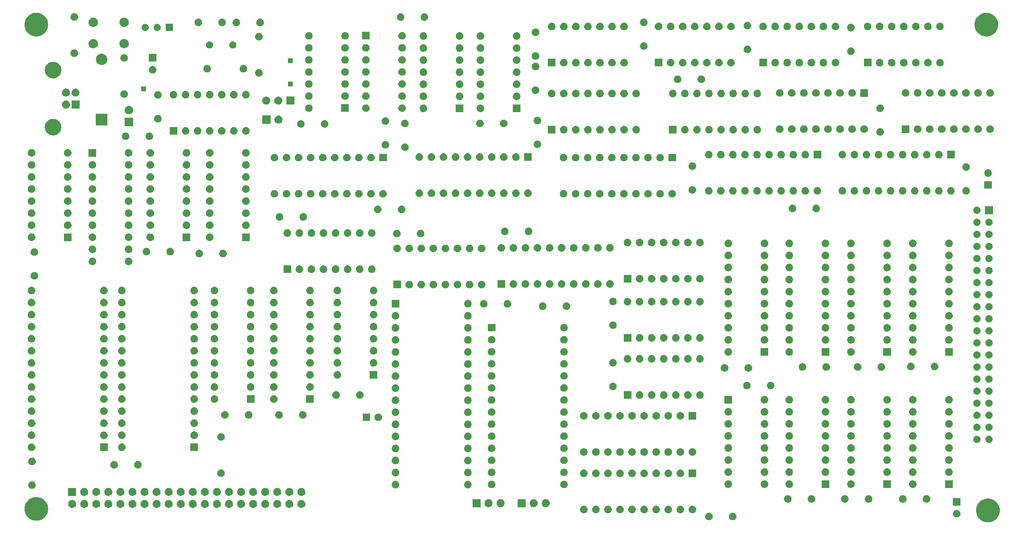
<source format=gts>
G04 #@! TF.GenerationSoftware,KiCad,Pcbnew,8.0.8*
G04 #@! TF.CreationDate,2025-01-31T18:29:16-05:00*
G04 #@! TF.ProjectId,8_16_computer_2,385f3136-5f63-46f6-9d70-757465725f32,rev?*
G04 #@! TF.SameCoordinates,Original*
G04 #@! TF.FileFunction,Soldermask,Top*
G04 #@! TF.FilePolarity,Negative*
%FSLAX46Y46*%
G04 Gerber Fmt 4.6, Leading zero omitted, Abs format (unit mm)*
G04 Created by KiCad (PCBNEW 8.0.8) date 2025-01-31 18:29:16*
%MOMM*%
%LPD*%
G01*
G04 APERTURE LIST*
G04 APERTURE END LIST*
G36*
X307794278Y-177870107D02*
G01*
X308098367Y-177948184D01*
X308390273Y-178063757D01*
X308665392Y-178215005D01*
X308919385Y-178399542D01*
X309148247Y-178614457D01*
X309348367Y-178856362D01*
X309516592Y-179121441D01*
X309650266Y-179405514D01*
X309747283Y-179704100D01*
X309806112Y-180012492D01*
X309825825Y-180325825D01*
X309806112Y-180639158D01*
X309747283Y-180947550D01*
X309650266Y-181246136D01*
X309516592Y-181530209D01*
X309348367Y-181795288D01*
X309148247Y-182037193D01*
X308919385Y-182252108D01*
X308665392Y-182436645D01*
X308390273Y-182587893D01*
X308098367Y-182703466D01*
X307794278Y-182781543D01*
X307482801Y-182820892D01*
X307168849Y-182820892D01*
X306857372Y-182781543D01*
X306553283Y-182703466D01*
X306261377Y-182587893D01*
X305986258Y-182436645D01*
X305732265Y-182252108D01*
X305503403Y-182037193D01*
X305303283Y-181795288D01*
X305135058Y-181530209D01*
X305001384Y-181246136D01*
X304904367Y-180947550D01*
X304845538Y-180639158D01*
X304825825Y-180325825D01*
X304845538Y-180012492D01*
X304904367Y-179704100D01*
X305001384Y-179405514D01*
X305135058Y-179121441D01*
X305303283Y-178856362D01*
X305503403Y-178614457D01*
X305732265Y-178399542D01*
X305986258Y-178215005D01*
X306261377Y-178063757D01*
X306553283Y-177948184D01*
X306857372Y-177870107D01*
X307168849Y-177830758D01*
X307482801Y-177830758D01*
X307794278Y-177870107D01*
G37*
G36*
X107468453Y-177544282D02*
G01*
X107772542Y-177622359D01*
X108064448Y-177737932D01*
X108339567Y-177889180D01*
X108593560Y-178073717D01*
X108822422Y-178288632D01*
X109022542Y-178530537D01*
X109190767Y-178795616D01*
X109324441Y-179079689D01*
X109421458Y-179378275D01*
X109480287Y-179686667D01*
X109500000Y-180000000D01*
X109480287Y-180313333D01*
X109421458Y-180621725D01*
X109324441Y-180920311D01*
X109190767Y-181204384D01*
X109022542Y-181469463D01*
X108822422Y-181711368D01*
X108593560Y-181926283D01*
X108339567Y-182110820D01*
X108064448Y-182262068D01*
X107772542Y-182377641D01*
X107468453Y-182455718D01*
X107156976Y-182495067D01*
X106843024Y-182495067D01*
X106531547Y-182455718D01*
X106227458Y-182377641D01*
X105935552Y-182262068D01*
X105660433Y-182110820D01*
X105406440Y-181926283D01*
X105177578Y-181711368D01*
X104977458Y-181469463D01*
X104809233Y-181204384D01*
X104675559Y-180920311D01*
X104578542Y-180621725D01*
X104519713Y-180313333D01*
X104500000Y-180000000D01*
X104519713Y-179686667D01*
X104578542Y-179378275D01*
X104675559Y-179079689D01*
X104809233Y-178795616D01*
X104977458Y-178530537D01*
X105177578Y-178288632D01*
X105406440Y-178073717D01*
X105660433Y-177889180D01*
X105935552Y-177737932D01*
X106227458Y-177622359D01*
X106531547Y-177544282D01*
X106843024Y-177504933D01*
X107156976Y-177504933D01*
X107468453Y-177544282D01*
G37*
G36*
X248641811Y-180804711D02*
G01*
X248683588Y-180804711D01*
X248730718Y-180814728D01*
X248778017Y-180820058D01*
X248812408Y-180832092D01*
X248847110Y-180839468D01*
X248897117Y-180861733D01*
X248947107Y-180879225D01*
X248973128Y-180895575D01*
X248999835Y-180907466D01*
X249049633Y-180943646D01*
X249098792Y-180974535D01*
X249116444Y-180992187D01*
X249135084Y-181005730D01*
X249181165Y-181056908D01*
X249225465Y-181101208D01*
X249235654Y-181117424D01*
X249246946Y-181129965D01*
X249285573Y-181196870D01*
X249320775Y-181252893D01*
X249325170Y-181265453D01*
X249330535Y-181274746D01*
X249358010Y-181359305D01*
X249379942Y-181421983D01*
X249380773Y-181429363D01*
X249382195Y-181433738D01*
X249395076Y-181556306D01*
X249400000Y-181600000D01*
X249395076Y-181643697D01*
X249382195Y-181766261D01*
X249380773Y-181770635D01*
X249379942Y-181778017D01*
X249358005Y-181840707D01*
X249330535Y-181925253D01*
X249325171Y-181934543D01*
X249320775Y-181947107D01*
X249285566Y-182003140D01*
X249246946Y-182070034D01*
X249235656Y-182082572D01*
X249225465Y-182098792D01*
X249181155Y-182143101D01*
X249135084Y-182194269D01*
X249116448Y-182207808D01*
X249098792Y-182225465D01*
X249049623Y-182256359D01*
X248999835Y-182292533D01*
X248973134Y-182304421D01*
X248947107Y-182320775D01*
X248897107Y-182338270D01*
X248847110Y-182360531D01*
X248812414Y-182367905D01*
X248778017Y-182379942D01*
X248730715Y-182385271D01*
X248683588Y-182395289D01*
X248641811Y-182395289D01*
X248600000Y-182400000D01*
X248558189Y-182395289D01*
X248516412Y-182395289D01*
X248469284Y-182385271D01*
X248421983Y-182379942D01*
X248387586Y-182367906D01*
X248352889Y-182360531D01*
X248302887Y-182338268D01*
X248252893Y-182320775D01*
X248226868Y-182304422D01*
X248200164Y-182292533D01*
X248150369Y-182256355D01*
X248101208Y-182225465D01*
X248083554Y-182207811D01*
X248064915Y-182194269D01*
X248018833Y-182143090D01*
X247974535Y-182098792D01*
X247964345Y-182082575D01*
X247953053Y-182070034D01*
X247914420Y-182003120D01*
X247879225Y-181947107D01*
X247874830Y-181934547D01*
X247869464Y-181925253D01*
X247841980Y-181840667D01*
X247820058Y-181778017D01*
X247819226Y-181770639D01*
X247817804Y-181766261D01*
X247804908Y-181643565D01*
X247800000Y-181600000D01*
X247804908Y-181556438D01*
X247817804Y-181433738D01*
X247819226Y-181429358D01*
X247820058Y-181421983D01*
X247841975Y-181359345D01*
X247869464Y-181274746D01*
X247874831Y-181265449D01*
X247879225Y-181252893D01*
X247914413Y-181196890D01*
X247953053Y-181129965D01*
X247964347Y-181117421D01*
X247974535Y-181101208D01*
X248018826Y-181056916D01*
X248064917Y-181005728D01*
X248083559Y-180992183D01*
X248101208Y-180974535D01*
X248150354Y-180943654D01*
X248200162Y-180907467D01*
X248226873Y-180895574D01*
X248252893Y-180879225D01*
X248302877Y-180861734D01*
X248352889Y-180839468D01*
X248387592Y-180832091D01*
X248421983Y-180820058D01*
X248469281Y-180814728D01*
X248516412Y-180804711D01*
X248558189Y-180804711D01*
X248600000Y-180800000D01*
X248641811Y-180804711D01*
G37*
G36*
X253641811Y-180804711D02*
G01*
X253683588Y-180804711D01*
X253730718Y-180814728D01*
X253778017Y-180820058D01*
X253812408Y-180832092D01*
X253847110Y-180839468D01*
X253897117Y-180861733D01*
X253947107Y-180879225D01*
X253973128Y-180895575D01*
X253999835Y-180907466D01*
X254049633Y-180943646D01*
X254098792Y-180974535D01*
X254116444Y-180992187D01*
X254135084Y-181005730D01*
X254181165Y-181056908D01*
X254225465Y-181101208D01*
X254235654Y-181117424D01*
X254246946Y-181129965D01*
X254285573Y-181196870D01*
X254320775Y-181252893D01*
X254325170Y-181265453D01*
X254330535Y-181274746D01*
X254358010Y-181359305D01*
X254379942Y-181421983D01*
X254380773Y-181429363D01*
X254382195Y-181433738D01*
X254395076Y-181556306D01*
X254400000Y-181600000D01*
X254395076Y-181643697D01*
X254382195Y-181766261D01*
X254380773Y-181770635D01*
X254379942Y-181778017D01*
X254358005Y-181840707D01*
X254330535Y-181925253D01*
X254325171Y-181934543D01*
X254320775Y-181947107D01*
X254285566Y-182003140D01*
X254246946Y-182070034D01*
X254235656Y-182082572D01*
X254225465Y-182098792D01*
X254181155Y-182143101D01*
X254135084Y-182194269D01*
X254116448Y-182207808D01*
X254098792Y-182225465D01*
X254049623Y-182256359D01*
X253999835Y-182292533D01*
X253973134Y-182304421D01*
X253947107Y-182320775D01*
X253897107Y-182338270D01*
X253847110Y-182360531D01*
X253812414Y-182367905D01*
X253778017Y-182379942D01*
X253730715Y-182385271D01*
X253683588Y-182395289D01*
X253641811Y-182395289D01*
X253600000Y-182400000D01*
X253558189Y-182395289D01*
X253516412Y-182395289D01*
X253469284Y-182385271D01*
X253421983Y-182379942D01*
X253387586Y-182367906D01*
X253352889Y-182360531D01*
X253302887Y-182338268D01*
X253252893Y-182320775D01*
X253226868Y-182304422D01*
X253200164Y-182292533D01*
X253150369Y-182256355D01*
X253101208Y-182225465D01*
X253083554Y-182207811D01*
X253064915Y-182194269D01*
X253018833Y-182143090D01*
X252974535Y-182098792D01*
X252964345Y-182082575D01*
X252953053Y-182070034D01*
X252914420Y-182003120D01*
X252879225Y-181947107D01*
X252874830Y-181934547D01*
X252869464Y-181925253D01*
X252841980Y-181840667D01*
X252820058Y-181778017D01*
X252819226Y-181770639D01*
X252817804Y-181766261D01*
X252804908Y-181643565D01*
X252800000Y-181600000D01*
X252804908Y-181556438D01*
X252817804Y-181433738D01*
X252819226Y-181429358D01*
X252820058Y-181421983D01*
X252841975Y-181359345D01*
X252869464Y-181274746D01*
X252874831Y-181265449D01*
X252879225Y-181252893D01*
X252914413Y-181196890D01*
X252953053Y-181129965D01*
X252964347Y-181117421D01*
X252974535Y-181101208D01*
X253018826Y-181056916D01*
X253064917Y-181005728D01*
X253083559Y-180992183D01*
X253101208Y-180974535D01*
X253150354Y-180943654D01*
X253200162Y-180907467D01*
X253226873Y-180895574D01*
X253252893Y-180879225D01*
X253302877Y-180861734D01*
X253352889Y-180839468D01*
X253387592Y-180832091D01*
X253421983Y-180820058D01*
X253469281Y-180814728D01*
X253516412Y-180804711D01*
X253558189Y-180804711D01*
X253600000Y-180800000D01*
X253641811Y-180804711D01*
G37*
G36*
X300791811Y-180204711D02*
G01*
X300833588Y-180204711D01*
X300880718Y-180214728D01*
X300928017Y-180220058D01*
X300962408Y-180232092D01*
X300997110Y-180239468D01*
X301047117Y-180261733D01*
X301097107Y-180279225D01*
X301123128Y-180295575D01*
X301149835Y-180307466D01*
X301199633Y-180343646D01*
X301248792Y-180374535D01*
X301266444Y-180392187D01*
X301285084Y-180405730D01*
X301331165Y-180456908D01*
X301375465Y-180501208D01*
X301385654Y-180517424D01*
X301396946Y-180529965D01*
X301435573Y-180596870D01*
X301470775Y-180652893D01*
X301475170Y-180665453D01*
X301480535Y-180674746D01*
X301508010Y-180759305D01*
X301529942Y-180821983D01*
X301530773Y-180829363D01*
X301532195Y-180833738D01*
X301545076Y-180956306D01*
X301550000Y-181000000D01*
X301545076Y-181043697D01*
X301532195Y-181166261D01*
X301530773Y-181170635D01*
X301529942Y-181178017D01*
X301508005Y-181240707D01*
X301480535Y-181325253D01*
X301475171Y-181334543D01*
X301470775Y-181347107D01*
X301435566Y-181403140D01*
X301396946Y-181470034D01*
X301385656Y-181482572D01*
X301375465Y-181498792D01*
X301331155Y-181543101D01*
X301285084Y-181594269D01*
X301266448Y-181607808D01*
X301248792Y-181625465D01*
X301199623Y-181656359D01*
X301149835Y-181692533D01*
X301123134Y-181704421D01*
X301097107Y-181720775D01*
X301047107Y-181738270D01*
X300997110Y-181760531D01*
X300962414Y-181767905D01*
X300928017Y-181779942D01*
X300880715Y-181785271D01*
X300833588Y-181795289D01*
X300791811Y-181795289D01*
X300750000Y-181800000D01*
X300708189Y-181795289D01*
X300666412Y-181795289D01*
X300619284Y-181785271D01*
X300571983Y-181779942D01*
X300537586Y-181767906D01*
X300502889Y-181760531D01*
X300452887Y-181738268D01*
X300402893Y-181720775D01*
X300376868Y-181704422D01*
X300350164Y-181692533D01*
X300300369Y-181656355D01*
X300251208Y-181625465D01*
X300233554Y-181607811D01*
X300214915Y-181594269D01*
X300168833Y-181543090D01*
X300124535Y-181498792D01*
X300114345Y-181482575D01*
X300103053Y-181470034D01*
X300064420Y-181403120D01*
X300029225Y-181347107D01*
X300024830Y-181334547D01*
X300019464Y-181325253D01*
X299991980Y-181240667D01*
X299970058Y-181178017D01*
X299969226Y-181170639D01*
X299967804Y-181166261D01*
X299954908Y-181043565D01*
X299950000Y-181000000D01*
X299954908Y-180956438D01*
X299967804Y-180833738D01*
X299969226Y-180829358D01*
X299970058Y-180821983D01*
X299991975Y-180759345D01*
X300019464Y-180674746D01*
X300024831Y-180665449D01*
X300029225Y-180652893D01*
X300064413Y-180596890D01*
X300103053Y-180529965D01*
X300114347Y-180517421D01*
X300124535Y-180501208D01*
X300168826Y-180456916D01*
X300214917Y-180405728D01*
X300233559Y-180392183D01*
X300251208Y-180374535D01*
X300300354Y-180343654D01*
X300350162Y-180307467D01*
X300376873Y-180295574D01*
X300402893Y-180279225D01*
X300452877Y-180261734D01*
X300502889Y-180239468D01*
X300537592Y-180232091D01*
X300571983Y-180220058D01*
X300619281Y-180214728D01*
X300666412Y-180204711D01*
X300708189Y-180204711D01*
X300750000Y-180200000D01*
X300791811Y-180204711D01*
G37*
G36*
X222301811Y-179324711D02*
G01*
X222343588Y-179324711D01*
X222390718Y-179334728D01*
X222438017Y-179340058D01*
X222472408Y-179352092D01*
X222507110Y-179359468D01*
X222557117Y-179381733D01*
X222607107Y-179399225D01*
X222633128Y-179415575D01*
X222659835Y-179427466D01*
X222709633Y-179463646D01*
X222758792Y-179494535D01*
X222776444Y-179512187D01*
X222795084Y-179525730D01*
X222841165Y-179576908D01*
X222885465Y-179621208D01*
X222895654Y-179637424D01*
X222906946Y-179649965D01*
X222945573Y-179716870D01*
X222980775Y-179772893D01*
X222985170Y-179785453D01*
X222990535Y-179794746D01*
X223018010Y-179879305D01*
X223039942Y-179941983D01*
X223040773Y-179949363D01*
X223042195Y-179953738D01*
X223055076Y-180076306D01*
X223060000Y-180120000D01*
X223055076Y-180163697D01*
X223042195Y-180286261D01*
X223040773Y-180290635D01*
X223039942Y-180298017D01*
X223018005Y-180360707D01*
X222990535Y-180445253D01*
X222985171Y-180454543D01*
X222980775Y-180467107D01*
X222945566Y-180523140D01*
X222906946Y-180590034D01*
X222895656Y-180602572D01*
X222885465Y-180618792D01*
X222841155Y-180663101D01*
X222795084Y-180714269D01*
X222776448Y-180727808D01*
X222758792Y-180745465D01*
X222709623Y-180776359D01*
X222659835Y-180812533D01*
X222633134Y-180824421D01*
X222607107Y-180840775D01*
X222557107Y-180858270D01*
X222507110Y-180880531D01*
X222472414Y-180887905D01*
X222438017Y-180899942D01*
X222390715Y-180905271D01*
X222343588Y-180915289D01*
X222301811Y-180915289D01*
X222260000Y-180920000D01*
X222218189Y-180915289D01*
X222176412Y-180915289D01*
X222129284Y-180905271D01*
X222081983Y-180899942D01*
X222047586Y-180887906D01*
X222012889Y-180880531D01*
X221962887Y-180858268D01*
X221912893Y-180840775D01*
X221886868Y-180824422D01*
X221860164Y-180812533D01*
X221810369Y-180776355D01*
X221761208Y-180745465D01*
X221743554Y-180727811D01*
X221724915Y-180714269D01*
X221678833Y-180663090D01*
X221634535Y-180618792D01*
X221624345Y-180602575D01*
X221613053Y-180590034D01*
X221574420Y-180523120D01*
X221539225Y-180467107D01*
X221534830Y-180454547D01*
X221529464Y-180445253D01*
X221501980Y-180360667D01*
X221480058Y-180298017D01*
X221479226Y-180290639D01*
X221477804Y-180286261D01*
X221464908Y-180163565D01*
X221460000Y-180120000D01*
X221464908Y-180076438D01*
X221477804Y-179953738D01*
X221479226Y-179949358D01*
X221480058Y-179941983D01*
X221501975Y-179879345D01*
X221529464Y-179794746D01*
X221534831Y-179785449D01*
X221539225Y-179772893D01*
X221574413Y-179716890D01*
X221613053Y-179649965D01*
X221624347Y-179637421D01*
X221634535Y-179621208D01*
X221678826Y-179576916D01*
X221724917Y-179525728D01*
X221743559Y-179512183D01*
X221761208Y-179494535D01*
X221810354Y-179463654D01*
X221860162Y-179427467D01*
X221886873Y-179415574D01*
X221912893Y-179399225D01*
X221962877Y-179381734D01*
X222012889Y-179359468D01*
X222047592Y-179352091D01*
X222081983Y-179340058D01*
X222129281Y-179334728D01*
X222176412Y-179324711D01*
X222218189Y-179324711D01*
X222260000Y-179320000D01*
X222301811Y-179324711D01*
G37*
G36*
X224841811Y-179324711D02*
G01*
X224883588Y-179324711D01*
X224930718Y-179334728D01*
X224978017Y-179340058D01*
X225012408Y-179352092D01*
X225047110Y-179359468D01*
X225097117Y-179381733D01*
X225147107Y-179399225D01*
X225173128Y-179415575D01*
X225199835Y-179427466D01*
X225249633Y-179463646D01*
X225298792Y-179494535D01*
X225316444Y-179512187D01*
X225335084Y-179525730D01*
X225381165Y-179576908D01*
X225425465Y-179621208D01*
X225435654Y-179637424D01*
X225446946Y-179649965D01*
X225485573Y-179716870D01*
X225520775Y-179772893D01*
X225525170Y-179785453D01*
X225530535Y-179794746D01*
X225558010Y-179879305D01*
X225579942Y-179941983D01*
X225580773Y-179949363D01*
X225582195Y-179953738D01*
X225595076Y-180076306D01*
X225600000Y-180120000D01*
X225595076Y-180163697D01*
X225582195Y-180286261D01*
X225580773Y-180290635D01*
X225579942Y-180298017D01*
X225558005Y-180360707D01*
X225530535Y-180445253D01*
X225525171Y-180454543D01*
X225520775Y-180467107D01*
X225485566Y-180523140D01*
X225446946Y-180590034D01*
X225435656Y-180602572D01*
X225425465Y-180618792D01*
X225381155Y-180663101D01*
X225335084Y-180714269D01*
X225316448Y-180727808D01*
X225298792Y-180745465D01*
X225249623Y-180776359D01*
X225199835Y-180812533D01*
X225173134Y-180824421D01*
X225147107Y-180840775D01*
X225097107Y-180858270D01*
X225047110Y-180880531D01*
X225012414Y-180887905D01*
X224978017Y-180899942D01*
X224930715Y-180905271D01*
X224883588Y-180915289D01*
X224841811Y-180915289D01*
X224800000Y-180920000D01*
X224758189Y-180915289D01*
X224716412Y-180915289D01*
X224669284Y-180905271D01*
X224621983Y-180899942D01*
X224587586Y-180887906D01*
X224552889Y-180880531D01*
X224502887Y-180858268D01*
X224452893Y-180840775D01*
X224426868Y-180824422D01*
X224400164Y-180812533D01*
X224350369Y-180776355D01*
X224301208Y-180745465D01*
X224283554Y-180727811D01*
X224264915Y-180714269D01*
X224218833Y-180663090D01*
X224174535Y-180618792D01*
X224164345Y-180602575D01*
X224153053Y-180590034D01*
X224114420Y-180523120D01*
X224079225Y-180467107D01*
X224074830Y-180454547D01*
X224069464Y-180445253D01*
X224041980Y-180360667D01*
X224020058Y-180298017D01*
X224019226Y-180290639D01*
X224017804Y-180286261D01*
X224004908Y-180163565D01*
X224000000Y-180120000D01*
X224004908Y-180076438D01*
X224017804Y-179953738D01*
X224019226Y-179949358D01*
X224020058Y-179941983D01*
X224041975Y-179879345D01*
X224069464Y-179794746D01*
X224074831Y-179785449D01*
X224079225Y-179772893D01*
X224114413Y-179716890D01*
X224153053Y-179649965D01*
X224164347Y-179637421D01*
X224174535Y-179621208D01*
X224218826Y-179576916D01*
X224264917Y-179525728D01*
X224283559Y-179512183D01*
X224301208Y-179494535D01*
X224350354Y-179463654D01*
X224400162Y-179427467D01*
X224426873Y-179415574D01*
X224452893Y-179399225D01*
X224502877Y-179381734D01*
X224552889Y-179359468D01*
X224587592Y-179352091D01*
X224621983Y-179340058D01*
X224669281Y-179334728D01*
X224716412Y-179324711D01*
X224758189Y-179324711D01*
X224800000Y-179320000D01*
X224841811Y-179324711D01*
G37*
G36*
X227381811Y-179324711D02*
G01*
X227423588Y-179324711D01*
X227470718Y-179334728D01*
X227518017Y-179340058D01*
X227552408Y-179352092D01*
X227587110Y-179359468D01*
X227637117Y-179381733D01*
X227687107Y-179399225D01*
X227713128Y-179415575D01*
X227739835Y-179427466D01*
X227789633Y-179463646D01*
X227838792Y-179494535D01*
X227856444Y-179512187D01*
X227875084Y-179525730D01*
X227921165Y-179576908D01*
X227965465Y-179621208D01*
X227975654Y-179637424D01*
X227986946Y-179649965D01*
X228025573Y-179716870D01*
X228060775Y-179772893D01*
X228065170Y-179785453D01*
X228070535Y-179794746D01*
X228098010Y-179879305D01*
X228119942Y-179941983D01*
X228120773Y-179949363D01*
X228122195Y-179953738D01*
X228135076Y-180076306D01*
X228140000Y-180120000D01*
X228135076Y-180163697D01*
X228122195Y-180286261D01*
X228120773Y-180290635D01*
X228119942Y-180298017D01*
X228098005Y-180360707D01*
X228070535Y-180445253D01*
X228065171Y-180454543D01*
X228060775Y-180467107D01*
X228025566Y-180523140D01*
X227986946Y-180590034D01*
X227975656Y-180602572D01*
X227965465Y-180618792D01*
X227921155Y-180663101D01*
X227875084Y-180714269D01*
X227856448Y-180727808D01*
X227838792Y-180745465D01*
X227789623Y-180776359D01*
X227739835Y-180812533D01*
X227713134Y-180824421D01*
X227687107Y-180840775D01*
X227637107Y-180858270D01*
X227587110Y-180880531D01*
X227552414Y-180887905D01*
X227518017Y-180899942D01*
X227470715Y-180905271D01*
X227423588Y-180915289D01*
X227381811Y-180915289D01*
X227340000Y-180920000D01*
X227298189Y-180915289D01*
X227256412Y-180915289D01*
X227209284Y-180905271D01*
X227161983Y-180899942D01*
X227127586Y-180887906D01*
X227092889Y-180880531D01*
X227042887Y-180858268D01*
X226992893Y-180840775D01*
X226966868Y-180824422D01*
X226940164Y-180812533D01*
X226890369Y-180776355D01*
X226841208Y-180745465D01*
X226823554Y-180727811D01*
X226804915Y-180714269D01*
X226758833Y-180663090D01*
X226714535Y-180618792D01*
X226704345Y-180602575D01*
X226693053Y-180590034D01*
X226654420Y-180523120D01*
X226619225Y-180467107D01*
X226614830Y-180454547D01*
X226609464Y-180445253D01*
X226581980Y-180360667D01*
X226560058Y-180298017D01*
X226559226Y-180290639D01*
X226557804Y-180286261D01*
X226544908Y-180163565D01*
X226540000Y-180120000D01*
X226544908Y-180076438D01*
X226557804Y-179953738D01*
X226559226Y-179949358D01*
X226560058Y-179941983D01*
X226581975Y-179879345D01*
X226609464Y-179794746D01*
X226614831Y-179785449D01*
X226619225Y-179772893D01*
X226654413Y-179716890D01*
X226693053Y-179649965D01*
X226704347Y-179637421D01*
X226714535Y-179621208D01*
X226758826Y-179576916D01*
X226804917Y-179525728D01*
X226823559Y-179512183D01*
X226841208Y-179494535D01*
X226890354Y-179463654D01*
X226940162Y-179427467D01*
X226966873Y-179415574D01*
X226992893Y-179399225D01*
X227042877Y-179381734D01*
X227092889Y-179359468D01*
X227127592Y-179352091D01*
X227161983Y-179340058D01*
X227209281Y-179334728D01*
X227256412Y-179324711D01*
X227298189Y-179324711D01*
X227340000Y-179320000D01*
X227381811Y-179324711D01*
G37*
G36*
X229921811Y-179324711D02*
G01*
X229963588Y-179324711D01*
X230010718Y-179334728D01*
X230058017Y-179340058D01*
X230092408Y-179352092D01*
X230127110Y-179359468D01*
X230177117Y-179381733D01*
X230227107Y-179399225D01*
X230253128Y-179415575D01*
X230279835Y-179427466D01*
X230329633Y-179463646D01*
X230378792Y-179494535D01*
X230396444Y-179512187D01*
X230415084Y-179525730D01*
X230461165Y-179576908D01*
X230505465Y-179621208D01*
X230515654Y-179637424D01*
X230526946Y-179649965D01*
X230565573Y-179716870D01*
X230600775Y-179772893D01*
X230605170Y-179785453D01*
X230610535Y-179794746D01*
X230638010Y-179879305D01*
X230659942Y-179941983D01*
X230660773Y-179949363D01*
X230662195Y-179953738D01*
X230675076Y-180076306D01*
X230680000Y-180120000D01*
X230675076Y-180163697D01*
X230662195Y-180286261D01*
X230660773Y-180290635D01*
X230659942Y-180298017D01*
X230638005Y-180360707D01*
X230610535Y-180445253D01*
X230605171Y-180454543D01*
X230600775Y-180467107D01*
X230565566Y-180523140D01*
X230526946Y-180590034D01*
X230515656Y-180602572D01*
X230505465Y-180618792D01*
X230461155Y-180663101D01*
X230415084Y-180714269D01*
X230396448Y-180727808D01*
X230378792Y-180745465D01*
X230329623Y-180776359D01*
X230279835Y-180812533D01*
X230253134Y-180824421D01*
X230227107Y-180840775D01*
X230177107Y-180858270D01*
X230127110Y-180880531D01*
X230092414Y-180887905D01*
X230058017Y-180899942D01*
X230010715Y-180905271D01*
X229963588Y-180915289D01*
X229921811Y-180915289D01*
X229880000Y-180920000D01*
X229838189Y-180915289D01*
X229796412Y-180915289D01*
X229749284Y-180905271D01*
X229701983Y-180899942D01*
X229667586Y-180887906D01*
X229632889Y-180880531D01*
X229582887Y-180858268D01*
X229532893Y-180840775D01*
X229506868Y-180824422D01*
X229480164Y-180812533D01*
X229430369Y-180776355D01*
X229381208Y-180745465D01*
X229363554Y-180727811D01*
X229344915Y-180714269D01*
X229298833Y-180663090D01*
X229254535Y-180618792D01*
X229244345Y-180602575D01*
X229233053Y-180590034D01*
X229194420Y-180523120D01*
X229159225Y-180467107D01*
X229154830Y-180454547D01*
X229149464Y-180445253D01*
X229121980Y-180360667D01*
X229100058Y-180298017D01*
X229099226Y-180290639D01*
X229097804Y-180286261D01*
X229084908Y-180163565D01*
X229080000Y-180120000D01*
X229084908Y-180076438D01*
X229097804Y-179953738D01*
X229099226Y-179949358D01*
X229100058Y-179941983D01*
X229121975Y-179879345D01*
X229149464Y-179794746D01*
X229154831Y-179785449D01*
X229159225Y-179772893D01*
X229194413Y-179716890D01*
X229233053Y-179649965D01*
X229244347Y-179637421D01*
X229254535Y-179621208D01*
X229298826Y-179576916D01*
X229344917Y-179525728D01*
X229363559Y-179512183D01*
X229381208Y-179494535D01*
X229430354Y-179463654D01*
X229480162Y-179427467D01*
X229506873Y-179415574D01*
X229532893Y-179399225D01*
X229582877Y-179381734D01*
X229632889Y-179359468D01*
X229667592Y-179352091D01*
X229701983Y-179340058D01*
X229749281Y-179334728D01*
X229796412Y-179324711D01*
X229838189Y-179324711D01*
X229880000Y-179320000D01*
X229921811Y-179324711D01*
G37*
G36*
X232461811Y-179324711D02*
G01*
X232503588Y-179324711D01*
X232550718Y-179334728D01*
X232598017Y-179340058D01*
X232632408Y-179352092D01*
X232667110Y-179359468D01*
X232717117Y-179381733D01*
X232767107Y-179399225D01*
X232793128Y-179415575D01*
X232819835Y-179427466D01*
X232869633Y-179463646D01*
X232918792Y-179494535D01*
X232936444Y-179512187D01*
X232955084Y-179525730D01*
X233001165Y-179576908D01*
X233045465Y-179621208D01*
X233055654Y-179637424D01*
X233066946Y-179649965D01*
X233105573Y-179716870D01*
X233140775Y-179772893D01*
X233145170Y-179785453D01*
X233150535Y-179794746D01*
X233178010Y-179879305D01*
X233199942Y-179941983D01*
X233200773Y-179949363D01*
X233202195Y-179953738D01*
X233215076Y-180076306D01*
X233220000Y-180120000D01*
X233215076Y-180163697D01*
X233202195Y-180286261D01*
X233200773Y-180290635D01*
X233199942Y-180298017D01*
X233178005Y-180360707D01*
X233150535Y-180445253D01*
X233145171Y-180454543D01*
X233140775Y-180467107D01*
X233105566Y-180523140D01*
X233066946Y-180590034D01*
X233055656Y-180602572D01*
X233045465Y-180618792D01*
X233001155Y-180663101D01*
X232955084Y-180714269D01*
X232936448Y-180727808D01*
X232918792Y-180745465D01*
X232869623Y-180776359D01*
X232819835Y-180812533D01*
X232793134Y-180824421D01*
X232767107Y-180840775D01*
X232717107Y-180858270D01*
X232667110Y-180880531D01*
X232632414Y-180887905D01*
X232598017Y-180899942D01*
X232550715Y-180905271D01*
X232503588Y-180915289D01*
X232461811Y-180915289D01*
X232420000Y-180920000D01*
X232378189Y-180915289D01*
X232336412Y-180915289D01*
X232289284Y-180905271D01*
X232241983Y-180899942D01*
X232207586Y-180887906D01*
X232172889Y-180880531D01*
X232122887Y-180858268D01*
X232072893Y-180840775D01*
X232046868Y-180824422D01*
X232020164Y-180812533D01*
X231970369Y-180776355D01*
X231921208Y-180745465D01*
X231903554Y-180727811D01*
X231884915Y-180714269D01*
X231838833Y-180663090D01*
X231794535Y-180618792D01*
X231784345Y-180602575D01*
X231773053Y-180590034D01*
X231734420Y-180523120D01*
X231699225Y-180467107D01*
X231694830Y-180454547D01*
X231689464Y-180445253D01*
X231661980Y-180360667D01*
X231640058Y-180298017D01*
X231639226Y-180290639D01*
X231637804Y-180286261D01*
X231624908Y-180163565D01*
X231620000Y-180120000D01*
X231624908Y-180076438D01*
X231637804Y-179953738D01*
X231639226Y-179949358D01*
X231640058Y-179941983D01*
X231661975Y-179879345D01*
X231689464Y-179794746D01*
X231694831Y-179785449D01*
X231699225Y-179772893D01*
X231734413Y-179716890D01*
X231773053Y-179649965D01*
X231784347Y-179637421D01*
X231794535Y-179621208D01*
X231838826Y-179576916D01*
X231884917Y-179525728D01*
X231903559Y-179512183D01*
X231921208Y-179494535D01*
X231970354Y-179463654D01*
X232020162Y-179427467D01*
X232046873Y-179415574D01*
X232072893Y-179399225D01*
X232122877Y-179381734D01*
X232172889Y-179359468D01*
X232207592Y-179352091D01*
X232241983Y-179340058D01*
X232289281Y-179334728D01*
X232336412Y-179324711D01*
X232378189Y-179324711D01*
X232420000Y-179320000D01*
X232461811Y-179324711D01*
G37*
G36*
X235001811Y-179324711D02*
G01*
X235043588Y-179324711D01*
X235090718Y-179334728D01*
X235138017Y-179340058D01*
X235172408Y-179352092D01*
X235207110Y-179359468D01*
X235257117Y-179381733D01*
X235307107Y-179399225D01*
X235333128Y-179415575D01*
X235359835Y-179427466D01*
X235409633Y-179463646D01*
X235458792Y-179494535D01*
X235476444Y-179512187D01*
X235495084Y-179525730D01*
X235541165Y-179576908D01*
X235585465Y-179621208D01*
X235595654Y-179637424D01*
X235606946Y-179649965D01*
X235645573Y-179716870D01*
X235680775Y-179772893D01*
X235685170Y-179785453D01*
X235690535Y-179794746D01*
X235718010Y-179879305D01*
X235739942Y-179941983D01*
X235740773Y-179949363D01*
X235742195Y-179953738D01*
X235755076Y-180076306D01*
X235760000Y-180120000D01*
X235755076Y-180163697D01*
X235742195Y-180286261D01*
X235740773Y-180290635D01*
X235739942Y-180298017D01*
X235718005Y-180360707D01*
X235690535Y-180445253D01*
X235685171Y-180454543D01*
X235680775Y-180467107D01*
X235645566Y-180523140D01*
X235606946Y-180590034D01*
X235595656Y-180602572D01*
X235585465Y-180618792D01*
X235541155Y-180663101D01*
X235495084Y-180714269D01*
X235476448Y-180727808D01*
X235458792Y-180745465D01*
X235409623Y-180776359D01*
X235359835Y-180812533D01*
X235333134Y-180824421D01*
X235307107Y-180840775D01*
X235257107Y-180858270D01*
X235207110Y-180880531D01*
X235172414Y-180887905D01*
X235138017Y-180899942D01*
X235090715Y-180905271D01*
X235043588Y-180915289D01*
X235001811Y-180915289D01*
X234960000Y-180920000D01*
X234918189Y-180915289D01*
X234876412Y-180915289D01*
X234829284Y-180905271D01*
X234781983Y-180899942D01*
X234747586Y-180887906D01*
X234712889Y-180880531D01*
X234662887Y-180858268D01*
X234612893Y-180840775D01*
X234586868Y-180824422D01*
X234560164Y-180812533D01*
X234510369Y-180776355D01*
X234461208Y-180745465D01*
X234443554Y-180727811D01*
X234424915Y-180714269D01*
X234378833Y-180663090D01*
X234334535Y-180618792D01*
X234324345Y-180602575D01*
X234313053Y-180590034D01*
X234274420Y-180523120D01*
X234239225Y-180467107D01*
X234234830Y-180454547D01*
X234229464Y-180445253D01*
X234201980Y-180360667D01*
X234180058Y-180298017D01*
X234179226Y-180290639D01*
X234177804Y-180286261D01*
X234164908Y-180163565D01*
X234160000Y-180120000D01*
X234164908Y-180076438D01*
X234177804Y-179953738D01*
X234179226Y-179949358D01*
X234180058Y-179941983D01*
X234201975Y-179879345D01*
X234229464Y-179794746D01*
X234234831Y-179785449D01*
X234239225Y-179772893D01*
X234274413Y-179716890D01*
X234313053Y-179649965D01*
X234324347Y-179637421D01*
X234334535Y-179621208D01*
X234378826Y-179576916D01*
X234424917Y-179525728D01*
X234443559Y-179512183D01*
X234461208Y-179494535D01*
X234510354Y-179463654D01*
X234560162Y-179427467D01*
X234586873Y-179415574D01*
X234612893Y-179399225D01*
X234662877Y-179381734D01*
X234712889Y-179359468D01*
X234747592Y-179352091D01*
X234781983Y-179340058D01*
X234829281Y-179334728D01*
X234876412Y-179324711D01*
X234918189Y-179324711D01*
X234960000Y-179320000D01*
X235001811Y-179324711D01*
G37*
G36*
X237541811Y-179324711D02*
G01*
X237583588Y-179324711D01*
X237630718Y-179334728D01*
X237678017Y-179340058D01*
X237712408Y-179352092D01*
X237747110Y-179359468D01*
X237797117Y-179381733D01*
X237847107Y-179399225D01*
X237873128Y-179415575D01*
X237899835Y-179427466D01*
X237949633Y-179463646D01*
X237998792Y-179494535D01*
X238016444Y-179512187D01*
X238035084Y-179525730D01*
X238081165Y-179576908D01*
X238125465Y-179621208D01*
X238135654Y-179637424D01*
X238146946Y-179649965D01*
X238185573Y-179716870D01*
X238220775Y-179772893D01*
X238225170Y-179785453D01*
X238230535Y-179794746D01*
X238258010Y-179879305D01*
X238279942Y-179941983D01*
X238280773Y-179949363D01*
X238282195Y-179953738D01*
X238295076Y-180076306D01*
X238300000Y-180120000D01*
X238295076Y-180163697D01*
X238282195Y-180286261D01*
X238280773Y-180290635D01*
X238279942Y-180298017D01*
X238258005Y-180360707D01*
X238230535Y-180445253D01*
X238225171Y-180454543D01*
X238220775Y-180467107D01*
X238185566Y-180523140D01*
X238146946Y-180590034D01*
X238135656Y-180602572D01*
X238125465Y-180618792D01*
X238081155Y-180663101D01*
X238035084Y-180714269D01*
X238016448Y-180727808D01*
X237998792Y-180745465D01*
X237949623Y-180776359D01*
X237899835Y-180812533D01*
X237873134Y-180824421D01*
X237847107Y-180840775D01*
X237797107Y-180858270D01*
X237747110Y-180880531D01*
X237712414Y-180887905D01*
X237678017Y-180899942D01*
X237630715Y-180905271D01*
X237583588Y-180915289D01*
X237541811Y-180915289D01*
X237500000Y-180920000D01*
X237458189Y-180915289D01*
X237416412Y-180915289D01*
X237369284Y-180905271D01*
X237321983Y-180899942D01*
X237287586Y-180887906D01*
X237252889Y-180880531D01*
X237202887Y-180858268D01*
X237152893Y-180840775D01*
X237126868Y-180824422D01*
X237100164Y-180812533D01*
X237050369Y-180776355D01*
X237001208Y-180745465D01*
X236983554Y-180727811D01*
X236964915Y-180714269D01*
X236918833Y-180663090D01*
X236874535Y-180618792D01*
X236864345Y-180602575D01*
X236853053Y-180590034D01*
X236814420Y-180523120D01*
X236779225Y-180467107D01*
X236774830Y-180454547D01*
X236769464Y-180445253D01*
X236741980Y-180360667D01*
X236720058Y-180298017D01*
X236719226Y-180290639D01*
X236717804Y-180286261D01*
X236704908Y-180163565D01*
X236700000Y-180120000D01*
X236704908Y-180076438D01*
X236717804Y-179953738D01*
X236719226Y-179949358D01*
X236720058Y-179941983D01*
X236741975Y-179879345D01*
X236769464Y-179794746D01*
X236774831Y-179785449D01*
X236779225Y-179772893D01*
X236814413Y-179716890D01*
X236853053Y-179649965D01*
X236864347Y-179637421D01*
X236874535Y-179621208D01*
X236918826Y-179576916D01*
X236964917Y-179525728D01*
X236983559Y-179512183D01*
X237001208Y-179494535D01*
X237050354Y-179463654D01*
X237100162Y-179427467D01*
X237126873Y-179415574D01*
X237152893Y-179399225D01*
X237202877Y-179381734D01*
X237252889Y-179359468D01*
X237287592Y-179352091D01*
X237321983Y-179340058D01*
X237369281Y-179334728D01*
X237416412Y-179324711D01*
X237458189Y-179324711D01*
X237500000Y-179320000D01*
X237541811Y-179324711D01*
G37*
G36*
X240081811Y-179324711D02*
G01*
X240123588Y-179324711D01*
X240170718Y-179334728D01*
X240218017Y-179340058D01*
X240252408Y-179352092D01*
X240287110Y-179359468D01*
X240337117Y-179381733D01*
X240387107Y-179399225D01*
X240413128Y-179415575D01*
X240439835Y-179427466D01*
X240489633Y-179463646D01*
X240538792Y-179494535D01*
X240556444Y-179512187D01*
X240575084Y-179525730D01*
X240621165Y-179576908D01*
X240665465Y-179621208D01*
X240675654Y-179637424D01*
X240686946Y-179649965D01*
X240725573Y-179716870D01*
X240760775Y-179772893D01*
X240765170Y-179785453D01*
X240770535Y-179794746D01*
X240798010Y-179879305D01*
X240819942Y-179941983D01*
X240820773Y-179949363D01*
X240822195Y-179953738D01*
X240835076Y-180076306D01*
X240840000Y-180120000D01*
X240835076Y-180163697D01*
X240822195Y-180286261D01*
X240820773Y-180290635D01*
X240819942Y-180298017D01*
X240798005Y-180360707D01*
X240770535Y-180445253D01*
X240765171Y-180454543D01*
X240760775Y-180467107D01*
X240725566Y-180523140D01*
X240686946Y-180590034D01*
X240675656Y-180602572D01*
X240665465Y-180618792D01*
X240621155Y-180663101D01*
X240575084Y-180714269D01*
X240556448Y-180727808D01*
X240538792Y-180745465D01*
X240489623Y-180776359D01*
X240439835Y-180812533D01*
X240413134Y-180824421D01*
X240387107Y-180840775D01*
X240337107Y-180858270D01*
X240287110Y-180880531D01*
X240252414Y-180887905D01*
X240218017Y-180899942D01*
X240170715Y-180905271D01*
X240123588Y-180915289D01*
X240081811Y-180915289D01*
X240040000Y-180920000D01*
X239998189Y-180915289D01*
X239956412Y-180915289D01*
X239909284Y-180905271D01*
X239861983Y-180899942D01*
X239827586Y-180887906D01*
X239792889Y-180880531D01*
X239742887Y-180858268D01*
X239692893Y-180840775D01*
X239666868Y-180824422D01*
X239640164Y-180812533D01*
X239590369Y-180776355D01*
X239541208Y-180745465D01*
X239523554Y-180727811D01*
X239504915Y-180714269D01*
X239458833Y-180663090D01*
X239414535Y-180618792D01*
X239404345Y-180602575D01*
X239393053Y-180590034D01*
X239354420Y-180523120D01*
X239319225Y-180467107D01*
X239314830Y-180454547D01*
X239309464Y-180445253D01*
X239281980Y-180360667D01*
X239260058Y-180298017D01*
X239259226Y-180290639D01*
X239257804Y-180286261D01*
X239244908Y-180163565D01*
X239240000Y-180120000D01*
X239244908Y-180076438D01*
X239257804Y-179953738D01*
X239259226Y-179949358D01*
X239260058Y-179941983D01*
X239281975Y-179879345D01*
X239309464Y-179794746D01*
X239314831Y-179785449D01*
X239319225Y-179772893D01*
X239354413Y-179716890D01*
X239393053Y-179649965D01*
X239404347Y-179637421D01*
X239414535Y-179621208D01*
X239458826Y-179576916D01*
X239504917Y-179525728D01*
X239523559Y-179512183D01*
X239541208Y-179494535D01*
X239590354Y-179463654D01*
X239640162Y-179427467D01*
X239666873Y-179415574D01*
X239692893Y-179399225D01*
X239742877Y-179381734D01*
X239792889Y-179359468D01*
X239827592Y-179352091D01*
X239861983Y-179340058D01*
X239909281Y-179334728D01*
X239956412Y-179324711D01*
X239998189Y-179324711D01*
X240040000Y-179320000D01*
X240081811Y-179324711D01*
G37*
G36*
X242621811Y-179324711D02*
G01*
X242663588Y-179324711D01*
X242710718Y-179334728D01*
X242758017Y-179340058D01*
X242792408Y-179352092D01*
X242827110Y-179359468D01*
X242877117Y-179381733D01*
X242927107Y-179399225D01*
X242953128Y-179415575D01*
X242979835Y-179427466D01*
X243029633Y-179463646D01*
X243078792Y-179494535D01*
X243096444Y-179512187D01*
X243115084Y-179525730D01*
X243161165Y-179576908D01*
X243205465Y-179621208D01*
X243215654Y-179637424D01*
X243226946Y-179649965D01*
X243265573Y-179716870D01*
X243300775Y-179772893D01*
X243305170Y-179785453D01*
X243310535Y-179794746D01*
X243338010Y-179879305D01*
X243359942Y-179941983D01*
X243360773Y-179949363D01*
X243362195Y-179953738D01*
X243375076Y-180076306D01*
X243380000Y-180120000D01*
X243375076Y-180163697D01*
X243362195Y-180286261D01*
X243360773Y-180290635D01*
X243359942Y-180298017D01*
X243338005Y-180360707D01*
X243310535Y-180445253D01*
X243305171Y-180454543D01*
X243300775Y-180467107D01*
X243265566Y-180523140D01*
X243226946Y-180590034D01*
X243215656Y-180602572D01*
X243205465Y-180618792D01*
X243161155Y-180663101D01*
X243115084Y-180714269D01*
X243096448Y-180727808D01*
X243078792Y-180745465D01*
X243029623Y-180776359D01*
X242979835Y-180812533D01*
X242953134Y-180824421D01*
X242927107Y-180840775D01*
X242877107Y-180858270D01*
X242827110Y-180880531D01*
X242792414Y-180887905D01*
X242758017Y-180899942D01*
X242710715Y-180905271D01*
X242663588Y-180915289D01*
X242621811Y-180915289D01*
X242580000Y-180920000D01*
X242538189Y-180915289D01*
X242496412Y-180915289D01*
X242449284Y-180905271D01*
X242401983Y-180899942D01*
X242367586Y-180887906D01*
X242332889Y-180880531D01*
X242282887Y-180858268D01*
X242232893Y-180840775D01*
X242206868Y-180824422D01*
X242180164Y-180812533D01*
X242130369Y-180776355D01*
X242081208Y-180745465D01*
X242063554Y-180727811D01*
X242044915Y-180714269D01*
X241998833Y-180663090D01*
X241954535Y-180618792D01*
X241944345Y-180602575D01*
X241933053Y-180590034D01*
X241894420Y-180523120D01*
X241859225Y-180467107D01*
X241854830Y-180454547D01*
X241849464Y-180445253D01*
X241821980Y-180360667D01*
X241800058Y-180298017D01*
X241799226Y-180290639D01*
X241797804Y-180286261D01*
X241784908Y-180163565D01*
X241780000Y-180120000D01*
X241784908Y-180076438D01*
X241797804Y-179953738D01*
X241799226Y-179949358D01*
X241800058Y-179941983D01*
X241821975Y-179879345D01*
X241849464Y-179794746D01*
X241854831Y-179785449D01*
X241859225Y-179772893D01*
X241894413Y-179716890D01*
X241933053Y-179649965D01*
X241944347Y-179637421D01*
X241954535Y-179621208D01*
X241998826Y-179576916D01*
X242044917Y-179525728D01*
X242063559Y-179512183D01*
X242081208Y-179494535D01*
X242130354Y-179463654D01*
X242180162Y-179427467D01*
X242206873Y-179415574D01*
X242232893Y-179399225D01*
X242282877Y-179381734D01*
X242332889Y-179359468D01*
X242367592Y-179352091D01*
X242401983Y-179340058D01*
X242449281Y-179334728D01*
X242496412Y-179324711D01*
X242538189Y-179324711D01*
X242580000Y-179320000D01*
X242621811Y-179324711D01*
G37*
G36*
X245161811Y-179324711D02*
G01*
X245203588Y-179324711D01*
X245250718Y-179334728D01*
X245298017Y-179340058D01*
X245332408Y-179352092D01*
X245367110Y-179359468D01*
X245417117Y-179381733D01*
X245467107Y-179399225D01*
X245493128Y-179415575D01*
X245519835Y-179427466D01*
X245569633Y-179463646D01*
X245618792Y-179494535D01*
X245636444Y-179512187D01*
X245655084Y-179525730D01*
X245701165Y-179576908D01*
X245745465Y-179621208D01*
X245755654Y-179637424D01*
X245766946Y-179649965D01*
X245805573Y-179716870D01*
X245840775Y-179772893D01*
X245845170Y-179785453D01*
X245850535Y-179794746D01*
X245878010Y-179879305D01*
X245899942Y-179941983D01*
X245900773Y-179949363D01*
X245902195Y-179953738D01*
X245915076Y-180076306D01*
X245920000Y-180120000D01*
X245915076Y-180163697D01*
X245902195Y-180286261D01*
X245900773Y-180290635D01*
X245899942Y-180298017D01*
X245878005Y-180360707D01*
X245850535Y-180445253D01*
X245845171Y-180454543D01*
X245840775Y-180467107D01*
X245805566Y-180523140D01*
X245766946Y-180590034D01*
X245755656Y-180602572D01*
X245745465Y-180618792D01*
X245701155Y-180663101D01*
X245655084Y-180714269D01*
X245636448Y-180727808D01*
X245618792Y-180745465D01*
X245569623Y-180776359D01*
X245519835Y-180812533D01*
X245493134Y-180824421D01*
X245467107Y-180840775D01*
X245417107Y-180858270D01*
X245367110Y-180880531D01*
X245332414Y-180887905D01*
X245298017Y-180899942D01*
X245250715Y-180905271D01*
X245203588Y-180915289D01*
X245161811Y-180915289D01*
X245120000Y-180920000D01*
X245078189Y-180915289D01*
X245036412Y-180915289D01*
X244989284Y-180905271D01*
X244941983Y-180899942D01*
X244907586Y-180887906D01*
X244872889Y-180880531D01*
X244822887Y-180858268D01*
X244772893Y-180840775D01*
X244746868Y-180824422D01*
X244720164Y-180812533D01*
X244670369Y-180776355D01*
X244621208Y-180745465D01*
X244603554Y-180727811D01*
X244584915Y-180714269D01*
X244538833Y-180663090D01*
X244494535Y-180618792D01*
X244484345Y-180602575D01*
X244473053Y-180590034D01*
X244434420Y-180523120D01*
X244399225Y-180467107D01*
X244394830Y-180454547D01*
X244389464Y-180445253D01*
X244361980Y-180360667D01*
X244340058Y-180298017D01*
X244339226Y-180290639D01*
X244337804Y-180286261D01*
X244324908Y-180163565D01*
X244320000Y-180120000D01*
X244324908Y-180076438D01*
X244337804Y-179953738D01*
X244339226Y-179949358D01*
X244340058Y-179941983D01*
X244361975Y-179879345D01*
X244389464Y-179794746D01*
X244394831Y-179785449D01*
X244399225Y-179772893D01*
X244434413Y-179716890D01*
X244473053Y-179649965D01*
X244484347Y-179637421D01*
X244494535Y-179621208D01*
X244538826Y-179576916D01*
X244584917Y-179525728D01*
X244603559Y-179512183D01*
X244621208Y-179494535D01*
X244670354Y-179463654D01*
X244720162Y-179427467D01*
X244746873Y-179415574D01*
X244772893Y-179399225D01*
X244822877Y-179381734D01*
X244872889Y-179359468D01*
X244907592Y-179352091D01*
X244941983Y-179340058D01*
X244989281Y-179334728D01*
X245036412Y-179324711D01*
X245078189Y-179324711D01*
X245120000Y-179320000D01*
X245161811Y-179324711D01*
G37*
G36*
X114812664Y-178151602D02*
G01*
X114975000Y-178223878D01*
X115118761Y-178328327D01*
X115237664Y-178460383D01*
X115326514Y-178614274D01*
X115381425Y-178783275D01*
X115400000Y-178960000D01*
X115381425Y-179136725D01*
X115326514Y-179305726D01*
X115237664Y-179459617D01*
X115118761Y-179591673D01*
X114975000Y-179696122D01*
X114812664Y-179768398D01*
X114638849Y-179805344D01*
X114461151Y-179805344D01*
X114287336Y-179768398D01*
X114125000Y-179696122D01*
X113981239Y-179591673D01*
X113862336Y-179459617D01*
X113773486Y-179305726D01*
X113718575Y-179136725D01*
X113700000Y-178960000D01*
X113718575Y-178783275D01*
X113773486Y-178614274D01*
X113862336Y-178460383D01*
X113981239Y-178328327D01*
X114125000Y-178223878D01*
X114287336Y-178151602D01*
X114461151Y-178114656D01*
X114638849Y-178114656D01*
X114812664Y-178151602D01*
G37*
G36*
X117352664Y-178151602D02*
G01*
X117515000Y-178223878D01*
X117658761Y-178328327D01*
X117777664Y-178460383D01*
X117866514Y-178614274D01*
X117921425Y-178783275D01*
X117940000Y-178960000D01*
X117921425Y-179136725D01*
X117866514Y-179305726D01*
X117777664Y-179459617D01*
X117658761Y-179591673D01*
X117515000Y-179696122D01*
X117352664Y-179768398D01*
X117178849Y-179805344D01*
X117001151Y-179805344D01*
X116827336Y-179768398D01*
X116665000Y-179696122D01*
X116521239Y-179591673D01*
X116402336Y-179459617D01*
X116313486Y-179305726D01*
X116258575Y-179136725D01*
X116240000Y-178960000D01*
X116258575Y-178783275D01*
X116313486Y-178614274D01*
X116402336Y-178460383D01*
X116521239Y-178328327D01*
X116665000Y-178223878D01*
X116827336Y-178151602D01*
X117001151Y-178114656D01*
X117178849Y-178114656D01*
X117352664Y-178151602D01*
G37*
G36*
X119892664Y-178151602D02*
G01*
X120055000Y-178223878D01*
X120198761Y-178328327D01*
X120317664Y-178460383D01*
X120406514Y-178614274D01*
X120461425Y-178783275D01*
X120480000Y-178960000D01*
X120461425Y-179136725D01*
X120406514Y-179305726D01*
X120317664Y-179459617D01*
X120198761Y-179591673D01*
X120055000Y-179696122D01*
X119892664Y-179768398D01*
X119718849Y-179805344D01*
X119541151Y-179805344D01*
X119367336Y-179768398D01*
X119205000Y-179696122D01*
X119061239Y-179591673D01*
X118942336Y-179459617D01*
X118853486Y-179305726D01*
X118798575Y-179136725D01*
X118780000Y-178960000D01*
X118798575Y-178783275D01*
X118853486Y-178614274D01*
X118942336Y-178460383D01*
X119061239Y-178328327D01*
X119205000Y-178223878D01*
X119367336Y-178151602D01*
X119541151Y-178114656D01*
X119718849Y-178114656D01*
X119892664Y-178151602D01*
G37*
G36*
X122432664Y-178151602D02*
G01*
X122595000Y-178223878D01*
X122738761Y-178328327D01*
X122857664Y-178460383D01*
X122946514Y-178614274D01*
X123001425Y-178783275D01*
X123020000Y-178960000D01*
X123001425Y-179136725D01*
X122946514Y-179305726D01*
X122857664Y-179459617D01*
X122738761Y-179591673D01*
X122595000Y-179696122D01*
X122432664Y-179768398D01*
X122258849Y-179805344D01*
X122081151Y-179805344D01*
X121907336Y-179768398D01*
X121745000Y-179696122D01*
X121601239Y-179591673D01*
X121482336Y-179459617D01*
X121393486Y-179305726D01*
X121338575Y-179136725D01*
X121320000Y-178960000D01*
X121338575Y-178783275D01*
X121393486Y-178614274D01*
X121482336Y-178460383D01*
X121601239Y-178328327D01*
X121745000Y-178223878D01*
X121907336Y-178151602D01*
X122081151Y-178114656D01*
X122258849Y-178114656D01*
X122432664Y-178151602D01*
G37*
G36*
X124972664Y-178151602D02*
G01*
X125135000Y-178223878D01*
X125278761Y-178328327D01*
X125397664Y-178460383D01*
X125486514Y-178614274D01*
X125541425Y-178783275D01*
X125560000Y-178960000D01*
X125541425Y-179136725D01*
X125486514Y-179305726D01*
X125397664Y-179459617D01*
X125278761Y-179591673D01*
X125135000Y-179696122D01*
X124972664Y-179768398D01*
X124798849Y-179805344D01*
X124621151Y-179805344D01*
X124447336Y-179768398D01*
X124285000Y-179696122D01*
X124141239Y-179591673D01*
X124022336Y-179459617D01*
X123933486Y-179305726D01*
X123878575Y-179136725D01*
X123860000Y-178960000D01*
X123878575Y-178783275D01*
X123933486Y-178614274D01*
X124022336Y-178460383D01*
X124141239Y-178328327D01*
X124285000Y-178223878D01*
X124447336Y-178151602D01*
X124621151Y-178114656D01*
X124798849Y-178114656D01*
X124972664Y-178151602D01*
G37*
G36*
X127512664Y-178151602D02*
G01*
X127675000Y-178223878D01*
X127818761Y-178328327D01*
X127937664Y-178460383D01*
X128026514Y-178614274D01*
X128081425Y-178783275D01*
X128100000Y-178960000D01*
X128081425Y-179136725D01*
X128026514Y-179305726D01*
X127937664Y-179459617D01*
X127818761Y-179591673D01*
X127675000Y-179696122D01*
X127512664Y-179768398D01*
X127338849Y-179805344D01*
X127161151Y-179805344D01*
X126987336Y-179768398D01*
X126825000Y-179696122D01*
X126681239Y-179591673D01*
X126562336Y-179459617D01*
X126473486Y-179305726D01*
X126418575Y-179136725D01*
X126400000Y-178960000D01*
X126418575Y-178783275D01*
X126473486Y-178614274D01*
X126562336Y-178460383D01*
X126681239Y-178328327D01*
X126825000Y-178223878D01*
X126987336Y-178151602D01*
X127161151Y-178114656D01*
X127338849Y-178114656D01*
X127512664Y-178151602D01*
G37*
G36*
X130052664Y-178151602D02*
G01*
X130215000Y-178223878D01*
X130358761Y-178328327D01*
X130477664Y-178460383D01*
X130566514Y-178614274D01*
X130621425Y-178783275D01*
X130640000Y-178960000D01*
X130621425Y-179136725D01*
X130566514Y-179305726D01*
X130477664Y-179459617D01*
X130358761Y-179591673D01*
X130215000Y-179696122D01*
X130052664Y-179768398D01*
X129878849Y-179805344D01*
X129701151Y-179805344D01*
X129527336Y-179768398D01*
X129365000Y-179696122D01*
X129221239Y-179591673D01*
X129102336Y-179459617D01*
X129013486Y-179305726D01*
X128958575Y-179136725D01*
X128940000Y-178960000D01*
X128958575Y-178783275D01*
X129013486Y-178614274D01*
X129102336Y-178460383D01*
X129221239Y-178328327D01*
X129365000Y-178223878D01*
X129527336Y-178151602D01*
X129701151Y-178114656D01*
X129878849Y-178114656D01*
X130052664Y-178151602D01*
G37*
G36*
X132592664Y-178151602D02*
G01*
X132755000Y-178223878D01*
X132898761Y-178328327D01*
X133017664Y-178460383D01*
X133106514Y-178614274D01*
X133161425Y-178783275D01*
X133180000Y-178960000D01*
X133161425Y-179136725D01*
X133106514Y-179305726D01*
X133017664Y-179459617D01*
X132898761Y-179591673D01*
X132755000Y-179696122D01*
X132592664Y-179768398D01*
X132418849Y-179805344D01*
X132241151Y-179805344D01*
X132067336Y-179768398D01*
X131905000Y-179696122D01*
X131761239Y-179591673D01*
X131642336Y-179459617D01*
X131553486Y-179305726D01*
X131498575Y-179136725D01*
X131480000Y-178960000D01*
X131498575Y-178783275D01*
X131553486Y-178614274D01*
X131642336Y-178460383D01*
X131761239Y-178328327D01*
X131905000Y-178223878D01*
X132067336Y-178151602D01*
X132241151Y-178114656D01*
X132418849Y-178114656D01*
X132592664Y-178151602D01*
G37*
G36*
X135132664Y-178151602D02*
G01*
X135295000Y-178223878D01*
X135438761Y-178328327D01*
X135557664Y-178460383D01*
X135646514Y-178614274D01*
X135701425Y-178783275D01*
X135720000Y-178960000D01*
X135701425Y-179136725D01*
X135646514Y-179305726D01*
X135557664Y-179459617D01*
X135438761Y-179591673D01*
X135295000Y-179696122D01*
X135132664Y-179768398D01*
X134958849Y-179805344D01*
X134781151Y-179805344D01*
X134607336Y-179768398D01*
X134445000Y-179696122D01*
X134301239Y-179591673D01*
X134182336Y-179459617D01*
X134093486Y-179305726D01*
X134038575Y-179136725D01*
X134020000Y-178960000D01*
X134038575Y-178783275D01*
X134093486Y-178614274D01*
X134182336Y-178460383D01*
X134301239Y-178328327D01*
X134445000Y-178223878D01*
X134607336Y-178151602D01*
X134781151Y-178114656D01*
X134958849Y-178114656D01*
X135132664Y-178151602D01*
G37*
G36*
X137672664Y-178151602D02*
G01*
X137835000Y-178223878D01*
X137978761Y-178328327D01*
X138097664Y-178460383D01*
X138186514Y-178614274D01*
X138241425Y-178783275D01*
X138260000Y-178960000D01*
X138241425Y-179136725D01*
X138186514Y-179305726D01*
X138097664Y-179459617D01*
X137978761Y-179591673D01*
X137835000Y-179696122D01*
X137672664Y-179768398D01*
X137498849Y-179805344D01*
X137321151Y-179805344D01*
X137147336Y-179768398D01*
X136985000Y-179696122D01*
X136841239Y-179591673D01*
X136722336Y-179459617D01*
X136633486Y-179305726D01*
X136578575Y-179136725D01*
X136560000Y-178960000D01*
X136578575Y-178783275D01*
X136633486Y-178614274D01*
X136722336Y-178460383D01*
X136841239Y-178328327D01*
X136985000Y-178223878D01*
X137147336Y-178151602D01*
X137321151Y-178114656D01*
X137498849Y-178114656D01*
X137672664Y-178151602D01*
G37*
G36*
X140212664Y-178151602D02*
G01*
X140375000Y-178223878D01*
X140518761Y-178328327D01*
X140637664Y-178460383D01*
X140726514Y-178614274D01*
X140781425Y-178783275D01*
X140800000Y-178960000D01*
X140781425Y-179136725D01*
X140726514Y-179305726D01*
X140637664Y-179459617D01*
X140518761Y-179591673D01*
X140375000Y-179696122D01*
X140212664Y-179768398D01*
X140038849Y-179805344D01*
X139861151Y-179805344D01*
X139687336Y-179768398D01*
X139525000Y-179696122D01*
X139381239Y-179591673D01*
X139262336Y-179459617D01*
X139173486Y-179305726D01*
X139118575Y-179136725D01*
X139100000Y-178960000D01*
X139118575Y-178783275D01*
X139173486Y-178614274D01*
X139262336Y-178460383D01*
X139381239Y-178328327D01*
X139525000Y-178223878D01*
X139687336Y-178151602D01*
X139861151Y-178114656D01*
X140038849Y-178114656D01*
X140212664Y-178151602D01*
G37*
G36*
X142752664Y-178151602D02*
G01*
X142915000Y-178223878D01*
X143058761Y-178328327D01*
X143177664Y-178460383D01*
X143266514Y-178614274D01*
X143321425Y-178783275D01*
X143340000Y-178960000D01*
X143321425Y-179136725D01*
X143266514Y-179305726D01*
X143177664Y-179459617D01*
X143058761Y-179591673D01*
X142915000Y-179696122D01*
X142752664Y-179768398D01*
X142578849Y-179805344D01*
X142401151Y-179805344D01*
X142227336Y-179768398D01*
X142065000Y-179696122D01*
X141921239Y-179591673D01*
X141802336Y-179459617D01*
X141713486Y-179305726D01*
X141658575Y-179136725D01*
X141640000Y-178960000D01*
X141658575Y-178783275D01*
X141713486Y-178614274D01*
X141802336Y-178460383D01*
X141921239Y-178328327D01*
X142065000Y-178223878D01*
X142227336Y-178151602D01*
X142401151Y-178114656D01*
X142578849Y-178114656D01*
X142752664Y-178151602D01*
G37*
G36*
X145292664Y-178151602D02*
G01*
X145455000Y-178223878D01*
X145598761Y-178328327D01*
X145717664Y-178460383D01*
X145806514Y-178614274D01*
X145861425Y-178783275D01*
X145880000Y-178960000D01*
X145861425Y-179136725D01*
X145806514Y-179305726D01*
X145717664Y-179459617D01*
X145598761Y-179591673D01*
X145455000Y-179696122D01*
X145292664Y-179768398D01*
X145118849Y-179805344D01*
X144941151Y-179805344D01*
X144767336Y-179768398D01*
X144605000Y-179696122D01*
X144461239Y-179591673D01*
X144342336Y-179459617D01*
X144253486Y-179305726D01*
X144198575Y-179136725D01*
X144180000Y-178960000D01*
X144198575Y-178783275D01*
X144253486Y-178614274D01*
X144342336Y-178460383D01*
X144461239Y-178328327D01*
X144605000Y-178223878D01*
X144767336Y-178151602D01*
X144941151Y-178114656D01*
X145118849Y-178114656D01*
X145292664Y-178151602D01*
G37*
G36*
X147832664Y-178151602D02*
G01*
X147995000Y-178223878D01*
X148138761Y-178328327D01*
X148257664Y-178460383D01*
X148346514Y-178614274D01*
X148401425Y-178783275D01*
X148420000Y-178960000D01*
X148401425Y-179136725D01*
X148346514Y-179305726D01*
X148257664Y-179459617D01*
X148138761Y-179591673D01*
X147995000Y-179696122D01*
X147832664Y-179768398D01*
X147658849Y-179805344D01*
X147481151Y-179805344D01*
X147307336Y-179768398D01*
X147145000Y-179696122D01*
X147001239Y-179591673D01*
X146882336Y-179459617D01*
X146793486Y-179305726D01*
X146738575Y-179136725D01*
X146720000Y-178960000D01*
X146738575Y-178783275D01*
X146793486Y-178614274D01*
X146882336Y-178460383D01*
X147001239Y-178328327D01*
X147145000Y-178223878D01*
X147307336Y-178151602D01*
X147481151Y-178114656D01*
X147658849Y-178114656D01*
X147832664Y-178151602D01*
G37*
G36*
X150372664Y-178151602D02*
G01*
X150535000Y-178223878D01*
X150678761Y-178328327D01*
X150797664Y-178460383D01*
X150886514Y-178614274D01*
X150941425Y-178783275D01*
X150960000Y-178960000D01*
X150941425Y-179136725D01*
X150886514Y-179305726D01*
X150797664Y-179459617D01*
X150678761Y-179591673D01*
X150535000Y-179696122D01*
X150372664Y-179768398D01*
X150198849Y-179805344D01*
X150021151Y-179805344D01*
X149847336Y-179768398D01*
X149685000Y-179696122D01*
X149541239Y-179591673D01*
X149422336Y-179459617D01*
X149333486Y-179305726D01*
X149278575Y-179136725D01*
X149260000Y-178960000D01*
X149278575Y-178783275D01*
X149333486Y-178614274D01*
X149422336Y-178460383D01*
X149541239Y-178328327D01*
X149685000Y-178223878D01*
X149847336Y-178151602D01*
X150021151Y-178114656D01*
X150198849Y-178114656D01*
X150372664Y-178151602D01*
G37*
G36*
X152912664Y-178151602D02*
G01*
X153075000Y-178223878D01*
X153218761Y-178328327D01*
X153337664Y-178460383D01*
X153426514Y-178614274D01*
X153481425Y-178783275D01*
X153500000Y-178960000D01*
X153481425Y-179136725D01*
X153426514Y-179305726D01*
X153337664Y-179459617D01*
X153218761Y-179591673D01*
X153075000Y-179696122D01*
X152912664Y-179768398D01*
X152738849Y-179805344D01*
X152561151Y-179805344D01*
X152387336Y-179768398D01*
X152225000Y-179696122D01*
X152081239Y-179591673D01*
X151962336Y-179459617D01*
X151873486Y-179305726D01*
X151818575Y-179136725D01*
X151800000Y-178960000D01*
X151818575Y-178783275D01*
X151873486Y-178614274D01*
X151962336Y-178460383D01*
X152081239Y-178328327D01*
X152225000Y-178223878D01*
X152387336Y-178151602D01*
X152561151Y-178114656D01*
X152738849Y-178114656D01*
X152912664Y-178151602D01*
G37*
G36*
X155452664Y-178151602D02*
G01*
X155615000Y-178223878D01*
X155758761Y-178328327D01*
X155877664Y-178460383D01*
X155966514Y-178614274D01*
X156021425Y-178783275D01*
X156040000Y-178960000D01*
X156021425Y-179136725D01*
X155966514Y-179305726D01*
X155877664Y-179459617D01*
X155758761Y-179591673D01*
X155615000Y-179696122D01*
X155452664Y-179768398D01*
X155278849Y-179805344D01*
X155101151Y-179805344D01*
X154927336Y-179768398D01*
X154765000Y-179696122D01*
X154621239Y-179591673D01*
X154502336Y-179459617D01*
X154413486Y-179305726D01*
X154358575Y-179136725D01*
X154340000Y-178960000D01*
X154358575Y-178783275D01*
X154413486Y-178614274D01*
X154502336Y-178460383D01*
X154621239Y-178328327D01*
X154765000Y-178223878D01*
X154927336Y-178151602D01*
X155101151Y-178114656D01*
X155278849Y-178114656D01*
X155452664Y-178151602D01*
G37*
G36*
X157992664Y-178151602D02*
G01*
X158155000Y-178223878D01*
X158298761Y-178328327D01*
X158417664Y-178460383D01*
X158506514Y-178614274D01*
X158561425Y-178783275D01*
X158580000Y-178960000D01*
X158561425Y-179136725D01*
X158506514Y-179305726D01*
X158417664Y-179459617D01*
X158298761Y-179591673D01*
X158155000Y-179696122D01*
X157992664Y-179768398D01*
X157818849Y-179805344D01*
X157641151Y-179805344D01*
X157467336Y-179768398D01*
X157305000Y-179696122D01*
X157161239Y-179591673D01*
X157042336Y-179459617D01*
X156953486Y-179305726D01*
X156898575Y-179136725D01*
X156880000Y-178960000D01*
X156898575Y-178783275D01*
X156953486Y-178614274D01*
X157042336Y-178460383D01*
X157161239Y-178328327D01*
X157305000Y-178223878D01*
X157467336Y-178151602D01*
X157641151Y-178114656D01*
X157818849Y-178114656D01*
X157992664Y-178151602D01*
G37*
G36*
X160532664Y-178151602D02*
G01*
X160695000Y-178223878D01*
X160838761Y-178328327D01*
X160957664Y-178460383D01*
X161046514Y-178614274D01*
X161101425Y-178783275D01*
X161120000Y-178960000D01*
X161101425Y-179136725D01*
X161046514Y-179305726D01*
X160957664Y-179459617D01*
X160838761Y-179591673D01*
X160695000Y-179696122D01*
X160532664Y-179768398D01*
X160358849Y-179805344D01*
X160181151Y-179805344D01*
X160007336Y-179768398D01*
X159845000Y-179696122D01*
X159701239Y-179591673D01*
X159582336Y-179459617D01*
X159493486Y-179305726D01*
X159438575Y-179136725D01*
X159420000Y-178960000D01*
X159438575Y-178783275D01*
X159493486Y-178614274D01*
X159582336Y-178460383D01*
X159701239Y-178328327D01*
X159845000Y-178223878D01*
X160007336Y-178151602D01*
X160181151Y-178114656D01*
X160358849Y-178114656D01*
X160532664Y-178151602D01*
G37*
G36*
X163072664Y-178151602D02*
G01*
X163235000Y-178223878D01*
X163378761Y-178328327D01*
X163497664Y-178460383D01*
X163586514Y-178614274D01*
X163641425Y-178783275D01*
X163660000Y-178960000D01*
X163641425Y-179136725D01*
X163586514Y-179305726D01*
X163497664Y-179459617D01*
X163378761Y-179591673D01*
X163235000Y-179696122D01*
X163072664Y-179768398D01*
X162898849Y-179805344D01*
X162721151Y-179805344D01*
X162547336Y-179768398D01*
X162385000Y-179696122D01*
X162241239Y-179591673D01*
X162122336Y-179459617D01*
X162033486Y-179305726D01*
X161978575Y-179136725D01*
X161960000Y-178960000D01*
X161978575Y-178783275D01*
X162033486Y-178614274D01*
X162122336Y-178460383D01*
X162241239Y-178328327D01*
X162385000Y-178223878D01*
X162547336Y-178151602D01*
X162721151Y-178114656D01*
X162898849Y-178114656D01*
X163072664Y-178151602D01*
G37*
G36*
X200510000Y-179650000D02*
G01*
X198810000Y-179650000D01*
X198810000Y-177950000D01*
X200510000Y-177950000D01*
X200510000Y-179650000D01*
G37*
G36*
X210010000Y-179650000D02*
G01*
X208310000Y-179650000D01*
X208310000Y-177950000D01*
X210010000Y-177950000D01*
X210010000Y-179650000D01*
G37*
G36*
X202462664Y-177991602D02*
G01*
X202625000Y-178063878D01*
X202768761Y-178168327D01*
X202887664Y-178300383D01*
X202976514Y-178454274D01*
X203031425Y-178623275D01*
X203050000Y-178800000D01*
X203031425Y-178976725D01*
X202976514Y-179145726D01*
X202887664Y-179299617D01*
X202768761Y-179431673D01*
X202625000Y-179536122D01*
X202462664Y-179608398D01*
X202288849Y-179645344D01*
X202111151Y-179645344D01*
X201937336Y-179608398D01*
X201775000Y-179536122D01*
X201631239Y-179431673D01*
X201512336Y-179299617D01*
X201423486Y-179145726D01*
X201368575Y-178976725D01*
X201350000Y-178800000D01*
X201368575Y-178623275D01*
X201423486Y-178454274D01*
X201512336Y-178300383D01*
X201631239Y-178168327D01*
X201775000Y-178063878D01*
X201937336Y-177991602D01*
X202111151Y-177954656D01*
X202288849Y-177954656D01*
X202462664Y-177991602D01*
G37*
G36*
X205002664Y-177991602D02*
G01*
X205165000Y-178063878D01*
X205308761Y-178168327D01*
X205427664Y-178300383D01*
X205516514Y-178454274D01*
X205571425Y-178623275D01*
X205590000Y-178800000D01*
X205571425Y-178976725D01*
X205516514Y-179145726D01*
X205427664Y-179299617D01*
X205308761Y-179431673D01*
X205165000Y-179536122D01*
X205002664Y-179608398D01*
X204828849Y-179645344D01*
X204651151Y-179645344D01*
X204477336Y-179608398D01*
X204315000Y-179536122D01*
X204171239Y-179431673D01*
X204052336Y-179299617D01*
X203963486Y-179145726D01*
X203908575Y-178976725D01*
X203890000Y-178800000D01*
X203908575Y-178623275D01*
X203963486Y-178454274D01*
X204052336Y-178300383D01*
X204171239Y-178168327D01*
X204315000Y-178063878D01*
X204477336Y-177991602D01*
X204651151Y-177954656D01*
X204828849Y-177954656D01*
X205002664Y-177991602D01*
G37*
G36*
X211962664Y-177991602D02*
G01*
X212125000Y-178063878D01*
X212268761Y-178168327D01*
X212387664Y-178300383D01*
X212476514Y-178454274D01*
X212531425Y-178623275D01*
X212550000Y-178800000D01*
X212531425Y-178976725D01*
X212476514Y-179145726D01*
X212387664Y-179299617D01*
X212268761Y-179431673D01*
X212125000Y-179536122D01*
X211962664Y-179608398D01*
X211788849Y-179645344D01*
X211611151Y-179645344D01*
X211437336Y-179608398D01*
X211275000Y-179536122D01*
X211131239Y-179431673D01*
X211012336Y-179299617D01*
X210923486Y-179145726D01*
X210868575Y-178976725D01*
X210850000Y-178800000D01*
X210868575Y-178623275D01*
X210923486Y-178454274D01*
X211012336Y-178300383D01*
X211131239Y-178168327D01*
X211275000Y-178063878D01*
X211437336Y-177991602D01*
X211611151Y-177954656D01*
X211788849Y-177954656D01*
X211962664Y-177991602D01*
G37*
G36*
X214502664Y-177991602D02*
G01*
X214665000Y-178063878D01*
X214808761Y-178168327D01*
X214927664Y-178300383D01*
X215016514Y-178454274D01*
X215071425Y-178623275D01*
X215090000Y-178800000D01*
X215071425Y-178976725D01*
X215016514Y-179145726D01*
X214927664Y-179299617D01*
X214808761Y-179431673D01*
X214665000Y-179536122D01*
X214502664Y-179608398D01*
X214328849Y-179645344D01*
X214151151Y-179645344D01*
X213977336Y-179608398D01*
X213815000Y-179536122D01*
X213671239Y-179431673D01*
X213552336Y-179299617D01*
X213463486Y-179145726D01*
X213408575Y-178976725D01*
X213390000Y-178800000D01*
X213408575Y-178623275D01*
X213463486Y-178454274D01*
X213552336Y-178300383D01*
X213671239Y-178168327D01*
X213815000Y-178063878D01*
X213977336Y-177991602D01*
X214151151Y-177954656D01*
X214328849Y-177954656D01*
X214502664Y-177991602D01*
G37*
G36*
X301550000Y-179300000D02*
G01*
X299950000Y-179300000D01*
X299950000Y-177700000D01*
X301550000Y-177700000D01*
X301550000Y-179300000D01*
G37*
G36*
X265241811Y-177104711D02*
G01*
X265283588Y-177104711D01*
X265330718Y-177114728D01*
X265378017Y-177120058D01*
X265412408Y-177132092D01*
X265447110Y-177139468D01*
X265497117Y-177161733D01*
X265547107Y-177179225D01*
X265573128Y-177195575D01*
X265599835Y-177207466D01*
X265649633Y-177243646D01*
X265698792Y-177274535D01*
X265716444Y-177292187D01*
X265735084Y-177305730D01*
X265781165Y-177356908D01*
X265825465Y-177401208D01*
X265835654Y-177417424D01*
X265846946Y-177429965D01*
X265885573Y-177496870D01*
X265920775Y-177552893D01*
X265925170Y-177565453D01*
X265930535Y-177574746D01*
X265958010Y-177659305D01*
X265979942Y-177721983D01*
X265980773Y-177729363D01*
X265982195Y-177733738D01*
X265995076Y-177856306D01*
X266000000Y-177900000D01*
X265995076Y-177943697D01*
X265982195Y-178066261D01*
X265980773Y-178070635D01*
X265979942Y-178078017D01*
X265958005Y-178140707D01*
X265930535Y-178225253D01*
X265925171Y-178234543D01*
X265920775Y-178247107D01*
X265885566Y-178303140D01*
X265846946Y-178370034D01*
X265835656Y-178382572D01*
X265825465Y-178398792D01*
X265781155Y-178443101D01*
X265735084Y-178494269D01*
X265716448Y-178507808D01*
X265698792Y-178525465D01*
X265649623Y-178556359D01*
X265599835Y-178592533D01*
X265573134Y-178604421D01*
X265547107Y-178620775D01*
X265497107Y-178638270D01*
X265447110Y-178660531D01*
X265412414Y-178667905D01*
X265378017Y-178679942D01*
X265330715Y-178685271D01*
X265283588Y-178695289D01*
X265241811Y-178695289D01*
X265200000Y-178700000D01*
X265158189Y-178695289D01*
X265116412Y-178695289D01*
X265069284Y-178685271D01*
X265021983Y-178679942D01*
X264987586Y-178667906D01*
X264952889Y-178660531D01*
X264902887Y-178638268D01*
X264852893Y-178620775D01*
X264826868Y-178604422D01*
X264800164Y-178592533D01*
X264750369Y-178556355D01*
X264701208Y-178525465D01*
X264683554Y-178507811D01*
X264664915Y-178494269D01*
X264618833Y-178443090D01*
X264574535Y-178398792D01*
X264564345Y-178382575D01*
X264553053Y-178370034D01*
X264514420Y-178303120D01*
X264479225Y-178247107D01*
X264474830Y-178234547D01*
X264469464Y-178225253D01*
X264441980Y-178140667D01*
X264420058Y-178078017D01*
X264419226Y-178070639D01*
X264417804Y-178066261D01*
X264404908Y-177943565D01*
X264400000Y-177900000D01*
X264404908Y-177856438D01*
X264417804Y-177733738D01*
X264419226Y-177729358D01*
X264420058Y-177721983D01*
X264441975Y-177659345D01*
X264469464Y-177574746D01*
X264474831Y-177565449D01*
X264479225Y-177552893D01*
X264514413Y-177496890D01*
X264553053Y-177429965D01*
X264564347Y-177417421D01*
X264574535Y-177401208D01*
X264618826Y-177356916D01*
X264664917Y-177305728D01*
X264683559Y-177292183D01*
X264701208Y-177274535D01*
X264750354Y-177243654D01*
X264800162Y-177207467D01*
X264826873Y-177195574D01*
X264852893Y-177179225D01*
X264902877Y-177161734D01*
X264952889Y-177139468D01*
X264987592Y-177132091D01*
X265021983Y-177120058D01*
X265069281Y-177114728D01*
X265116412Y-177104711D01*
X265158189Y-177104711D01*
X265200000Y-177100000D01*
X265241811Y-177104711D01*
G37*
G36*
X270241811Y-177104711D02*
G01*
X270283588Y-177104711D01*
X270330718Y-177114728D01*
X270378017Y-177120058D01*
X270412408Y-177132092D01*
X270447110Y-177139468D01*
X270497117Y-177161733D01*
X270547107Y-177179225D01*
X270573128Y-177195575D01*
X270599835Y-177207466D01*
X270649633Y-177243646D01*
X270698792Y-177274535D01*
X270716444Y-177292187D01*
X270735084Y-177305730D01*
X270781165Y-177356908D01*
X270825465Y-177401208D01*
X270835654Y-177417424D01*
X270846946Y-177429965D01*
X270885573Y-177496870D01*
X270920775Y-177552893D01*
X270925170Y-177565453D01*
X270930535Y-177574746D01*
X270958010Y-177659305D01*
X270979942Y-177721983D01*
X270980773Y-177729363D01*
X270982195Y-177733738D01*
X270995076Y-177856306D01*
X271000000Y-177900000D01*
X270995076Y-177943697D01*
X270982195Y-178066261D01*
X270980773Y-178070635D01*
X270979942Y-178078017D01*
X270958005Y-178140707D01*
X270930535Y-178225253D01*
X270925171Y-178234543D01*
X270920775Y-178247107D01*
X270885566Y-178303140D01*
X270846946Y-178370034D01*
X270835656Y-178382572D01*
X270825465Y-178398792D01*
X270781155Y-178443101D01*
X270735084Y-178494269D01*
X270716448Y-178507808D01*
X270698792Y-178525465D01*
X270649623Y-178556359D01*
X270599835Y-178592533D01*
X270573134Y-178604421D01*
X270547107Y-178620775D01*
X270497107Y-178638270D01*
X270447110Y-178660531D01*
X270412414Y-178667905D01*
X270378017Y-178679942D01*
X270330715Y-178685271D01*
X270283588Y-178695289D01*
X270241811Y-178695289D01*
X270200000Y-178700000D01*
X270158189Y-178695289D01*
X270116412Y-178695289D01*
X270069284Y-178685271D01*
X270021983Y-178679942D01*
X269987586Y-178667906D01*
X269952889Y-178660531D01*
X269902887Y-178638268D01*
X269852893Y-178620775D01*
X269826868Y-178604422D01*
X269800164Y-178592533D01*
X269750369Y-178556355D01*
X269701208Y-178525465D01*
X269683554Y-178507811D01*
X269664915Y-178494269D01*
X269618833Y-178443090D01*
X269574535Y-178398792D01*
X269564345Y-178382575D01*
X269553053Y-178370034D01*
X269514420Y-178303120D01*
X269479225Y-178247107D01*
X269474830Y-178234547D01*
X269469464Y-178225253D01*
X269441980Y-178140667D01*
X269420058Y-178078017D01*
X269419226Y-178070639D01*
X269417804Y-178066261D01*
X269404908Y-177943565D01*
X269400000Y-177900000D01*
X269404908Y-177856438D01*
X269417804Y-177733738D01*
X269419226Y-177729358D01*
X269420058Y-177721983D01*
X269441975Y-177659345D01*
X269469464Y-177574746D01*
X269474831Y-177565449D01*
X269479225Y-177552893D01*
X269514413Y-177496890D01*
X269553053Y-177429965D01*
X269564347Y-177417421D01*
X269574535Y-177401208D01*
X269618826Y-177356916D01*
X269664917Y-177305728D01*
X269683559Y-177292183D01*
X269701208Y-177274535D01*
X269750354Y-177243654D01*
X269800162Y-177207467D01*
X269826873Y-177195574D01*
X269852893Y-177179225D01*
X269902877Y-177161734D01*
X269952889Y-177139468D01*
X269987592Y-177132091D01*
X270021983Y-177120058D01*
X270069281Y-177114728D01*
X270116412Y-177104711D01*
X270158189Y-177104711D01*
X270200000Y-177100000D01*
X270241811Y-177104711D01*
G37*
G36*
X277241811Y-177104711D02*
G01*
X277283588Y-177104711D01*
X277330718Y-177114728D01*
X277378017Y-177120058D01*
X277412408Y-177132092D01*
X277447110Y-177139468D01*
X277497117Y-177161733D01*
X277547107Y-177179225D01*
X277573128Y-177195575D01*
X277599835Y-177207466D01*
X277649633Y-177243646D01*
X277698792Y-177274535D01*
X277716444Y-177292187D01*
X277735084Y-177305730D01*
X277781165Y-177356908D01*
X277825465Y-177401208D01*
X277835654Y-177417424D01*
X277846946Y-177429965D01*
X277885573Y-177496870D01*
X277920775Y-177552893D01*
X277925170Y-177565453D01*
X277930535Y-177574746D01*
X277958010Y-177659305D01*
X277979942Y-177721983D01*
X277980773Y-177729363D01*
X277982195Y-177733738D01*
X277995076Y-177856306D01*
X278000000Y-177900000D01*
X277995076Y-177943697D01*
X277982195Y-178066261D01*
X277980773Y-178070635D01*
X277979942Y-178078017D01*
X277958005Y-178140707D01*
X277930535Y-178225253D01*
X277925171Y-178234543D01*
X277920775Y-178247107D01*
X277885566Y-178303140D01*
X277846946Y-178370034D01*
X277835656Y-178382572D01*
X277825465Y-178398792D01*
X277781155Y-178443101D01*
X277735084Y-178494269D01*
X277716448Y-178507808D01*
X277698792Y-178525465D01*
X277649623Y-178556359D01*
X277599835Y-178592533D01*
X277573134Y-178604421D01*
X277547107Y-178620775D01*
X277497107Y-178638270D01*
X277447110Y-178660531D01*
X277412414Y-178667905D01*
X277378017Y-178679942D01*
X277330715Y-178685271D01*
X277283588Y-178695289D01*
X277241811Y-178695289D01*
X277200000Y-178700000D01*
X277158189Y-178695289D01*
X277116412Y-178695289D01*
X277069284Y-178685271D01*
X277021983Y-178679942D01*
X276987586Y-178667906D01*
X276952889Y-178660531D01*
X276902887Y-178638268D01*
X276852893Y-178620775D01*
X276826868Y-178604422D01*
X276800164Y-178592533D01*
X276750369Y-178556355D01*
X276701208Y-178525465D01*
X276683554Y-178507811D01*
X276664915Y-178494269D01*
X276618833Y-178443090D01*
X276574535Y-178398792D01*
X276564345Y-178382575D01*
X276553053Y-178370034D01*
X276514420Y-178303120D01*
X276479225Y-178247107D01*
X276474830Y-178234547D01*
X276469464Y-178225253D01*
X276441980Y-178140667D01*
X276420058Y-178078017D01*
X276419226Y-178070639D01*
X276417804Y-178066261D01*
X276404908Y-177943565D01*
X276400000Y-177900000D01*
X276404908Y-177856438D01*
X276417804Y-177733738D01*
X276419226Y-177729358D01*
X276420058Y-177721983D01*
X276441975Y-177659345D01*
X276469464Y-177574746D01*
X276474831Y-177565449D01*
X276479225Y-177552893D01*
X276514413Y-177496890D01*
X276553053Y-177429965D01*
X276564347Y-177417421D01*
X276574535Y-177401208D01*
X276618826Y-177356916D01*
X276664917Y-177305728D01*
X276683559Y-177292183D01*
X276701208Y-177274535D01*
X276750354Y-177243654D01*
X276800162Y-177207467D01*
X276826873Y-177195574D01*
X276852893Y-177179225D01*
X276902877Y-177161734D01*
X276952889Y-177139468D01*
X276987592Y-177132091D01*
X277021983Y-177120058D01*
X277069281Y-177114728D01*
X277116412Y-177104711D01*
X277158189Y-177104711D01*
X277200000Y-177100000D01*
X277241811Y-177104711D01*
G37*
G36*
X282241811Y-177104711D02*
G01*
X282283588Y-177104711D01*
X282330718Y-177114728D01*
X282378017Y-177120058D01*
X282412408Y-177132092D01*
X282447110Y-177139468D01*
X282497117Y-177161733D01*
X282547107Y-177179225D01*
X282573128Y-177195575D01*
X282599835Y-177207466D01*
X282649633Y-177243646D01*
X282698792Y-177274535D01*
X282716444Y-177292187D01*
X282735084Y-177305730D01*
X282781165Y-177356908D01*
X282825465Y-177401208D01*
X282835654Y-177417424D01*
X282846946Y-177429965D01*
X282885573Y-177496870D01*
X282920775Y-177552893D01*
X282925170Y-177565453D01*
X282930535Y-177574746D01*
X282958010Y-177659305D01*
X282979942Y-177721983D01*
X282980773Y-177729363D01*
X282982195Y-177733738D01*
X282995076Y-177856306D01*
X283000000Y-177900000D01*
X282995076Y-177943697D01*
X282982195Y-178066261D01*
X282980773Y-178070635D01*
X282979942Y-178078017D01*
X282958005Y-178140707D01*
X282930535Y-178225253D01*
X282925171Y-178234543D01*
X282920775Y-178247107D01*
X282885566Y-178303140D01*
X282846946Y-178370034D01*
X282835656Y-178382572D01*
X282825465Y-178398792D01*
X282781155Y-178443101D01*
X282735084Y-178494269D01*
X282716448Y-178507808D01*
X282698792Y-178525465D01*
X282649623Y-178556359D01*
X282599835Y-178592533D01*
X282573134Y-178604421D01*
X282547107Y-178620775D01*
X282497107Y-178638270D01*
X282447110Y-178660531D01*
X282412414Y-178667905D01*
X282378017Y-178679942D01*
X282330715Y-178685271D01*
X282283588Y-178695289D01*
X282241811Y-178695289D01*
X282200000Y-178700000D01*
X282158189Y-178695289D01*
X282116412Y-178695289D01*
X282069284Y-178685271D01*
X282021983Y-178679942D01*
X281987586Y-178667906D01*
X281952889Y-178660531D01*
X281902887Y-178638268D01*
X281852893Y-178620775D01*
X281826868Y-178604422D01*
X281800164Y-178592533D01*
X281750369Y-178556355D01*
X281701208Y-178525465D01*
X281683554Y-178507811D01*
X281664915Y-178494269D01*
X281618833Y-178443090D01*
X281574535Y-178398792D01*
X281564345Y-178382575D01*
X281553053Y-178370034D01*
X281514420Y-178303120D01*
X281479225Y-178247107D01*
X281474830Y-178234547D01*
X281469464Y-178225253D01*
X281441980Y-178140667D01*
X281420058Y-178078017D01*
X281419226Y-178070639D01*
X281417804Y-178066261D01*
X281404908Y-177943565D01*
X281400000Y-177900000D01*
X281404908Y-177856438D01*
X281417804Y-177733738D01*
X281419226Y-177729358D01*
X281420058Y-177721983D01*
X281441975Y-177659345D01*
X281469464Y-177574746D01*
X281474831Y-177565449D01*
X281479225Y-177552893D01*
X281514413Y-177496890D01*
X281553053Y-177429965D01*
X281564347Y-177417421D01*
X281574535Y-177401208D01*
X281618826Y-177356916D01*
X281664917Y-177305728D01*
X281683559Y-177292183D01*
X281701208Y-177274535D01*
X281750354Y-177243654D01*
X281800162Y-177207467D01*
X281826873Y-177195574D01*
X281852893Y-177179225D01*
X281902877Y-177161734D01*
X281952889Y-177139468D01*
X281987592Y-177132091D01*
X282021983Y-177120058D01*
X282069281Y-177114728D01*
X282116412Y-177104711D01*
X282158189Y-177104711D01*
X282200000Y-177100000D01*
X282241811Y-177104711D01*
G37*
G36*
X289441811Y-177104711D02*
G01*
X289483588Y-177104711D01*
X289530718Y-177114728D01*
X289578017Y-177120058D01*
X289612408Y-177132092D01*
X289647110Y-177139468D01*
X289697117Y-177161733D01*
X289747107Y-177179225D01*
X289773128Y-177195575D01*
X289799835Y-177207466D01*
X289849633Y-177243646D01*
X289898792Y-177274535D01*
X289916444Y-177292187D01*
X289935084Y-177305730D01*
X289981165Y-177356908D01*
X290025465Y-177401208D01*
X290035654Y-177417424D01*
X290046946Y-177429965D01*
X290085573Y-177496870D01*
X290120775Y-177552893D01*
X290125170Y-177565453D01*
X290130535Y-177574746D01*
X290158010Y-177659305D01*
X290179942Y-177721983D01*
X290180773Y-177729363D01*
X290182195Y-177733738D01*
X290195076Y-177856306D01*
X290200000Y-177900000D01*
X290195076Y-177943697D01*
X290182195Y-178066261D01*
X290180773Y-178070635D01*
X290179942Y-178078017D01*
X290158005Y-178140707D01*
X290130535Y-178225253D01*
X290125171Y-178234543D01*
X290120775Y-178247107D01*
X290085566Y-178303140D01*
X290046946Y-178370034D01*
X290035656Y-178382572D01*
X290025465Y-178398792D01*
X289981155Y-178443101D01*
X289935084Y-178494269D01*
X289916448Y-178507808D01*
X289898792Y-178525465D01*
X289849623Y-178556359D01*
X289799835Y-178592533D01*
X289773134Y-178604421D01*
X289747107Y-178620775D01*
X289697107Y-178638270D01*
X289647110Y-178660531D01*
X289612414Y-178667905D01*
X289578017Y-178679942D01*
X289530715Y-178685271D01*
X289483588Y-178695289D01*
X289441811Y-178695289D01*
X289400000Y-178700000D01*
X289358189Y-178695289D01*
X289316412Y-178695289D01*
X289269284Y-178685271D01*
X289221983Y-178679942D01*
X289187586Y-178667906D01*
X289152889Y-178660531D01*
X289102887Y-178638268D01*
X289052893Y-178620775D01*
X289026868Y-178604422D01*
X289000164Y-178592533D01*
X288950369Y-178556355D01*
X288901208Y-178525465D01*
X288883554Y-178507811D01*
X288864915Y-178494269D01*
X288818833Y-178443090D01*
X288774535Y-178398792D01*
X288764345Y-178382575D01*
X288753053Y-178370034D01*
X288714420Y-178303120D01*
X288679225Y-178247107D01*
X288674830Y-178234547D01*
X288669464Y-178225253D01*
X288641980Y-178140667D01*
X288620058Y-178078017D01*
X288619226Y-178070639D01*
X288617804Y-178066261D01*
X288604908Y-177943565D01*
X288600000Y-177900000D01*
X288604908Y-177856438D01*
X288617804Y-177733738D01*
X288619226Y-177729358D01*
X288620058Y-177721983D01*
X288641975Y-177659345D01*
X288669464Y-177574746D01*
X288674831Y-177565449D01*
X288679225Y-177552893D01*
X288714413Y-177496890D01*
X288753053Y-177429965D01*
X288764347Y-177417421D01*
X288774535Y-177401208D01*
X288818826Y-177356916D01*
X288864917Y-177305728D01*
X288883559Y-177292183D01*
X288901208Y-177274535D01*
X288950354Y-177243654D01*
X289000162Y-177207467D01*
X289026873Y-177195574D01*
X289052893Y-177179225D01*
X289102877Y-177161734D01*
X289152889Y-177139468D01*
X289187592Y-177132091D01*
X289221983Y-177120058D01*
X289269281Y-177114728D01*
X289316412Y-177104711D01*
X289358189Y-177104711D01*
X289400000Y-177100000D01*
X289441811Y-177104711D01*
G37*
G36*
X294441811Y-177104711D02*
G01*
X294483588Y-177104711D01*
X294530718Y-177114728D01*
X294578017Y-177120058D01*
X294612408Y-177132092D01*
X294647110Y-177139468D01*
X294697117Y-177161733D01*
X294747107Y-177179225D01*
X294773128Y-177195575D01*
X294799835Y-177207466D01*
X294849633Y-177243646D01*
X294898792Y-177274535D01*
X294916444Y-177292187D01*
X294935084Y-177305730D01*
X294981165Y-177356908D01*
X295025465Y-177401208D01*
X295035654Y-177417424D01*
X295046946Y-177429965D01*
X295085573Y-177496870D01*
X295120775Y-177552893D01*
X295125170Y-177565453D01*
X295130535Y-177574746D01*
X295158010Y-177659305D01*
X295179942Y-177721983D01*
X295180773Y-177729363D01*
X295182195Y-177733738D01*
X295195076Y-177856306D01*
X295200000Y-177900000D01*
X295195076Y-177943697D01*
X295182195Y-178066261D01*
X295180773Y-178070635D01*
X295179942Y-178078017D01*
X295158005Y-178140707D01*
X295130535Y-178225253D01*
X295125171Y-178234543D01*
X295120775Y-178247107D01*
X295085566Y-178303140D01*
X295046946Y-178370034D01*
X295035656Y-178382572D01*
X295025465Y-178398792D01*
X294981155Y-178443101D01*
X294935084Y-178494269D01*
X294916448Y-178507808D01*
X294898792Y-178525465D01*
X294849623Y-178556359D01*
X294799835Y-178592533D01*
X294773134Y-178604421D01*
X294747107Y-178620775D01*
X294697107Y-178638270D01*
X294647110Y-178660531D01*
X294612414Y-178667905D01*
X294578017Y-178679942D01*
X294530715Y-178685271D01*
X294483588Y-178695289D01*
X294441811Y-178695289D01*
X294400000Y-178700000D01*
X294358189Y-178695289D01*
X294316412Y-178695289D01*
X294269284Y-178685271D01*
X294221983Y-178679942D01*
X294187586Y-178667906D01*
X294152889Y-178660531D01*
X294102887Y-178638268D01*
X294052893Y-178620775D01*
X294026868Y-178604422D01*
X294000164Y-178592533D01*
X293950369Y-178556355D01*
X293901208Y-178525465D01*
X293883554Y-178507811D01*
X293864915Y-178494269D01*
X293818833Y-178443090D01*
X293774535Y-178398792D01*
X293764345Y-178382575D01*
X293753053Y-178370034D01*
X293714420Y-178303120D01*
X293679225Y-178247107D01*
X293674830Y-178234547D01*
X293669464Y-178225253D01*
X293641980Y-178140667D01*
X293620058Y-178078017D01*
X293619226Y-178070639D01*
X293617804Y-178066261D01*
X293604908Y-177943565D01*
X293600000Y-177900000D01*
X293604908Y-177856438D01*
X293617804Y-177733738D01*
X293619226Y-177729358D01*
X293620058Y-177721983D01*
X293641975Y-177659345D01*
X293669464Y-177574746D01*
X293674831Y-177565449D01*
X293679225Y-177552893D01*
X293714413Y-177496890D01*
X293753053Y-177429965D01*
X293764347Y-177417421D01*
X293774535Y-177401208D01*
X293818826Y-177356916D01*
X293864917Y-177305728D01*
X293883559Y-177292183D01*
X293901208Y-177274535D01*
X293950354Y-177243654D01*
X294000162Y-177207467D01*
X294026873Y-177195574D01*
X294052893Y-177179225D01*
X294102877Y-177161734D01*
X294152889Y-177139468D01*
X294187592Y-177132091D01*
X294221983Y-177120058D01*
X294269281Y-177114728D01*
X294316412Y-177104711D01*
X294358189Y-177104711D01*
X294400000Y-177100000D01*
X294441811Y-177104711D01*
G37*
G36*
X115400000Y-177270000D02*
G01*
X113700000Y-177270000D01*
X113700000Y-175570000D01*
X115400000Y-175570000D01*
X115400000Y-177270000D01*
G37*
G36*
X117352664Y-175611602D02*
G01*
X117515000Y-175683878D01*
X117658761Y-175788327D01*
X117777664Y-175920383D01*
X117866514Y-176074274D01*
X117921425Y-176243275D01*
X117940000Y-176420000D01*
X117921425Y-176596725D01*
X117866514Y-176765726D01*
X117777664Y-176919617D01*
X117658761Y-177051673D01*
X117515000Y-177156122D01*
X117352664Y-177228398D01*
X117178849Y-177265344D01*
X117001151Y-177265344D01*
X116827336Y-177228398D01*
X116665000Y-177156122D01*
X116521239Y-177051673D01*
X116402336Y-176919617D01*
X116313486Y-176765726D01*
X116258575Y-176596725D01*
X116240000Y-176420000D01*
X116258575Y-176243275D01*
X116313486Y-176074274D01*
X116402336Y-175920383D01*
X116521239Y-175788327D01*
X116665000Y-175683878D01*
X116827336Y-175611602D01*
X117001151Y-175574656D01*
X117178849Y-175574656D01*
X117352664Y-175611602D01*
G37*
G36*
X119892664Y-175611602D02*
G01*
X120055000Y-175683878D01*
X120198761Y-175788327D01*
X120317664Y-175920383D01*
X120406514Y-176074274D01*
X120461425Y-176243275D01*
X120480000Y-176420000D01*
X120461425Y-176596725D01*
X120406514Y-176765726D01*
X120317664Y-176919617D01*
X120198761Y-177051673D01*
X120055000Y-177156122D01*
X119892664Y-177228398D01*
X119718849Y-177265344D01*
X119541151Y-177265344D01*
X119367336Y-177228398D01*
X119205000Y-177156122D01*
X119061239Y-177051673D01*
X118942336Y-176919617D01*
X118853486Y-176765726D01*
X118798575Y-176596725D01*
X118780000Y-176420000D01*
X118798575Y-176243275D01*
X118853486Y-176074274D01*
X118942336Y-175920383D01*
X119061239Y-175788327D01*
X119205000Y-175683878D01*
X119367336Y-175611602D01*
X119541151Y-175574656D01*
X119718849Y-175574656D01*
X119892664Y-175611602D01*
G37*
G36*
X122432664Y-175611602D02*
G01*
X122595000Y-175683878D01*
X122738761Y-175788327D01*
X122857664Y-175920383D01*
X122946514Y-176074274D01*
X123001425Y-176243275D01*
X123020000Y-176420000D01*
X123001425Y-176596725D01*
X122946514Y-176765726D01*
X122857664Y-176919617D01*
X122738761Y-177051673D01*
X122595000Y-177156122D01*
X122432664Y-177228398D01*
X122258849Y-177265344D01*
X122081151Y-177265344D01*
X121907336Y-177228398D01*
X121745000Y-177156122D01*
X121601239Y-177051673D01*
X121482336Y-176919617D01*
X121393486Y-176765726D01*
X121338575Y-176596725D01*
X121320000Y-176420000D01*
X121338575Y-176243275D01*
X121393486Y-176074274D01*
X121482336Y-175920383D01*
X121601239Y-175788327D01*
X121745000Y-175683878D01*
X121907336Y-175611602D01*
X122081151Y-175574656D01*
X122258849Y-175574656D01*
X122432664Y-175611602D01*
G37*
G36*
X124972664Y-175611602D02*
G01*
X125135000Y-175683878D01*
X125278761Y-175788327D01*
X125397664Y-175920383D01*
X125486514Y-176074274D01*
X125541425Y-176243275D01*
X125560000Y-176420000D01*
X125541425Y-176596725D01*
X125486514Y-176765726D01*
X125397664Y-176919617D01*
X125278761Y-177051673D01*
X125135000Y-177156122D01*
X124972664Y-177228398D01*
X124798849Y-177265344D01*
X124621151Y-177265344D01*
X124447336Y-177228398D01*
X124285000Y-177156122D01*
X124141239Y-177051673D01*
X124022336Y-176919617D01*
X123933486Y-176765726D01*
X123878575Y-176596725D01*
X123860000Y-176420000D01*
X123878575Y-176243275D01*
X123933486Y-176074274D01*
X124022336Y-175920383D01*
X124141239Y-175788327D01*
X124285000Y-175683878D01*
X124447336Y-175611602D01*
X124621151Y-175574656D01*
X124798849Y-175574656D01*
X124972664Y-175611602D01*
G37*
G36*
X127512664Y-175611602D02*
G01*
X127675000Y-175683878D01*
X127818761Y-175788327D01*
X127937664Y-175920383D01*
X128026514Y-176074274D01*
X128081425Y-176243275D01*
X128100000Y-176420000D01*
X128081425Y-176596725D01*
X128026514Y-176765726D01*
X127937664Y-176919617D01*
X127818761Y-177051673D01*
X127675000Y-177156122D01*
X127512664Y-177228398D01*
X127338849Y-177265344D01*
X127161151Y-177265344D01*
X126987336Y-177228398D01*
X126825000Y-177156122D01*
X126681239Y-177051673D01*
X126562336Y-176919617D01*
X126473486Y-176765726D01*
X126418575Y-176596725D01*
X126400000Y-176420000D01*
X126418575Y-176243275D01*
X126473486Y-176074274D01*
X126562336Y-175920383D01*
X126681239Y-175788327D01*
X126825000Y-175683878D01*
X126987336Y-175611602D01*
X127161151Y-175574656D01*
X127338849Y-175574656D01*
X127512664Y-175611602D01*
G37*
G36*
X130052664Y-175611602D02*
G01*
X130215000Y-175683878D01*
X130358761Y-175788327D01*
X130477664Y-175920383D01*
X130566514Y-176074274D01*
X130621425Y-176243275D01*
X130640000Y-176420000D01*
X130621425Y-176596725D01*
X130566514Y-176765726D01*
X130477664Y-176919617D01*
X130358761Y-177051673D01*
X130215000Y-177156122D01*
X130052664Y-177228398D01*
X129878849Y-177265344D01*
X129701151Y-177265344D01*
X129527336Y-177228398D01*
X129365000Y-177156122D01*
X129221239Y-177051673D01*
X129102336Y-176919617D01*
X129013486Y-176765726D01*
X128958575Y-176596725D01*
X128940000Y-176420000D01*
X128958575Y-176243275D01*
X129013486Y-176074274D01*
X129102336Y-175920383D01*
X129221239Y-175788327D01*
X129365000Y-175683878D01*
X129527336Y-175611602D01*
X129701151Y-175574656D01*
X129878849Y-175574656D01*
X130052664Y-175611602D01*
G37*
G36*
X132592664Y-175611602D02*
G01*
X132755000Y-175683878D01*
X132898761Y-175788327D01*
X133017664Y-175920383D01*
X133106514Y-176074274D01*
X133161425Y-176243275D01*
X133180000Y-176420000D01*
X133161425Y-176596725D01*
X133106514Y-176765726D01*
X133017664Y-176919617D01*
X132898761Y-177051673D01*
X132755000Y-177156122D01*
X132592664Y-177228398D01*
X132418849Y-177265344D01*
X132241151Y-177265344D01*
X132067336Y-177228398D01*
X131905000Y-177156122D01*
X131761239Y-177051673D01*
X131642336Y-176919617D01*
X131553486Y-176765726D01*
X131498575Y-176596725D01*
X131480000Y-176420000D01*
X131498575Y-176243275D01*
X131553486Y-176074274D01*
X131642336Y-175920383D01*
X131761239Y-175788327D01*
X131905000Y-175683878D01*
X132067336Y-175611602D01*
X132241151Y-175574656D01*
X132418849Y-175574656D01*
X132592664Y-175611602D01*
G37*
G36*
X135132664Y-175611602D02*
G01*
X135295000Y-175683878D01*
X135438761Y-175788327D01*
X135557664Y-175920383D01*
X135646514Y-176074274D01*
X135701425Y-176243275D01*
X135720000Y-176420000D01*
X135701425Y-176596725D01*
X135646514Y-176765726D01*
X135557664Y-176919617D01*
X135438761Y-177051673D01*
X135295000Y-177156122D01*
X135132664Y-177228398D01*
X134958849Y-177265344D01*
X134781151Y-177265344D01*
X134607336Y-177228398D01*
X134445000Y-177156122D01*
X134301239Y-177051673D01*
X134182336Y-176919617D01*
X134093486Y-176765726D01*
X134038575Y-176596725D01*
X134020000Y-176420000D01*
X134038575Y-176243275D01*
X134093486Y-176074274D01*
X134182336Y-175920383D01*
X134301239Y-175788327D01*
X134445000Y-175683878D01*
X134607336Y-175611602D01*
X134781151Y-175574656D01*
X134958849Y-175574656D01*
X135132664Y-175611602D01*
G37*
G36*
X137672664Y-175611602D02*
G01*
X137835000Y-175683878D01*
X137978761Y-175788327D01*
X138097664Y-175920383D01*
X138186514Y-176074274D01*
X138241425Y-176243275D01*
X138260000Y-176420000D01*
X138241425Y-176596725D01*
X138186514Y-176765726D01*
X138097664Y-176919617D01*
X137978761Y-177051673D01*
X137835000Y-177156122D01*
X137672664Y-177228398D01*
X137498849Y-177265344D01*
X137321151Y-177265344D01*
X137147336Y-177228398D01*
X136985000Y-177156122D01*
X136841239Y-177051673D01*
X136722336Y-176919617D01*
X136633486Y-176765726D01*
X136578575Y-176596725D01*
X136560000Y-176420000D01*
X136578575Y-176243275D01*
X136633486Y-176074274D01*
X136722336Y-175920383D01*
X136841239Y-175788327D01*
X136985000Y-175683878D01*
X137147336Y-175611602D01*
X137321151Y-175574656D01*
X137498849Y-175574656D01*
X137672664Y-175611602D01*
G37*
G36*
X140212664Y-175611602D02*
G01*
X140375000Y-175683878D01*
X140518761Y-175788327D01*
X140637664Y-175920383D01*
X140726514Y-176074274D01*
X140781425Y-176243275D01*
X140800000Y-176420000D01*
X140781425Y-176596725D01*
X140726514Y-176765726D01*
X140637664Y-176919617D01*
X140518761Y-177051673D01*
X140375000Y-177156122D01*
X140212664Y-177228398D01*
X140038849Y-177265344D01*
X139861151Y-177265344D01*
X139687336Y-177228398D01*
X139525000Y-177156122D01*
X139381239Y-177051673D01*
X139262336Y-176919617D01*
X139173486Y-176765726D01*
X139118575Y-176596725D01*
X139100000Y-176420000D01*
X139118575Y-176243275D01*
X139173486Y-176074274D01*
X139262336Y-175920383D01*
X139381239Y-175788327D01*
X139525000Y-175683878D01*
X139687336Y-175611602D01*
X139861151Y-175574656D01*
X140038849Y-175574656D01*
X140212664Y-175611602D01*
G37*
G36*
X142752664Y-175611602D02*
G01*
X142915000Y-175683878D01*
X143058761Y-175788327D01*
X143177664Y-175920383D01*
X143266514Y-176074274D01*
X143321425Y-176243275D01*
X143340000Y-176420000D01*
X143321425Y-176596725D01*
X143266514Y-176765726D01*
X143177664Y-176919617D01*
X143058761Y-177051673D01*
X142915000Y-177156122D01*
X142752664Y-177228398D01*
X142578849Y-177265344D01*
X142401151Y-177265344D01*
X142227336Y-177228398D01*
X142065000Y-177156122D01*
X141921239Y-177051673D01*
X141802336Y-176919617D01*
X141713486Y-176765726D01*
X141658575Y-176596725D01*
X141640000Y-176420000D01*
X141658575Y-176243275D01*
X141713486Y-176074274D01*
X141802336Y-175920383D01*
X141921239Y-175788327D01*
X142065000Y-175683878D01*
X142227336Y-175611602D01*
X142401151Y-175574656D01*
X142578849Y-175574656D01*
X142752664Y-175611602D01*
G37*
G36*
X145292664Y-175611602D02*
G01*
X145455000Y-175683878D01*
X145598761Y-175788327D01*
X145717664Y-175920383D01*
X145806514Y-176074274D01*
X145861425Y-176243275D01*
X145880000Y-176420000D01*
X145861425Y-176596725D01*
X145806514Y-176765726D01*
X145717664Y-176919617D01*
X145598761Y-177051673D01*
X145455000Y-177156122D01*
X145292664Y-177228398D01*
X145118849Y-177265344D01*
X144941151Y-177265344D01*
X144767336Y-177228398D01*
X144605000Y-177156122D01*
X144461239Y-177051673D01*
X144342336Y-176919617D01*
X144253486Y-176765726D01*
X144198575Y-176596725D01*
X144180000Y-176420000D01*
X144198575Y-176243275D01*
X144253486Y-176074274D01*
X144342336Y-175920383D01*
X144461239Y-175788327D01*
X144605000Y-175683878D01*
X144767336Y-175611602D01*
X144941151Y-175574656D01*
X145118849Y-175574656D01*
X145292664Y-175611602D01*
G37*
G36*
X147832664Y-175611602D02*
G01*
X147995000Y-175683878D01*
X148138761Y-175788327D01*
X148257664Y-175920383D01*
X148346514Y-176074274D01*
X148401425Y-176243275D01*
X148420000Y-176420000D01*
X148401425Y-176596725D01*
X148346514Y-176765726D01*
X148257664Y-176919617D01*
X148138761Y-177051673D01*
X147995000Y-177156122D01*
X147832664Y-177228398D01*
X147658849Y-177265344D01*
X147481151Y-177265344D01*
X147307336Y-177228398D01*
X147145000Y-177156122D01*
X147001239Y-177051673D01*
X146882336Y-176919617D01*
X146793486Y-176765726D01*
X146738575Y-176596725D01*
X146720000Y-176420000D01*
X146738575Y-176243275D01*
X146793486Y-176074274D01*
X146882336Y-175920383D01*
X147001239Y-175788327D01*
X147145000Y-175683878D01*
X147307336Y-175611602D01*
X147481151Y-175574656D01*
X147658849Y-175574656D01*
X147832664Y-175611602D01*
G37*
G36*
X150372664Y-175611602D02*
G01*
X150535000Y-175683878D01*
X150678761Y-175788327D01*
X150797664Y-175920383D01*
X150886514Y-176074274D01*
X150941425Y-176243275D01*
X150960000Y-176420000D01*
X150941425Y-176596725D01*
X150886514Y-176765726D01*
X150797664Y-176919617D01*
X150678761Y-177051673D01*
X150535000Y-177156122D01*
X150372664Y-177228398D01*
X150198849Y-177265344D01*
X150021151Y-177265344D01*
X149847336Y-177228398D01*
X149685000Y-177156122D01*
X149541239Y-177051673D01*
X149422336Y-176919617D01*
X149333486Y-176765726D01*
X149278575Y-176596725D01*
X149260000Y-176420000D01*
X149278575Y-176243275D01*
X149333486Y-176074274D01*
X149422336Y-175920383D01*
X149541239Y-175788327D01*
X149685000Y-175683878D01*
X149847336Y-175611602D01*
X150021151Y-175574656D01*
X150198849Y-175574656D01*
X150372664Y-175611602D01*
G37*
G36*
X152912664Y-175611602D02*
G01*
X153075000Y-175683878D01*
X153218761Y-175788327D01*
X153337664Y-175920383D01*
X153426514Y-176074274D01*
X153481425Y-176243275D01*
X153500000Y-176420000D01*
X153481425Y-176596725D01*
X153426514Y-176765726D01*
X153337664Y-176919617D01*
X153218761Y-177051673D01*
X153075000Y-177156122D01*
X152912664Y-177228398D01*
X152738849Y-177265344D01*
X152561151Y-177265344D01*
X152387336Y-177228398D01*
X152225000Y-177156122D01*
X152081239Y-177051673D01*
X151962336Y-176919617D01*
X151873486Y-176765726D01*
X151818575Y-176596725D01*
X151800000Y-176420000D01*
X151818575Y-176243275D01*
X151873486Y-176074274D01*
X151962336Y-175920383D01*
X152081239Y-175788327D01*
X152225000Y-175683878D01*
X152387336Y-175611602D01*
X152561151Y-175574656D01*
X152738849Y-175574656D01*
X152912664Y-175611602D01*
G37*
G36*
X155452664Y-175611602D02*
G01*
X155615000Y-175683878D01*
X155758761Y-175788327D01*
X155877664Y-175920383D01*
X155966514Y-176074274D01*
X156021425Y-176243275D01*
X156040000Y-176420000D01*
X156021425Y-176596725D01*
X155966514Y-176765726D01*
X155877664Y-176919617D01*
X155758761Y-177051673D01*
X155615000Y-177156122D01*
X155452664Y-177228398D01*
X155278849Y-177265344D01*
X155101151Y-177265344D01*
X154927336Y-177228398D01*
X154765000Y-177156122D01*
X154621239Y-177051673D01*
X154502336Y-176919617D01*
X154413486Y-176765726D01*
X154358575Y-176596725D01*
X154340000Y-176420000D01*
X154358575Y-176243275D01*
X154413486Y-176074274D01*
X154502336Y-175920383D01*
X154621239Y-175788327D01*
X154765000Y-175683878D01*
X154927336Y-175611602D01*
X155101151Y-175574656D01*
X155278849Y-175574656D01*
X155452664Y-175611602D01*
G37*
G36*
X157992664Y-175611602D02*
G01*
X158155000Y-175683878D01*
X158298761Y-175788327D01*
X158417664Y-175920383D01*
X158506514Y-176074274D01*
X158561425Y-176243275D01*
X158580000Y-176420000D01*
X158561425Y-176596725D01*
X158506514Y-176765726D01*
X158417664Y-176919617D01*
X158298761Y-177051673D01*
X158155000Y-177156122D01*
X157992664Y-177228398D01*
X157818849Y-177265344D01*
X157641151Y-177265344D01*
X157467336Y-177228398D01*
X157305000Y-177156122D01*
X157161239Y-177051673D01*
X157042336Y-176919617D01*
X156953486Y-176765726D01*
X156898575Y-176596725D01*
X156880000Y-176420000D01*
X156898575Y-176243275D01*
X156953486Y-176074274D01*
X157042336Y-175920383D01*
X157161239Y-175788327D01*
X157305000Y-175683878D01*
X157467336Y-175611602D01*
X157641151Y-175574656D01*
X157818849Y-175574656D01*
X157992664Y-175611602D01*
G37*
G36*
X160532664Y-175611602D02*
G01*
X160695000Y-175683878D01*
X160838761Y-175788327D01*
X160957664Y-175920383D01*
X161046514Y-176074274D01*
X161101425Y-176243275D01*
X161120000Y-176420000D01*
X161101425Y-176596725D01*
X161046514Y-176765726D01*
X160957664Y-176919617D01*
X160838761Y-177051673D01*
X160695000Y-177156122D01*
X160532664Y-177228398D01*
X160358849Y-177265344D01*
X160181151Y-177265344D01*
X160007336Y-177228398D01*
X159845000Y-177156122D01*
X159701239Y-177051673D01*
X159582336Y-176919617D01*
X159493486Y-176765726D01*
X159438575Y-176596725D01*
X159420000Y-176420000D01*
X159438575Y-176243275D01*
X159493486Y-176074274D01*
X159582336Y-175920383D01*
X159701239Y-175788327D01*
X159845000Y-175683878D01*
X160007336Y-175611602D01*
X160181151Y-175574656D01*
X160358849Y-175574656D01*
X160532664Y-175611602D01*
G37*
G36*
X163072664Y-175611602D02*
G01*
X163235000Y-175683878D01*
X163378761Y-175788327D01*
X163497664Y-175920383D01*
X163586514Y-176074274D01*
X163641425Y-176243275D01*
X163660000Y-176420000D01*
X163641425Y-176596725D01*
X163586514Y-176765726D01*
X163497664Y-176919617D01*
X163378761Y-177051673D01*
X163235000Y-177156122D01*
X163072664Y-177228398D01*
X162898849Y-177265344D01*
X162721151Y-177265344D01*
X162547336Y-177228398D01*
X162385000Y-177156122D01*
X162241239Y-177051673D01*
X162122336Y-176919617D01*
X162033486Y-176765726D01*
X161978575Y-176596725D01*
X161960000Y-176420000D01*
X161978575Y-176243275D01*
X162033486Y-176074274D01*
X162122336Y-175920383D01*
X162241239Y-175788327D01*
X162385000Y-175683878D01*
X162547336Y-175611602D01*
X162721151Y-175574656D01*
X162898849Y-175574656D01*
X163072664Y-175611602D01*
G37*
G36*
X106141811Y-174204711D02*
G01*
X106183588Y-174204711D01*
X106230718Y-174214728D01*
X106278017Y-174220058D01*
X106312408Y-174232092D01*
X106347110Y-174239468D01*
X106397117Y-174261733D01*
X106447107Y-174279225D01*
X106473128Y-174295575D01*
X106499835Y-174307466D01*
X106549633Y-174343646D01*
X106598792Y-174374535D01*
X106616444Y-174392187D01*
X106635084Y-174405730D01*
X106681165Y-174456908D01*
X106725465Y-174501208D01*
X106735654Y-174517424D01*
X106746946Y-174529965D01*
X106785573Y-174596870D01*
X106820775Y-174652893D01*
X106825170Y-174665453D01*
X106830535Y-174674746D01*
X106858010Y-174759305D01*
X106879942Y-174821983D01*
X106880773Y-174829363D01*
X106882195Y-174833738D01*
X106895076Y-174956306D01*
X106900000Y-175000000D01*
X106895076Y-175043697D01*
X106882195Y-175166261D01*
X106880773Y-175170635D01*
X106879942Y-175178017D01*
X106858005Y-175240707D01*
X106830535Y-175325253D01*
X106825171Y-175334543D01*
X106820775Y-175347107D01*
X106785566Y-175403140D01*
X106746946Y-175470034D01*
X106735656Y-175482572D01*
X106725465Y-175498792D01*
X106681155Y-175543101D01*
X106635084Y-175594269D01*
X106616448Y-175607808D01*
X106598792Y-175625465D01*
X106549623Y-175656359D01*
X106499835Y-175692533D01*
X106473134Y-175704421D01*
X106447107Y-175720775D01*
X106397107Y-175738270D01*
X106347110Y-175760531D01*
X106312414Y-175767905D01*
X106278017Y-175779942D01*
X106230715Y-175785271D01*
X106183588Y-175795289D01*
X106141811Y-175795289D01*
X106100000Y-175800000D01*
X106058189Y-175795289D01*
X106016412Y-175795289D01*
X105969284Y-175785271D01*
X105921983Y-175779942D01*
X105887586Y-175767906D01*
X105852889Y-175760531D01*
X105802887Y-175738268D01*
X105752893Y-175720775D01*
X105726868Y-175704422D01*
X105700164Y-175692533D01*
X105650369Y-175656355D01*
X105601208Y-175625465D01*
X105583554Y-175607811D01*
X105564915Y-175594269D01*
X105518833Y-175543090D01*
X105474535Y-175498792D01*
X105464345Y-175482575D01*
X105453053Y-175470034D01*
X105414420Y-175403120D01*
X105379225Y-175347107D01*
X105374830Y-175334547D01*
X105369464Y-175325253D01*
X105341980Y-175240667D01*
X105320058Y-175178017D01*
X105319226Y-175170639D01*
X105317804Y-175166261D01*
X105304908Y-175043565D01*
X105300000Y-175000000D01*
X105304908Y-174956438D01*
X105317804Y-174833738D01*
X105319226Y-174829358D01*
X105320058Y-174821983D01*
X105341975Y-174759345D01*
X105369464Y-174674746D01*
X105374831Y-174665449D01*
X105379225Y-174652893D01*
X105414413Y-174596890D01*
X105453053Y-174529965D01*
X105464347Y-174517421D01*
X105474535Y-174501208D01*
X105518826Y-174456916D01*
X105564917Y-174405728D01*
X105583559Y-174392183D01*
X105601208Y-174374535D01*
X105650354Y-174343654D01*
X105700162Y-174307467D01*
X105726873Y-174295574D01*
X105752893Y-174279225D01*
X105802877Y-174261734D01*
X105852889Y-174239468D01*
X105887592Y-174232091D01*
X105921983Y-174220058D01*
X105969281Y-174214728D01*
X106016412Y-174204711D01*
X106058189Y-174204711D01*
X106100000Y-174200000D01*
X106141811Y-174204711D01*
G37*
G36*
X182651811Y-174084711D02*
G01*
X182693588Y-174084711D01*
X182740718Y-174094728D01*
X182788017Y-174100058D01*
X182822408Y-174112092D01*
X182857110Y-174119468D01*
X182907117Y-174141733D01*
X182957107Y-174159225D01*
X182983128Y-174175575D01*
X183009835Y-174187466D01*
X183059633Y-174223646D01*
X183108792Y-174254535D01*
X183126444Y-174272187D01*
X183145084Y-174285730D01*
X183191165Y-174336908D01*
X183235465Y-174381208D01*
X183245654Y-174397424D01*
X183256946Y-174409965D01*
X183295573Y-174476870D01*
X183330775Y-174532893D01*
X183335170Y-174545453D01*
X183340535Y-174554746D01*
X183368010Y-174639305D01*
X183389942Y-174701983D01*
X183390773Y-174709363D01*
X183392195Y-174713738D01*
X183405076Y-174836306D01*
X183410000Y-174880000D01*
X183405076Y-174923697D01*
X183392195Y-175046261D01*
X183390773Y-175050635D01*
X183389942Y-175058017D01*
X183368005Y-175120707D01*
X183340535Y-175205253D01*
X183335171Y-175214543D01*
X183330775Y-175227107D01*
X183295566Y-175283140D01*
X183256946Y-175350034D01*
X183245656Y-175362572D01*
X183235465Y-175378792D01*
X183191155Y-175423101D01*
X183145084Y-175474269D01*
X183126448Y-175487808D01*
X183108792Y-175505465D01*
X183059623Y-175536359D01*
X183009835Y-175572533D01*
X182983134Y-175584421D01*
X182957107Y-175600775D01*
X182907107Y-175618270D01*
X182857110Y-175640531D01*
X182822414Y-175647905D01*
X182788017Y-175659942D01*
X182740715Y-175665271D01*
X182693588Y-175675289D01*
X182651811Y-175675289D01*
X182610000Y-175680000D01*
X182568189Y-175675289D01*
X182526412Y-175675289D01*
X182479284Y-175665271D01*
X182431983Y-175659942D01*
X182397586Y-175647906D01*
X182362889Y-175640531D01*
X182312887Y-175618268D01*
X182262893Y-175600775D01*
X182236868Y-175584422D01*
X182210164Y-175572533D01*
X182160369Y-175536355D01*
X182111208Y-175505465D01*
X182093554Y-175487811D01*
X182074915Y-175474269D01*
X182028833Y-175423090D01*
X181984535Y-175378792D01*
X181974345Y-175362575D01*
X181963053Y-175350034D01*
X181924420Y-175283120D01*
X181889225Y-175227107D01*
X181884830Y-175214547D01*
X181879464Y-175205253D01*
X181851980Y-175120667D01*
X181830058Y-175058017D01*
X181829226Y-175050639D01*
X181827804Y-175046261D01*
X181814908Y-174923565D01*
X181810000Y-174880000D01*
X181814908Y-174836438D01*
X181827804Y-174713738D01*
X181829226Y-174709358D01*
X181830058Y-174701983D01*
X181851975Y-174639345D01*
X181879464Y-174554746D01*
X181884831Y-174545449D01*
X181889225Y-174532893D01*
X181924413Y-174476890D01*
X181963053Y-174409965D01*
X181974347Y-174397421D01*
X181984535Y-174381208D01*
X182028826Y-174336916D01*
X182074917Y-174285728D01*
X182093559Y-174272183D01*
X182111208Y-174254535D01*
X182160354Y-174223654D01*
X182210162Y-174187467D01*
X182236873Y-174175574D01*
X182262893Y-174159225D01*
X182312877Y-174141734D01*
X182362889Y-174119468D01*
X182397592Y-174112091D01*
X182431983Y-174100058D01*
X182479281Y-174094728D01*
X182526412Y-174084711D01*
X182568189Y-174084711D01*
X182610000Y-174080000D01*
X182651811Y-174084711D01*
G37*
G36*
X197891811Y-174084711D02*
G01*
X197933588Y-174084711D01*
X197980718Y-174094728D01*
X198028017Y-174100058D01*
X198062408Y-174112092D01*
X198097110Y-174119468D01*
X198147117Y-174141733D01*
X198197107Y-174159225D01*
X198223128Y-174175575D01*
X198249835Y-174187466D01*
X198299633Y-174223646D01*
X198348792Y-174254535D01*
X198366444Y-174272187D01*
X198385084Y-174285730D01*
X198431165Y-174336908D01*
X198475465Y-174381208D01*
X198485654Y-174397424D01*
X198496946Y-174409965D01*
X198535573Y-174476870D01*
X198570775Y-174532893D01*
X198575170Y-174545453D01*
X198580535Y-174554746D01*
X198608010Y-174639305D01*
X198629942Y-174701983D01*
X198630773Y-174709363D01*
X198632195Y-174713738D01*
X198645076Y-174836306D01*
X198650000Y-174880000D01*
X198645076Y-174923697D01*
X198632195Y-175046261D01*
X198630773Y-175050635D01*
X198629942Y-175058017D01*
X198608005Y-175120707D01*
X198580535Y-175205253D01*
X198575171Y-175214543D01*
X198570775Y-175227107D01*
X198535566Y-175283140D01*
X198496946Y-175350034D01*
X198485656Y-175362572D01*
X198475465Y-175378792D01*
X198431155Y-175423101D01*
X198385084Y-175474269D01*
X198366448Y-175487808D01*
X198348792Y-175505465D01*
X198299623Y-175536359D01*
X198249835Y-175572533D01*
X198223134Y-175584421D01*
X198197107Y-175600775D01*
X198147107Y-175618270D01*
X198097110Y-175640531D01*
X198062414Y-175647905D01*
X198028017Y-175659942D01*
X197980715Y-175665271D01*
X197933588Y-175675289D01*
X197891811Y-175675289D01*
X197850000Y-175680000D01*
X197808189Y-175675289D01*
X197766412Y-175675289D01*
X197719284Y-175665271D01*
X197671983Y-175659942D01*
X197637586Y-175647906D01*
X197602889Y-175640531D01*
X197552887Y-175618268D01*
X197502893Y-175600775D01*
X197476868Y-175584422D01*
X197450164Y-175572533D01*
X197400369Y-175536355D01*
X197351208Y-175505465D01*
X197333554Y-175487811D01*
X197314915Y-175474269D01*
X197268833Y-175423090D01*
X197224535Y-175378792D01*
X197214345Y-175362575D01*
X197203053Y-175350034D01*
X197164420Y-175283120D01*
X197129225Y-175227107D01*
X197124830Y-175214547D01*
X197119464Y-175205253D01*
X197091980Y-175120667D01*
X197070058Y-175058017D01*
X197069226Y-175050639D01*
X197067804Y-175046261D01*
X197054908Y-174923565D01*
X197050000Y-174880000D01*
X197054908Y-174836438D01*
X197067804Y-174713738D01*
X197069226Y-174709358D01*
X197070058Y-174701983D01*
X197091975Y-174639345D01*
X197119464Y-174554746D01*
X197124831Y-174545449D01*
X197129225Y-174532893D01*
X197164413Y-174476890D01*
X197203053Y-174409965D01*
X197214347Y-174397421D01*
X197224535Y-174381208D01*
X197268826Y-174336916D01*
X197314917Y-174285728D01*
X197333559Y-174272183D01*
X197351208Y-174254535D01*
X197400354Y-174223654D01*
X197450162Y-174187467D01*
X197476873Y-174175574D01*
X197502893Y-174159225D01*
X197552877Y-174141734D01*
X197602889Y-174119468D01*
X197637592Y-174112091D01*
X197671983Y-174100058D01*
X197719281Y-174094728D01*
X197766412Y-174084711D01*
X197808189Y-174084711D01*
X197850000Y-174080000D01*
X197891811Y-174084711D01*
G37*
G36*
X202891811Y-174044711D02*
G01*
X202933588Y-174044711D01*
X202980718Y-174054728D01*
X203028017Y-174060058D01*
X203062408Y-174072092D01*
X203097110Y-174079468D01*
X203147117Y-174101733D01*
X203197107Y-174119225D01*
X203223128Y-174135575D01*
X203249835Y-174147466D01*
X203299633Y-174183646D01*
X203348792Y-174214535D01*
X203366444Y-174232187D01*
X203385084Y-174245730D01*
X203431165Y-174296908D01*
X203475465Y-174341208D01*
X203485654Y-174357424D01*
X203496946Y-174369965D01*
X203535573Y-174436870D01*
X203570775Y-174492893D01*
X203575170Y-174505453D01*
X203580535Y-174514746D01*
X203608010Y-174599305D01*
X203629942Y-174661983D01*
X203630773Y-174669363D01*
X203632195Y-174673738D01*
X203645076Y-174796306D01*
X203650000Y-174840000D01*
X203645076Y-174883697D01*
X203632195Y-175006261D01*
X203630773Y-175010635D01*
X203629942Y-175018017D01*
X203608005Y-175080707D01*
X203580535Y-175165253D01*
X203575171Y-175174543D01*
X203570775Y-175187107D01*
X203535566Y-175243140D01*
X203496946Y-175310034D01*
X203485656Y-175322572D01*
X203475465Y-175338792D01*
X203431155Y-175383101D01*
X203385084Y-175434269D01*
X203366448Y-175447808D01*
X203348792Y-175465465D01*
X203299623Y-175496359D01*
X203249835Y-175532533D01*
X203223134Y-175544421D01*
X203197107Y-175560775D01*
X203147107Y-175578270D01*
X203097110Y-175600531D01*
X203062414Y-175607905D01*
X203028017Y-175619942D01*
X202980715Y-175625271D01*
X202933588Y-175635289D01*
X202891811Y-175635289D01*
X202850000Y-175640000D01*
X202808189Y-175635289D01*
X202766412Y-175635289D01*
X202719284Y-175625271D01*
X202671983Y-175619942D01*
X202637586Y-175607906D01*
X202602889Y-175600531D01*
X202552887Y-175578268D01*
X202502893Y-175560775D01*
X202476868Y-175544422D01*
X202450164Y-175532533D01*
X202400369Y-175496355D01*
X202351208Y-175465465D01*
X202333554Y-175447811D01*
X202314915Y-175434269D01*
X202268833Y-175383090D01*
X202224535Y-175338792D01*
X202214345Y-175322575D01*
X202203053Y-175310034D01*
X202164420Y-175243120D01*
X202129225Y-175187107D01*
X202124830Y-175174547D01*
X202119464Y-175165253D01*
X202091980Y-175080667D01*
X202070058Y-175018017D01*
X202069226Y-175010639D01*
X202067804Y-175006261D01*
X202054908Y-174883565D01*
X202050000Y-174840000D01*
X202054908Y-174796438D01*
X202067804Y-174673738D01*
X202069226Y-174669358D01*
X202070058Y-174661983D01*
X202091975Y-174599345D01*
X202119464Y-174514746D01*
X202124831Y-174505449D01*
X202129225Y-174492893D01*
X202164413Y-174436890D01*
X202203053Y-174369965D01*
X202214347Y-174357421D01*
X202224535Y-174341208D01*
X202268826Y-174296916D01*
X202314917Y-174245728D01*
X202333559Y-174232183D01*
X202351208Y-174214535D01*
X202400354Y-174183654D01*
X202450162Y-174147467D01*
X202476873Y-174135574D01*
X202502893Y-174119225D01*
X202552877Y-174101734D01*
X202602889Y-174079468D01*
X202637592Y-174072091D01*
X202671983Y-174060058D01*
X202719281Y-174054728D01*
X202766412Y-174044711D01*
X202808189Y-174044711D01*
X202850000Y-174040000D01*
X202891811Y-174044711D01*
G37*
G36*
X218131811Y-174044711D02*
G01*
X218173588Y-174044711D01*
X218220718Y-174054728D01*
X218268017Y-174060058D01*
X218302408Y-174072092D01*
X218337110Y-174079468D01*
X218387117Y-174101733D01*
X218437107Y-174119225D01*
X218463128Y-174135575D01*
X218489835Y-174147466D01*
X218539633Y-174183646D01*
X218588792Y-174214535D01*
X218606444Y-174232187D01*
X218625084Y-174245730D01*
X218671165Y-174296908D01*
X218715465Y-174341208D01*
X218725654Y-174357424D01*
X218736946Y-174369965D01*
X218775573Y-174436870D01*
X218810775Y-174492893D01*
X218815170Y-174505453D01*
X218820535Y-174514746D01*
X218848010Y-174599305D01*
X218869942Y-174661983D01*
X218870773Y-174669363D01*
X218872195Y-174673738D01*
X218885076Y-174796306D01*
X218890000Y-174840000D01*
X218885076Y-174883697D01*
X218872195Y-175006261D01*
X218870773Y-175010635D01*
X218869942Y-175018017D01*
X218848005Y-175080707D01*
X218820535Y-175165253D01*
X218815171Y-175174543D01*
X218810775Y-175187107D01*
X218775566Y-175243140D01*
X218736946Y-175310034D01*
X218725656Y-175322572D01*
X218715465Y-175338792D01*
X218671155Y-175383101D01*
X218625084Y-175434269D01*
X218606448Y-175447808D01*
X218588792Y-175465465D01*
X218539623Y-175496359D01*
X218489835Y-175532533D01*
X218463134Y-175544421D01*
X218437107Y-175560775D01*
X218387107Y-175578270D01*
X218337110Y-175600531D01*
X218302414Y-175607905D01*
X218268017Y-175619942D01*
X218220715Y-175625271D01*
X218173588Y-175635289D01*
X218131811Y-175635289D01*
X218090000Y-175640000D01*
X218048189Y-175635289D01*
X218006412Y-175635289D01*
X217959284Y-175625271D01*
X217911983Y-175619942D01*
X217877586Y-175607906D01*
X217842889Y-175600531D01*
X217792887Y-175578268D01*
X217742893Y-175560775D01*
X217716868Y-175544422D01*
X217690164Y-175532533D01*
X217640369Y-175496355D01*
X217591208Y-175465465D01*
X217573554Y-175447811D01*
X217554915Y-175434269D01*
X217508833Y-175383090D01*
X217464535Y-175338792D01*
X217454345Y-175322575D01*
X217443053Y-175310034D01*
X217404420Y-175243120D01*
X217369225Y-175187107D01*
X217364830Y-175174547D01*
X217359464Y-175165253D01*
X217331980Y-175080667D01*
X217310058Y-175018017D01*
X217309226Y-175010639D01*
X217307804Y-175006261D01*
X217294908Y-174883565D01*
X217290000Y-174840000D01*
X217294908Y-174796438D01*
X217307804Y-174673738D01*
X217309226Y-174669358D01*
X217310058Y-174661983D01*
X217331975Y-174599345D01*
X217359464Y-174514746D01*
X217364831Y-174505449D01*
X217369225Y-174492893D01*
X217404413Y-174436890D01*
X217443053Y-174369965D01*
X217454347Y-174357421D01*
X217464535Y-174341208D01*
X217508826Y-174296916D01*
X217554917Y-174245728D01*
X217573559Y-174232183D01*
X217591208Y-174214535D01*
X217640354Y-174183654D01*
X217690162Y-174147467D01*
X217716873Y-174135574D01*
X217742893Y-174119225D01*
X217792877Y-174101734D01*
X217842889Y-174079468D01*
X217877592Y-174072091D01*
X217911983Y-174060058D01*
X217959281Y-174054728D01*
X218006412Y-174044711D01*
X218048189Y-174044711D01*
X218090000Y-174040000D01*
X218131811Y-174044711D01*
G37*
G36*
X252721811Y-173984711D02*
G01*
X252763588Y-173984711D01*
X252810718Y-173994728D01*
X252858017Y-174000058D01*
X252892408Y-174012092D01*
X252927110Y-174019468D01*
X252977117Y-174041733D01*
X253027107Y-174059225D01*
X253053128Y-174075575D01*
X253079835Y-174087466D01*
X253129633Y-174123646D01*
X253178792Y-174154535D01*
X253196444Y-174172187D01*
X253215084Y-174185730D01*
X253261165Y-174236908D01*
X253305465Y-174281208D01*
X253315654Y-174297424D01*
X253326946Y-174309965D01*
X253365573Y-174376870D01*
X253400775Y-174432893D01*
X253405170Y-174445453D01*
X253410535Y-174454746D01*
X253438010Y-174539305D01*
X253459942Y-174601983D01*
X253460773Y-174609363D01*
X253462195Y-174613738D01*
X253475076Y-174736306D01*
X253480000Y-174780000D01*
X253475076Y-174823697D01*
X253462195Y-174946261D01*
X253460773Y-174950635D01*
X253459942Y-174958017D01*
X253438005Y-175020707D01*
X253410535Y-175105253D01*
X253405171Y-175114543D01*
X253400775Y-175127107D01*
X253365566Y-175183140D01*
X253326946Y-175250034D01*
X253315656Y-175262572D01*
X253305465Y-175278792D01*
X253261155Y-175323101D01*
X253215084Y-175374269D01*
X253196448Y-175387808D01*
X253178792Y-175405465D01*
X253129623Y-175436359D01*
X253079835Y-175472533D01*
X253053134Y-175484421D01*
X253027107Y-175500775D01*
X252977107Y-175518270D01*
X252927110Y-175540531D01*
X252892414Y-175547905D01*
X252858017Y-175559942D01*
X252810715Y-175565271D01*
X252763588Y-175575289D01*
X252721811Y-175575289D01*
X252680000Y-175580000D01*
X252638189Y-175575289D01*
X252596412Y-175575289D01*
X252549284Y-175565271D01*
X252501983Y-175559942D01*
X252467586Y-175547906D01*
X252432889Y-175540531D01*
X252382887Y-175518268D01*
X252332893Y-175500775D01*
X252306868Y-175484422D01*
X252280164Y-175472533D01*
X252230369Y-175436355D01*
X252181208Y-175405465D01*
X252163554Y-175387811D01*
X252144915Y-175374269D01*
X252098833Y-175323090D01*
X252054535Y-175278792D01*
X252044345Y-175262575D01*
X252033053Y-175250034D01*
X251994420Y-175183120D01*
X251959225Y-175127107D01*
X251954830Y-175114547D01*
X251949464Y-175105253D01*
X251921980Y-175020667D01*
X251900058Y-174958017D01*
X251899226Y-174950639D01*
X251897804Y-174946261D01*
X251884908Y-174823565D01*
X251880000Y-174780000D01*
X251884908Y-174736438D01*
X251897804Y-174613738D01*
X251899226Y-174609358D01*
X251900058Y-174601983D01*
X251921975Y-174539345D01*
X251949464Y-174454746D01*
X251954831Y-174445449D01*
X251959225Y-174432893D01*
X251994413Y-174376890D01*
X252033053Y-174309965D01*
X252044347Y-174297421D01*
X252054535Y-174281208D01*
X252098826Y-174236916D01*
X252144917Y-174185728D01*
X252163559Y-174172183D01*
X252181208Y-174154535D01*
X252230354Y-174123654D01*
X252280162Y-174087467D01*
X252306873Y-174075574D01*
X252332893Y-174059225D01*
X252382877Y-174041734D01*
X252432889Y-174019468D01*
X252467592Y-174012091D01*
X252501983Y-174000058D01*
X252549281Y-173994728D01*
X252596412Y-173984711D01*
X252638189Y-173984711D01*
X252680000Y-173980000D01*
X252721811Y-173984711D01*
G37*
G36*
X260341811Y-173984711D02*
G01*
X260383588Y-173984711D01*
X260430718Y-173994728D01*
X260478017Y-174000058D01*
X260512408Y-174012092D01*
X260547110Y-174019468D01*
X260597117Y-174041733D01*
X260647107Y-174059225D01*
X260673128Y-174075575D01*
X260699835Y-174087466D01*
X260749633Y-174123646D01*
X260798792Y-174154535D01*
X260816444Y-174172187D01*
X260835084Y-174185730D01*
X260881165Y-174236908D01*
X260925465Y-174281208D01*
X260935654Y-174297424D01*
X260946946Y-174309965D01*
X260985573Y-174376870D01*
X261020775Y-174432893D01*
X261025170Y-174445453D01*
X261030535Y-174454746D01*
X261058010Y-174539305D01*
X261079942Y-174601983D01*
X261080773Y-174609363D01*
X261082195Y-174613738D01*
X261095076Y-174736306D01*
X261100000Y-174780000D01*
X261095076Y-174823697D01*
X261082195Y-174946261D01*
X261080773Y-174950635D01*
X261079942Y-174958017D01*
X261058005Y-175020707D01*
X261030535Y-175105253D01*
X261025171Y-175114543D01*
X261020775Y-175127107D01*
X260985566Y-175183140D01*
X260946946Y-175250034D01*
X260935656Y-175262572D01*
X260925465Y-175278792D01*
X260881155Y-175323101D01*
X260835084Y-175374269D01*
X260816448Y-175387808D01*
X260798792Y-175405465D01*
X260749623Y-175436359D01*
X260699835Y-175472533D01*
X260673134Y-175484421D01*
X260647107Y-175500775D01*
X260597107Y-175518270D01*
X260547110Y-175540531D01*
X260512414Y-175547905D01*
X260478017Y-175559942D01*
X260430715Y-175565271D01*
X260383588Y-175575289D01*
X260341811Y-175575289D01*
X260300000Y-175580000D01*
X260258189Y-175575289D01*
X260216412Y-175575289D01*
X260169284Y-175565271D01*
X260121983Y-175559942D01*
X260087586Y-175547906D01*
X260052889Y-175540531D01*
X260002887Y-175518268D01*
X259952893Y-175500775D01*
X259926868Y-175484422D01*
X259900164Y-175472533D01*
X259850369Y-175436355D01*
X259801208Y-175405465D01*
X259783554Y-175387811D01*
X259764915Y-175374269D01*
X259718833Y-175323090D01*
X259674535Y-175278792D01*
X259664345Y-175262575D01*
X259653053Y-175250034D01*
X259614420Y-175183120D01*
X259579225Y-175127107D01*
X259574830Y-175114547D01*
X259569464Y-175105253D01*
X259541980Y-175020667D01*
X259520058Y-174958017D01*
X259519226Y-174950639D01*
X259517804Y-174946261D01*
X259504908Y-174823565D01*
X259500000Y-174780000D01*
X259504908Y-174736438D01*
X259517804Y-174613738D01*
X259519226Y-174609358D01*
X259520058Y-174601983D01*
X259541975Y-174539345D01*
X259569464Y-174454746D01*
X259574831Y-174445449D01*
X259579225Y-174432893D01*
X259614413Y-174376890D01*
X259653053Y-174309965D01*
X259664347Y-174297421D01*
X259674535Y-174281208D01*
X259718826Y-174236916D01*
X259764917Y-174185728D01*
X259783559Y-174172183D01*
X259801208Y-174154535D01*
X259850354Y-174123654D01*
X259900162Y-174087467D01*
X259926873Y-174075574D01*
X259952893Y-174059225D01*
X260002877Y-174041734D01*
X260052889Y-174019468D01*
X260087592Y-174012091D01*
X260121983Y-174000058D01*
X260169281Y-173994728D01*
X260216412Y-173984711D01*
X260258189Y-173984711D01*
X260300000Y-173980000D01*
X260341811Y-173984711D01*
G37*
G36*
X265541811Y-173984711D02*
G01*
X265583588Y-173984711D01*
X265630718Y-173994728D01*
X265678017Y-174000058D01*
X265712408Y-174012092D01*
X265747110Y-174019468D01*
X265797117Y-174041733D01*
X265847107Y-174059225D01*
X265873128Y-174075575D01*
X265899835Y-174087466D01*
X265949633Y-174123646D01*
X265998792Y-174154535D01*
X266016444Y-174172187D01*
X266035084Y-174185730D01*
X266081165Y-174236908D01*
X266125465Y-174281208D01*
X266135654Y-174297424D01*
X266146946Y-174309965D01*
X266185573Y-174376870D01*
X266220775Y-174432893D01*
X266225170Y-174445453D01*
X266230535Y-174454746D01*
X266258010Y-174539305D01*
X266279942Y-174601983D01*
X266280773Y-174609363D01*
X266282195Y-174613738D01*
X266295076Y-174736306D01*
X266300000Y-174780000D01*
X266295076Y-174823697D01*
X266282195Y-174946261D01*
X266280773Y-174950635D01*
X266279942Y-174958017D01*
X266258005Y-175020707D01*
X266230535Y-175105253D01*
X266225171Y-175114543D01*
X266220775Y-175127107D01*
X266185566Y-175183140D01*
X266146946Y-175250034D01*
X266135656Y-175262572D01*
X266125465Y-175278792D01*
X266081155Y-175323101D01*
X266035084Y-175374269D01*
X266016448Y-175387808D01*
X265998792Y-175405465D01*
X265949623Y-175436359D01*
X265899835Y-175472533D01*
X265873134Y-175484421D01*
X265847107Y-175500775D01*
X265797107Y-175518270D01*
X265747110Y-175540531D01*
X265712414Y-175547905D01*
X265678017Y-175559942D01*
X265630715Y-175565271D01*
X265583588Y-175575289D01*
X265541811Y-175575289D01*
X265500000Y-175580000D01*
X265458189Y-175575289D01*
X265416412Y-175575289D01*
X265369284Y-175565271D01*
X265321983Y-175559942D01*
X265287586Y-175547906D01*
X265252889Y-175540531D01*
X265202887Y-175518268D01*
X265152893Y-175500775D01*
X265126868Y-175484422D01*
X265100164Y-175472533D01*
X265050369Y-175436355D01*
X265001208Y-175405465D01*
X264983554Y-175387811D01*
X264964915Y-175374269D01*
X264918833Y-175323090D01*
X264874535Y-175278792D01*
X264864345Y-175262575D01*
X264853053Y-175250034D01*
X264814420Y-175183120D01*
X264779225Y-175127107D01*
X264774830Y-175114547D01*
X264769464Y-175105253D01*
X264741980Y-175020667D01*
X264720058Y-174958017D01*
X264719226Y-174950639D01*
X264717804Y-174946261D01*
X264704908Y-174823565D01*
X264700000Y-174780000D01*
X264704908Y-174736438D01*
X264717804Y-174613738D01*
X264719226Y-174609358D01*
X264720058Y-174601983D01*
X264741975Y-174539345D01*
X264769464Y-174454746D01*
X264774831Y-174445449D01*
X264779225Y-174432893D01*
X264814413Y-174376890D01*
X264853053Y-174309965D01*
X264864347Y-174297421D01*
X264874535Y-174281208D01*
X264918826Y-174236916D01*
X264964917Y-174185728D01*
X264983559Y-174172183D01*
X265001208Y-174154535D01*
X265050354Y-174123654D01*
X265100162Y-174087467D01*
X265126873Y-174075574D01*
X265152893Y-174059225D01*
X265202877Y-174041734D01*
X265252889Y-174019468D01*
X265287592Y-174012091D01*
X265321983Y-174000058D01*
X265369281Y-173994728D01*
X265416412Y-173984711D01*
X265458189Y-173984711D01*
X265500000Y-173980000D01*
X265541811Y-173984711D01*
G37*
G36*
X273920000Y-175580000D02*
G01*
X272320000Y-175580000D01*
X272320000Y-173980000D01*
X273920000Y-173980000D01*
X273920000Y-175580000D01*
G37*
G36*
X278541811Y-173984711D02*
G01*
X278583588Y-173984711D01*
X278630718Y-173994728D01*
X278678017Y-174000058D01*
X278712408Y-174012092D01*
X278747110Y-174019468D01*
X278797117Y-174041733D01*
X278847107Y-174059225D01*
X278873128Y-174075575D01*
X278899835Y-174087466D01*
X278949633Y-174123646D01*
X278998792Y-174154535D01*
X279016444Y-174172187D01*
X279035084Y-174185730D01*
X279081165Y-174236908D01*
X279125465Y-174281208D01*
X279135654Y-174297424D01*
X279146946Y-174309965D01*
X279185573Y-174376870D01*
X279220775Y-174432893D01*
X279225170Y-174445453D01*
X279230535Y-174454746D01*
X279258010Y-174539305D01*
X279279942Y-174601983D01*
X279280773Y-174609363D01*
X279282195Y-174613738D01*
X279295076Y-174736306D01*
X279300000Y-174780000D01*
X279295076Y-174823697D01*
X279282195Y-174946261D01*
X279280773Y-174950635D01*
X279279942Y-174958017D01*
X279258005Y-175020707D01*
X279230535Y-175105253D01*
X279225171Y-175114543D01*
X279220775Y-175127107D01*
X279185566Y-175183140D01*
X279146946Y-175250034D01*
X279135656Y-175262572D01*
X279125465Y-175278792D01*
X279081155Y-175323101D01*
X279035084Y-175374269D01*
X279016448Y-175387808D01*
X278998792Y-175405465D01*
X278949623Y-175436359D01*
X278899835Y-175472533D01*
X278873134Y-175484421D01*
X278847107Y-175500775D01*
X278797107Y-175518270D01*
X278747110Y-175540531D01*
X278712414Y-175547905D01*
X278678017Y-175559942D01*
X278630715Y-175565271D01*
X278583588Y-175575289D01*
X278541811Y-175575289D01*
X278500000Y-175580000D01*
X278458189Y-175575289D01*
X278416412Y-175575289D01*
X278369284Y-175565271D01*
X278321983Y-175559942D01*
X278287586Y-175547906D01*
X278252889Y-175540531D01*
X278202887Y-175518268D01*
X278152893Y-175500775D01*
X278126868Y-175484422D01*
X278100164Y-175472533D01*
X278050369Y-175436355D01*
X278001208Y-175405465D01*
X277983554Y-175387811D01*
X277964915Y-175374269D01*
X277918833Y-175323090D01*
X277874535Y-175278792D01*
X277864345Y-175262575D01*
X277853053Y-175250034D01*
X277814420Y-175183120D01*
X277779225Y-175127107D01*
X277774830Y-175114547D01*
X277769464Y-175105253D01*
X277741980Y-175020667D01*
X277720058Y-174958017D01*
X277719226Y-174950639D01*
X277717804Y-174946261D01*
X277704908Y-174823565D01*
X277700000Y-174780000D01*
X277704908Y-174736438D01*
X277717804Y-174613738D01*
X277719226Y-174609358D01*
X277720058Y-174601983D01*
X277741975Y-174539345D01*
X277769464Y-174454746D01*
X277774831Y-174445449D01*
X277779225Y-174432893D01*
X277814413Y-174376890D01*
X277853053Y-174309965D01*
X277864347Y-174297421D01*
X277874535Y-174281208D01*
X277918826Y-174236916D01*
X277964917Y-174185728D01*
X277983559Y-174172183D01*
X278001208Y-174154535D01*
X278050354Y-174123654D01*
X278100162Y-174087467D01*
X278126873Y-174075574D01*
X278152893Y-174059225D01*
X278202877Y-174041734D01*
X278252889Y-174019468D01*
X278287592Y-174012091D01*
X278321983Y-174000058D01*
X278369281Y-173994728D01*
X278416412Y-173984711D01*
X278458189Y-173984711D01*
X278500000Y-173980000D01*
X278541811Y-173984711D01*
G37*
G36*
X286920000Y-175580000D02*
G01*
X285320000Y-175580000D01*
X285320000Y-173980000D01*
X286920000Y-173980000D01*
X286920000Y-175580000D01*
G37*
G36*
X291541811Y-173984711D02*
G01*
X291583588Y-173984711D01*
X291630718Y-173994728D01*
X291678017Y-174000058D01*
X291712408Y-174012092D01*
X291747110Y-174019468D01*
X291797117Y-174041733D01*
X291847107Y-174059225D01*
X291873128Y-174075575D01*
X291899835Y-174087466D01*
X291949633Y-174123646D01*
X291998792Y-174154535D01*
X292016444Y-174172187D01*
X292035084Y-174185730D01*
X292081165Y-174236908D01*
X292125465Y-174281208D01*
X292135654Y-174297424D01*
X292146946Y-174309965D01*
X292185573Y-174376870D01*
X292220775Y-174432893D01*
X292225170Y-174445453D01*
X292230535Y-174454746D01*
X292258010Y-174539305D01*
X292279942Y-174601983D01*
X292280773Y-174609363D01*
X292282195Y-174613738D01*
X292295076Y-174736306D01*
X292300000Y-174780000D01*
X292295076Y-174823697D01*
X292282195Y-174946261D01*
X292280773Y-174950635D01*
X292279942Y-174958017D01*
X292258005Y-175020707D01*
X292230535Y-175105253D01*
X292225171Y-175114543D01*
X292220775Y-175127107D01*
X292185566Y-175183140D01*
X292146946Y-175250034D01*
X292135656Y-175262572D01*
X292125465Y-175278792D01*
X292081155Y-175323101D01*
X292035084Y-175374269D01*
X292016448Y-175387808D01*
X291998792Y-175405465D01*
X291949623Y-175436359D01*
X291899835Y-175472533D01*
X291873134Y-175484421D01*
X291847107Y-175500775D01*
X291797107Y-175518270D01*
X291747110Y-175540531D01*
X291712414Y-175547905D01*
X291678017Y-175559942D01*
X291630715Y-175565271D01*
X291583588Y-175575289D01*
X291541811Y-175575289D01*
X291500000Y-175580000D01*
X291458189Y-175575289D01*
X291416412Y-175575289D01*
X291369284Y-175565271D01*
X291321983Y-175559942D01*
X291287586Y-175547906D01*
X291252889Y-175540531D01*
X291202887Y-175518268D01*
X291152893Y-175500775D01*
X291126868Y-175484422D01*
X291100164Y-175472533D01*
X291050369Y-175436355D01*
X291001208Y-175405465D01*
X290983554Y-175387811D01*
X290964915Y-175374269D01*
X290918833Y-175323090D01*
X290874535Y-175278792D01*
X290864345Y-175262575D01*
X290853053Y-175250034D01*
X290814420Y-175183120D01*
X290779225Y-175127107D01*
X290774830Y-175114547D01*
X290769464Y-175105253D01*
X290741980Y-175020667D01*
X290720058Y-174958017D01*
X290719226Y-174950639D01*
X290717804Y-174946261D01*
X290704908Y-174823565D01*
X290700000Y-174780000D01*
X290704908Y-174736438D01*
X290717804Y-174613738D01*
X290719226Y-174609358D01*
X290720058Y-174601983D01*
X290741975Y-174539345D01*
X290769464Y-174454746D01*
X290774831Y-174445449D01*
X290779225Y-174432893D01*
X290814413Y-174376890D01*
X290853053Y-174309965D01*
X290864347Y-174297421D01*
X290874535Y-174281208D01*
X290918826Y-174236916D01*
X290964917Y-174185728D01*
X290983559Y-174172183D01*
X291001208Y-174154535D01*
X291050354Y-174123654D01*
X291100162Y-174087467D01*
X291126873Y-174075574D01*
X291152893Y-174059225D01*
X291202877Y-174041734D01*
X291252889Y-174019468D01*
X291287592Y-174012091D01*
X291321983Y-174000058D01*
X291369281Y-173994728D01*
X291416412Y-173984711D01*
X291458189Y-173984711D01*
X291500000Y-173980000D01*
X291541811Y-173984711D01*
G37*
G36*
X299920000Y-175580000D02*
G01*
X298320000Y-175580000D01*
X298320000Y-173980000D01*
X299920000Y-173980000D01*
X299920000Y-175580000D01*
G37*
G36*
X222301811Y-171704711D02*
G01*
X222343588Y-171704711D01*
X222390718Y-171714728D01*
X222438017Y-171720058D01*
X222472408Y-171732092D01*
X222507110Y-171739468D01*
X222557117Y-171761733D01*
X222607107Y-171779225D01*
X222633128Y-171795575D01*
X222659835Y-171807466D01*
X222709633Y-171843646D01*
X222758792Y-171874535D01*
X222776444Y-171892187D01*
X222795084Y-171905730D01*
X222841165Y-171956908D01*
X222885465Y-172001208D01*
X222895654Y-172017424D01*
X222906946Y-172029965D01*
X222945573Y-172096870D01*
X222980775Y-172152893D01*
X222985170Y-172165453D01*
X222990535Y-172174746D01*
X223018010Y-172259305D01*
X223039942Y-172321983D01*
X223040773Y-172329363D01*
X223042195Y-172333738D01*
X223055076Y-172456306D01*
X223060000Y-172500000D01*
X223055076Y-172543697D01*
X223042195Y-172666261D01*
X223040773Y-172670635D01*
X223039942Y-172678017D01*
X223018005Y-172740707D01*
X222990535Y-172825253D01*
X222985171Y-172834543D01*
X222980775Y-172847107D01*
X222945566Y-172903140D01*
X222906946Y-172970034D01*
X222895656Y-172982572D01*
X222885465Y-172998792D01*
X222841155Y-173043101D01*
X222795084Y-173094269D01*
X222776448Y-173107808D01*
X222758792Y-173125465D01*
X222709623Y-173156359D01*
X222659835Y-173192533D01*
X222633134Y-173204421D01*
X222607107Y-173220775D01*
X222557107Y-173238270D01*
X222507110Y-173260531D01*
X222472414Y-173267905D01*
X222438017Y-173279942D01*
X222390715Y-173285271D01*
X222343588Y-173295289D01*
X222301811Y-173295289D01*
X222260000Y-173300000D01*
X222218189Y-173295289D01*
X222176412Y-173295289D01*
X222129284Y-173285271D01*
X222081983Y-173279942D01*
X222047586Y-173267906D01*
X222012889Y-173260531D01*
X221962887Y-173238268D01*
X221912893Y-173220775D01*
X221886868Y-173204422D01*
X221860164Y-173192533D01*
X221810369Y-173156355D01*
X221761208Y-173125465D01*
X221743554Y-173107811D01*
X221724915Y-173094269D01*
X221678833Y-173043090D01*
X221634535Y-172998792D01*
X221624345Y-172982575D01*
X221613053Y-172970034D01*
X221574420Y-172903120D01*
X221539225Y-172847107D01*
X221534830Y-172834547D01*
X221529464Y-172825253D01*
X221501980Y-172740667D01*
X221480058Y-172678017D01*
X221479226Y-172670639D01*
X221477804Y-172666261D01*
X221464908Y-172543565D01*
X221460000Y-172500000D01*
X221464908Y-172456438D01*
X221477804Y-172333738D01*
X221479226Y-172329358D01*
X221480058Y-172321983D01*
X221501975Y-172259345D01*
X221529464Y-172174746D01*
X221534831Y-172165449D01*
X221539225Y-172152893D01*
X221574413Y-172096890D01*
X221613053Y-172029965D01*
X221624347Y-172017421D01*
X221634535Y-172001208D01*
X221678826Y-171956916D01*
X221724917Y-171905728D01*
X221743559Y-171892183D01*
X221761208Y-171874535D01*
X221810354Y-171843654D01*
X221860162Y-171807467D01*
X221886873Y-171795574D01*
X221912893Y-171779225D01*
X221962877Y-171761734D01*
X222012889Y-171739468D01*
X222047592Y-171732091D01*
X222081983Y-171720058D01*
X222129281Y-171714728D01*
X222176412Y-171704711D01*
X222218189Y-171704711D01*
X222260000Y-171700000D01*
X222301811Y-171704711D01*
G37*
G36*
X224841811Y-171704711D02*
G01*
X224883588Y-171704711D01*
X224930718Y-171714728D01*
X224978017Y-171720058D01*
X225012408Y-171732092D01*
X225047110Y-171739468D01*
X225097117Y-171761733D01*
X225147107Y-171779225D01*
X225173128Y-171795575D01*
X225199835Y-171807466D01*
X225249633Y-171843646D01*
X225298792Y-171874535D01*
X225316444Y-171892187D01*
X225335084Y-171905730D01*
X225381165Y-171956908D01*
X225425465Y-172001208D01*
X225435654Y-172017424D01*
X225446946Y-172029965D01*
X225485573Y-172096870D01*
X225520775Y-172152893D01*
X225525170Y-172165453D01*
X225530535Y-172174746D01*
X225558010Y-172259305D01*
X225579942Y-172321983D01*
X225580773Y-172329363D01*
X225582195Y-172333738D01*
X225595076Y-172456306D01*
X225600000Y-172500000D01*
X225595076Y-172543697D01*
X225582195Y-172666261D01*
X225580773Y-172670635D01*
X225579942Y-172678017D01*
X225558005Y-172740707D01*
X225530535Y-172825253D01*
X225525171Y-172834543D01*
X225520775Y-172847107D01*
X225485566Y-172903140D01*
X225446946Y-172970034D01*
X225435656Y-172982572D01*
X225425465Y-172998792D01*
X225381155Y-173043101D01*
X225335084Y-173094269D01*
X225316448Y-173107808D01*
X225298792Y-173125465D01*
X225249623Y-173156359D01*
X225199835Y-173192533D01*
X225173134Y-173204421D01*
X225147107Y-173220775D01*
X225097107Y-173238270D01*
X225047110Y-173260531D01*
X225012414Y-173267905D01*
X224978017Y-173279942D01*
X224930715Y-173285271D01*
X224883588Y-173295289D01*
X224841811Y-173295289D01*
X224800000Y-173300000D01*
X224758189Y-173295289D01*
X224716412Y-173295289D01*
X224669284Y-173285271D01*
X224621983Y-173279942D01*
X224587586Y-173267906D01*
X224552889Y-173260531D01*
X224502887Y-173238268D01*
X224452893Y-173220775D01*
X224426868Y-173204422D01*
X224400164Y-173192533D01*
X224350369Y-173156355D01*
X224301208Y-173125465D01*
X224283554Y-173107811D01*
X224264915Y-173094269D01*
X224218833Y-173043090D01*
X224174535Y-172998792D01*
X224164345Y-172982575D01*
X224153053Y-172970034D01*
X224114420Y-172903120D01*
X224079225Y-172847107D01*
X224074830Y-172834547D01*
X224069464Y-172825253D01*
X224041980Y-172740667D01*
X224020058Y-172678017D01*
X224019226Y-172670639D01*
X224017804Y-172666261D01*
X224004908Y-172543565D01*
X224000000Y-172500000D01*
X224004908Y-172456438D01*
X224017804Y-172333738D01*
X224019226Y-172329358D01*
X224020058Y-172321983D01*
X224041975Y-172259345D01*
X224069464Y-172174746D01*
X224074831Y-172165449D01*
X224079225Y-172152893D01*
X224114413Y-172096890D01*
X224153053Y-172029965D01*
X224164347Y-172017421D01*
X224174535Y-172001208D01*
X224218826Y-171956916D01*
X224264917Y-171905728D01*
X224283559Y-171892183D01*
X224301208Y-171874535D01*
X224350354Y-171843654D01*
X224400162Y-171807467D01*
X224426873Y-171795574D01*
X224452893Y-171779225D01*
X224502877Y-171761734D01*
X224552889Y-171739468D01*
X224587592Y-171732091D01*
X224621983Y-171720058D01*
X224669281Y-171714728D01*
X224716412Y-171704711D01*
X224758189Y-171704711D01*
X224800000Y-171700000D01*
X224841811Y-171704711D01*
G37*
G36*
X227381811Y-171704711D02*
G01*
X227423588Y-171704711D01*
X227470718Y-171714728D01*
X227518017Y-171720058D01*
X227552408Y-171732092D01*
X227587110Y-171739468D01*
X227637117Y-171761733D01*
X227687107Y-171779225D01*
X227713128Y-171795575D01*
X227739835Y-171807466D01*
X227789633Y-171843646D01*
X227838792Y-171874535D01*
X227856444Y-171892187D01*
X227875084Y-171905730D01*
X227921165Y-171956908D01*
X227965465Y-172001208D01*
X227975654Y-172017424D01*
X227986946Y-172029965D01*
X228025573Y-172096870D01*
X228060775Y-172152893D01*
X228065170Y-172165453D01*
X228070535Y-172174746D01*
X228098010Y-172259305D01*
X228119942Y-172321983D01*
X228120773Y-172329363D01*
X228122195Y-172333738D01*
X228135076Y-172456306D01*
X228140000Y-172500000D01*
X228135076Y-172543697D01*
X228122195Y-172666261D01*
X228120773Y-172670635D01*
X228119942Y-172678017D01*
X228098005Y-172740707D01*
X228070535Y-172825253D01*
X228065171Y-172834543D01*
X228060775Y-172847107D01*
X228025566Y-172903140D01*
X227986946Y-172970034D01*
X227975656Y-172982572D01*
X227965465Y-172998792D01*
X227921155Y-173043101D01*
X227875084Y-173094269D01*
X227856448Y-173107808D01*
X227838792Y-173125465D01*
X227789623Y-173156359D01*
X227739835Y-173192533D01*
X227713134Y-173204421D01*
X227687107Y-173220775D01*
X227637107Y-173238270D01*
X227587110Y-173260531D01*
X227552414Y-173267905D01*
X227518017Y-173279942D01*
X227470715Y-173285271D01*
X227423588Y-173295289D01*
X227381811Y-173295289D01*
X227340000Y-173300000D01*
X227298189Y-173295289D01*
X227256412Y-173295289D01*
X227209284Y-173285271D01*
X227161983Y-173279942D01*
X227127586Y-173267906D01*
X227092889Y-173260531D01*
X227042887Y-173238268D01*
X226992893Y-173220775D01*
X226966868Y-173204422D01*
X226940164Y-173192533D01*
X226890369Y-173156355D01*
X226841208Y-173125465D01*
X226823554Y-173107811D01*
X226804915Y-173094269D01*
X226758833Y-173043090D01*
X226714535Y-172998792D01*
X226704345Y-172982575D01*
X226693053Y-172970034D01*
X226654420Y-172903120D01*
X226619225Y-172847107D01*
X226614830Y-172834547D01*
X226609464Y-172825253D01*
X226581980Y-172740667D01*
X226560058Y-172678017D01*
X226559226Y-172670639D01*
X226557804Y-172666261D01*
X226544908Y-172543565D01*
X226540000Y-172500000D01*
X226544908Y-172456438D01*
X226557804Y-172333738D01*
X226559226Y-172329358D01*
X226560058Y-172321983D01*
X226581975Y-172259345D01*
X226609464Y-172174746D01*
X226614831Y-172165449D01*
X226619225Y-172152893D01*
X226654413Y-172096890D01*
X226693053Y-172029965D01*
X226704347Y-172017421D01*
X226714535Y-172001208D01*
X226758826Y-171956916D01*
X226804917Y-171905728D01*
X226823559Y-171892183D01*
X226841208Y-171874535D01*
X226890354Y-171843654D01*
X226940162Y-171807467D01*
X226966873Y-171795574D01*
X226992893Y-171779225D01*
X227042877Y-171761734D01*
X227092889Y-171739468D01*
X227127592Y-171732091D01*
X227161983Y-171720058D01*
X227209281Y-171714728D01*
X227256412Y-171704711D01*
X227298189Y-171704711D01*
X227340000Y-171700000D01*
X227381811Y-171704711D01*
G37*
G36*
X229921811Y-171704711D02*
G01*
X229963588Y-171704711D01*
X230010718Y-171714728D01*
X230058017Y-171720058D01*
X230092408Y-171732092D01*
X230127110Y-171739468D01*
X230177117Y-171761733D01*
X230227107Y-171779225D01*
X230253128Y-171795575D01*
X230279835Y-171807466D01*
X230329633Y-171843646D01*
X230378792Y-171874535D01*
X230396444Y-171892187D01*
X230415084Y-171905730D01*
X230461165Y-171956908D01*
X230505465Y-172001208D01*
X230515654Y-172017424D01*
X230526946Y-172029965D01*
X230565573Y-172096870D01*
X230600775Y-172152893D01*
X230605170Y-172165453D01*
X230610535Y-172174746D01*
X230638010Y-172259305D01*
X230659942Y-172321983D01*
X230660773Y-172329363D01*
X230662195Y-172333738D01*
X230675076Y-172456306D01*
X230680000Y-172500000D01*
X230675076Y-172543697D01*
X230662195Y-172666261D01*
X230660773Y-172670635D01*
X230659942Y-172678017D01*
X230638005Y-172740707D01*
X230610535Y-172825253D01*
X230605171Y-172834543D01*
X230600775Y-172847107D01*
X230565566Y-172903140D01*
X230526946Y-172970034D01*
X230515656Y-172982572D01*
X230505465Y-172998792D01*
X230461155Y-173043101D01*
X230415084Y-173094269D01*
X230396448Y-173107808D01*
X230378792Y-173125465D01*
X230329623Y-173156359D01*
X230279835Y-173192533D01*
X230253134Y-173204421D01*
X230227107Y-173220775D01*
X230177107Y-173238270D01*
X230127110Y-173260531D01*
X230092414Y-173267905D01*
X230058017Y-173279942D01*
X230010715Y-173285271D01*
X229963588Y-173295289D01*
X229921811Y-173295289D01*
X229880000Y-173300000D01*
X229838189Y-173295289D01*
X229796412Y-173295289D01*
X229749284Y-173285271D01*
X229701983Y-173279942D01*
X229667586Y-173267906D01*
X229632889Y-173260531D01*
X229582887Y-173238268D01*
X229532893Y-173220775D01*
X229506868Y-173204422D01*
X229480164Y-173192533D01*
X229430369Y-173156355D01*
X229381208Y-173125465D01*
X229363554Y-173107811D01*
X229344915Y-173094269D01*
X229298833Y-173043090D01*
X229254535Y-172998792D01*
X229244345Y-172982575D01*
X229233053Y-172970034D01*
X229194420Y-172903120D01*
X229159225Y-172847107D01*
X229154830Y-172834547D01*
X229149464Y-172825253D01*
X229121980Y-172740667D01*
X229100058Y-172678017D01*
X229099226Y-172670639D01*
X229097804Y-172666261D01*
X229084908Y-172543565D01*
X229080000Y-172500000D01*
X229084908Y-172456438D01*
X229097804Y-172333738D01*
X229099226Y-172329358D01*
X229100058Y-172321983D01*
X229121975Y-172259345D01*
X229149464Y-172174746D01*
X229154831Y-172165449D01*
X229159225Y-172152893D01*
X229194413Y-172096890D01*
X229233053Y-172029965D01*
X229244347Y-172017421D01*
X229254535Y-172001208D01*
X229298826Y-171956916D01*
X229344917Y-171905728D01*
X229363559Y-171892183D01*
X229381208Y-171874535D01*
X229430354Y-171843654D01*
X229480162Y-171807467D01*
X229506873Y-171795574D01*
X229532893Y-171779225D01*
X229582877Y-171761734D01*
X229632889Y-171739468D01*
X229667592Y-171732091D01*
X229701983Y-171720058D01*
X229749281Y-171714728D01*
X229796412Y-171704711D01*
X229838189Y-171704711D01*
X229880000Y-171700000D01*
X229921811Y-171704711D01*
G37*
G36*
X232461811Y-171704711D02*
G01*
X232503588Y-171704711D01*
X232550718Y-171714728D01*
X232598017Y-171720058D01*
X232632408Y-171732092D01*
X232667110Y-171739468D01*
X232717117Y-171761733D01*
X232767107Y-171779225D01*
X232793128Y-171795575D01*
X232819835Y-171807466D01*
X232869633Y-171843646D01*
X232918792Y-171874535D01*
X232936444Y-171892187D01*
X232955084Y-171905730D01*
X233001165Y-171956908D01*
X233045465Y-172001208D01*
X233055654Y-172017424D01*
X233066946Y-172029965D01*
X233105573Y-172096870D01*
X233140775Y-172152893D01*
X233145170Y-172165453D01*
X233150535Y-172174746D01*
X233178010Y-172259305D01*
X233199942Y-172321983D01*
X233200773Y-172329363D01*
X233202195Y-172333738D01*
X233215076Y-172456306D01*
X233220000Y-172500000D01*
X233215076Y-172543697D01*
X233202195Y-172666261D01*
X233200773Y-172670635D01*
X233199942Y-172678017D01*
X233178005Y-172740707D01*
X233150535Y-172825253D01*
X233145171Y-172834543D01*
X233140775Y-172847107D01*
X233105566Y-172903140D01*
X233066946Y-172970034D01*
X233055656Y-172982572D01*
X233045465Y-172998792D01*
X233001155Y-173043101D01*
X232955084Y-173094269D01*
X232936448Y-173107808D01*
X232918792Y-173125465D01*
X232869623Y-173156359D01*
X232819835Y-173192533D01*
X232793134Y-173204421D01*
X232767107Y-173220775D01*
X232717107Y-173238270D01*
X232667110Y-173260531D01*
X232632414Y-173267905D01*
X232598017Y-173279942D01*
X232550715Y-173285271D01*
X232503588Y-173295289D01*
X232461811Y-173295289D01*
X232420000Y-173300000D01*
X232378189Y-173295289D01*
X232336412Y-173295289D01*
X232289284Y-173285271D01*
X232241983Y-173279942D01*
X232207586Y-173267906D01*
X232172889Y-173260531D01*
X232122887Y-173238268D01*
X232072893Y-173220775D01*
X232046868Y-173204422D01*
X232020164Y-173192533D01*
X231970369Y-173156355D01*
X231921208Y-173125465D01*
X231903554Y-173107811D01*
X231884915Y-173094269D01*
X231838833Y-173043090D01*
X231794535Y-172998792D01*
X231784345Y-172982575D01*
X231773053Y-172970034D01*
X231734420Y-172903120D01*
X231699225Y-172847107D01*
X231694830Y-172834547D01*
X231689464Y-172825253D01*
X231661980Y-172740667D01*
X231640058Y-172678017D01*
X231639226Y-172670639D01*
X231637804Y-172666261D01*
X231624908Y-172543565D01*
X231620000Y-172500000D01*
X231624908Y-172456438D01*
X231637804Y-172333738D01*
X231639226Y-172329358D01*
X231640058Y-172321983D01*
X231661975Y-172259345D01*
X231689464Y-172174746D01*
X231694831Y-172165449D01*
X231699225Y-172152893D01*
X231734413Y-172096890D01*
X231773053Y-172029965D01*
X231784347Y-172017421D01*
X231794535Y-172001208D01*
X231838826Y-171956916D01*
X231884917Y-171905728D01*
X231903559Y-171892183D01*
X231921208Y-171874535D01*
X231970354Y-171843654D01*
X232020162Y-171807467D01*
X232046873Y-171795574D01*
X232072893Y-171779225D01*
X232122877Y-171761734D01*
X232172889Y-171739468D01*
X232207592Y-171732091D01*
X232241983Y-171720058D01*
X232289281Y-171714728D01*
X232336412Y-171704711D01*
X232378189Y-171704711D01*
X232420000Y-171700000D01*
X232461811Y-171704711D01*
G37*
G36*
X235001811Y-171704711D02*
G01*
X235043588Y-171704711D01*
X235090718Y-171714728D01*
X235138017Y-171720058D01*
X235172408Y-171732092D01*
X235207110Y-171739468D01*
X235257117Y-171761733D01*
X235307107Y-171779225D01*
X235333128Y-171795575D01*
X235359835Y-171807466D01*
X235409633Y-171843646D01*
X235458792Y-171874535D01*
X235476444Y-171892187D01*
X235495084Y-171905730D01*
X235541165Y-171956908D01*
X235585465Y-172001208D01*
X235595654Y-172017424D01*
X235606946Y-172029965D01*
X235645573Y-172096870D01*
X235680775Y-172152893D01*
X235685170Y-172165453D01*
X235690535Y-172174746D01*
X235718010Y-172259305D01*
X235739942Y-172321983D01*
X235740773Y-172329363D01*
X235742195Y-172333738D01*
X235755076Y-172456306D01*
X235760000Y-172500000D01*
X235755076Y-172543697D01*
X235742195Y-172666261D01*
X235740773Y-172670635D01*
X235739942Y-172678017D01*
X235718005Y-172740707D01*
X235690535Y-172825253D01*
X235685171Y-172834543D01*
X235680775Y-172847107D01*
X235645566Y-172903140D01*
X235606946Y-172970034D01*
X235595656Y-172982572D01*
X235585465Y-172998792D01*
X235541155Y-173043101D01*
X235495084Y-173094269D01*
X235476448Y-173107808D01*
X235458792Y-173125465D01*
X235409623Y-173156359D01*
X235359835Y-173192533D01*
X235333134Y-173204421D01*
X235307107Y-173220775D01*
X235257107Y-173238270D01*
X235207110Y-173260531D01*
X235172414Y-173267905D01*
X235138017Y-173279942D01*
X235090715Y-173285271D01*
X235043588Y-173295289D01*
X235001811Y-173295289D01*
X234960000Y-173300000D01*
X234918189Y-173295289D01*
X234876412Y-173295289D01*
X234829284Y-173285271D01*
X234781983Y-173279942D01*
X234747586Y-173267906D01*
X234712889Y-173260531D01*
X234662887Y-173238268D01*
X234612893Y-173220775D01*
X234586868Y-173204422D01*
X234560164Y-173192533D01*
X234510369Y-173156355D01*
X234461208Y-173125465D01*
X234443554Y-173107811D01*
X234424915Y-173094269D01*
X234378833Y-173043090D01*
X234334535Y-172998792D01*
X234324345Y-172982575D01*
X234313053Y-172970034D01*
X234274420Y-172903120D01*
X234239225Y-172847107D01*
X234234830Y-172834547D01*
X234229464Y-172825253D01*
X234201980Y-172740667D01*
X234180058Y-172678017D01*
X234179226Y-172670639D01*
X234177804Y-172666261D01*
X234164908Y-172543565D01*
X234160000Y-172500000D01*
X234164908Y-172456438D01*
X234177804Y-172333738D01*
X234179226Y-172329358D01*
X234180058Y-172321983D01*
X234201975Y-172259345D01*
X234229464Y-172174746D01*
X234234831Y-172165449D01*
X234239225Y-172152893D01*
X234274413Y-172096890D01*
X234313053Y-172029965D01*
X234324347Y-172017421D01*
X234334535Y-172001208D01*
X234378826Y-171956916D01*
X234424917Y-171905728D01*
X234443559Y-171892183D01*
X234461208Y-171874535D01*
X234510354Y-171843654D01*
X234560162Y-171807467D01*
X234586873Y-171795574D01*
X234612893Y-171779225D01*
X234662877Y-171761734D01*
X234712889Y-171739468D01*
X234747592Y-171732091D01*
X234781983Y-171720058D01*
X234829281Y-171714728D01*
X234876412Y-171704711D01*
X234918189Y-171704711D01*
X234960000Y-171700000D01*
X235001811Y-171704711D01*
G37*
G36*
X237541811Y-171704711D02*
G01*
X237583588Y-171704711D01*
X237630718Y-171714728D01*
X237678017Y-171720058D01*
X237712408Y-171732092D01*
X237747110Y-171739468D01*
X237797117Y-171761733D01*
X237847107Y-171779225D01*
X237873128Y-171795575D01*
X237899835Y-171807466D01*
X237949633Y-171843646D01*
X237998792Y-171874535D01*
X238016444Y-171892187D01*
X238035084Y-171905730D01*
X238081165Y-171956908D01*
X238125465Y-172001208D01*
X238135654Y-172017424D01*
X238146946Y-172029965D01*
X238185573Y-172096870D01*
X238220775Y-172152893D01*
X238225170Y-172165453D01*
X238230535Y-172174746D01*
X238258010Y-172259305D01*
X238279942Y-172321983D01*
X238280773Y-172329363D01*
X238282195Y-172333738D01*
X238295076Y-172456306D01*
X238300000Y-172500000D01*
X238295076Y-172543697D01*
X238282195Y-172666261D01*
X238280773Y-172670635D01*
X238279942Y-172678017D01*
X238258005Y-172740707D01*
X238230535Y-172825253D01*
X238225171Y-172834543D01*
X238220775Y-172847107D01*
X238185566Y-172903140D01*
X238146946Y-172970034D01*
X238135656Y-172982572D01*
X238125465Y-172998792D01*
X238081155Y-173043101D01*
X238035084Y-173094269D01*
X238016448Y-173107808D01*
X237998792Y-173125465D01*
X237949623Y-173156359D01*
X237899835Y-173192533D01*
X237873134Y-173204421D01*
X237847107Y-173220775D01*
X237797107Y-173238270D01*
X237747110Y-173260531D01*
X237712414Y-173267905D01*
X237678017Y-173279942D01*
X237630715Y-173285271D01*
X237583588Y-173295289D01*
X237541811Y-173295289D01*
X237500000Y-173300000D01*
X237458189Y-173295289D01*
X237416412Y-173295289D01*
X237369284Y-173285271D01*
X237321983Y-173279942D01*
X237287586Y-173267906D01*
X237252889Y-173260531D01*
X237202887Y-173238268D01*
X237152893Y-173220775D01*
X237126868Y-173204422D01*
X237100164Y-173192533D01*
X237050369Y-173156355D01*
X237001208Y-173125465D01*
X236983554Y-173107811D01*
X236964915Y-173094269D01*
X236918833Y-173043090D01*
X236874535Y-172998792D01*
X236864345Y-172982575D01*
X236853053Y-172970034D01*
X236814420Y-172903120D01*
X236779225Y-172847107D01*
X236774830Y-172834547D01*
X236769464Y-172825253D01*
X236741980Y-172740667D01*
X236720058Y-172678017D01*
X236719226Y-172670639D01*
X236717804Y-172666261D01*
X236704908Y-172543565D01*
X236700000Y-172500000D01*
X236704908Y-172456438D01*
X236717804Y-172333738D01*
X236719226Y-172329358D01*
X236720058Y-172321983D01*
X236741975Y-172259345D01*
X236769464Y-172174746D01*
X236774831Y-172165449D01*
X236779225Y-172152893D01*
X236814413Y-172096890D01*
X236853053Y-172029965D01*
X236864347Y-172017421D01*
X236874535Y-172001208D01*
X236918826Y-171956916D01*
X236964917Y-171905728D01*
X236983559Y-171892183D01*
X237001208Y-171874535D01*
X237050354Y-171843654D01*
X237100162Y-171807467D01*
X237126873Y-171795574D01*
X237152893Y-171779225D01*
X237202877Y-171761734D01*
X237252889Y-171739468D01*
X237287592Y-171732091D01*
X237321983Y-171720058D01*
X237369281Y-171714728D01*
X237416412Y-171704711D01*
X237458189Y-171704711D01*
X237500000Y-171700000D01*
X237541811Y-171704711D01*
G37*
G36*
X240081811Y-171704711D02*
G01*
X240123588Y-171704711D01*
X240170718Y-171714728D01*
X240218017Y-171720058D01*
X240252408Y-171732092D01*
X240287110Y-171739468D01*
X240337117Y-171761733D01*
X240387107Y-171779225D01*
X240413128Y-171795575D01*
X240439835Y-171807466D01*
X240489633Y-171843646D01*
X240538792Y-171874535D01*
X240556444Y-171892187D01*
X240575084Y-171905730D01*
X240621165Y-171956908D01*
X240665465Y-172001208D01*
X240675654Y-172017424D01*
X240686946Y-172029965D01*
X240725573Y-172096870D01*
X240760775Y-172152893D01*
X240765170Y-172165453D01*
X240770535Y-172174746D01*
X240798010Y-172259305D01*
X240819942Y-172321983D01*
X240820773Y-172329363D01*
X240822195Y-172333738D01*
X240835076Y-172456306D01*
X240840000Y-172500000D01*
X240835076Y-172543697D01*
X240822195Y-172666261D01*
X240820773Y-172670635D01*
X240819942Y-172678017D01*
X240798005Y-172740707D01*
X240770535Y-172825253D01*
X240765171Y-172834543D01*
X240760775Y-172847107D01*
X240725566Y-172903140D01*
X240686946Y-172970034D01*
X240675656Y-172982572D01*
X240665465Y-172998792D01*
X240621155Y-173043101D01*
X240575084Y-173094269D01*
X240556448Y-173107808D01*
X240538792Y-173125465D01*
X240489623Y-173156359D01*
X240439835Y-173192533D01*
X240413134Y-173204421D01*
X240387107Y-173220775D01*
X240337107Y-173238270D01*
X240287110Y-173260531D01*
X240252414Y-173267905D01*
X240218017Y-173279942D01*
X240170715Y-173285271D01*
X240123588Y-173295289D01*
X240081811Y-173295289D01*
X240040000Y-173300000D01*
X239998189Y-173295289D01*
X239956412Y-173295289D01*
X239909284Y-173285271D01*
X239861983Y-173279942D01*
X239827586Y-173267906D01*
X239792889Y-173260531D01*
X239742887Y-173238268D01*
X239692893Y-173220775D01*
X239666868Y-173204422D01*
X239640164Y-173192533D01*
X239590369Y-173156355D01*
X239541208Y-173125465D01*
X239523554Y-173107811D01*
X239504915Y-173094269D01*
X239458833Y-173043090D01*
X239414535Y-172998792D01*
X239404345Y-172982575D01*
X239393053Y-172970034D01*
X239354420Y-172903120D01*
X239319225Y-172847107D01*
X239314830Y-172834547D01*
X239309464Y-172825253D01*
X239281980Y-172740667D01*
X239260058Y-172678017D01*
X239259226Y-172670639D01*
X239257804Y-172666261D01*
X239244908Y-172543565D01*
X239240000Y-172500000D01*
X239244908Y-172456438D01*
X239257804Y-172333738D01*
X239259226Y-172329358D01*
X239260058Y-172321983D01*
X239281975Y-172259345D01*
X239309464Y-172174746D01*
X239314831Y-172165449D01*
X239319225Y-172152893D01*
X239354413Y-172096890D01*
X239393053Y-172029965D01*
X239404347Y-172017421D01*
X239414535Y-172001208D01*
X239458826Y-171956916D01*
X239504917Y-171905728D01*
X239523559Y-171892183D01*
X239541208Y-171874535D01*
X239590354Y-171843654D01*
X239640162Y-171807467D01*
X239666873Y-171795574D01*
X239692893Y-171779225D01*
X239742877Y-171761734D01*
X239792889Y-171739468D01*
X239827592Y-171732091D01*
X239861983Y-171720058D01*
X239909281Y-171714728D01*
X239956412Y-171704711D01*
X239998189Y-171704711D01*
X240040000Y-171700000D01*
X240081811Y-171704711D01*
G37*
G36*
X242621811Y-171704711D02*
G01*
X242663588Y-171704711D01*
X242710718Y-171714728D01*
X242758017Y-171720058D01*
X242792408Y-171732092D01*
X242827110Y-171739468D01*
X242877117Y-171761733D01*
X242927107Y-171779225D01*
X242953128Y-171795575D01*
X242979835Y-171807466D01*
X243029633Y-171843646D01*
X243078792Y-171874535D01*
X243096444Y-171892187D01*
X243115084Y-171905730D01*
X243161165Y-171956908D01*
X243205465Y-172001208D01*
X243215654Y-172017424D01*
X243226946Y-172029965D01*
X243265573Y-172096870D01*
X243300775Y-172152893D01*
X243305170Y-172165453D01*
X243310535Y-172174746D01*
X243338010Y-172259305D01*
X243359942Y-172321983D01*
X243360773Y-172329363D01*
X243362195Y-172333738D01*
X243375076Y-172456306D01*
X243380000Y-172500000D01*
X243375076Y-172543697D01*
X243362195Y-172666261D01*
X243360773Y-172670635D01*
X243359942Y-172678017D01*
X243338005Y-172740707D01*
X243310535Y-172825253D01*
X243305171Y-172834543D01*
X243300775Y-172847107D01*
X243265566Y-172903140D01*
X243226946Y-172970034D01*
X243215656Y-172982572D01*
X243205465Y-172998792D01*
X243161155Y-173043101D01*
X243115084Y-173094269D01*
X243096448Y-173107808D01*
X243078792Y-173125465D01*
X243029623Y-173156359D01*
X242979835Y-173192533D01*
X242953134Y-173204421D01*
X242927107Y-173220775D01*
X242877107Y-173238270D01*
X242827110Y-173260531D01*
X242792414Y-173267905D01*
X242758017Y-173279942D01*
X242710715Y-173285271D01*
X242663588Y-173295289D01*
X242621811Y-173295289D01*
X242580000Y-173300000D01*
X242538189Y-173295289D01*
X242496412Y-173295289D01*
X242449284Y-173285271D01*
X242401983Y-173279942D01*
X242367586Y-173267906D01*
X242332889Y-173260531D01*
X242282887Y-173238268D01*
X242232893Y-173220775D01*
X242206868Y-173204422D01*
X242180164Y-173192533D01*
X242130369Y-173156355D01*
X242081208Y-173125465D01*
X242063554Y-173107811D01*
X242044915Y-173094269D01*
X241998833Y-173043090D01*
X241954535Y-172998792D01*
X241944345Y-172982575D01*
X241933053Y-172970034D01*
X241894420Y-172903120D01*
X241859225Y-172847107D01*
X241854830Y-172834547D01*
X241849464Y-172825253D01*
X241821980Y-172740667D01*
X241800058Y-172678017D01*
X241799226Y-172670639D01*
X241797804Y-172666261D01*
X241784908Y-172543565D01*
X241780000Y-172500000D01*
X241784908Y-172456438D01*
X241797804Y-172333738D01*
X241799226Y-172329358D01*
X241800058Y-172321983D01*
X241821975Y-172259345D01*
X241849464Y-172174746D01*
X241854831Y-172165449D01*
X241859225Y-172152893D01*
X241894413Y-172096890D01*
X241933053Y-172029965D01*
X241944347Y-172017421D01*
X241954535Y-172001208D01*
X241998826Y-171956916D01*
X242044917Y-171905728D01*
X242063559Y-171892183D01*
X242081208Y-171874535D01*
X242130354Y-171843654D01*
X242180162Y-171807467D01*
X242206873Y-171795574D01*
X242232893Y-171779225D01*
X242282877Y-171761734D01*
X242332889Y-171739468D01*
X242367592Y-171732091D01*
X242401983Y-171720058D01*
X242449281Y-171714728D01*
X242496412Y-171704711D01*
X242538189Y-171704711D01*
X242580000Y-171700000D01*
X242621811Y-171704711D01*
G37*
G36*
X245920000Y-173300000D02*
G01*
X244320000Y-173300000D01*
X244320000Y-171700000D01*
X245920000Y-171700000D01*
X245920000Y-173300000D01*
G37*
G36*
X145931811Y-171674711D02*
G01*
X145973588Y-171674711D01*
X146020718Y-171684728D01*
X146068017Y-171690058D01*
X146102408Y-171702092D01*
X146137110Y-171709468D01*
X146187117Y-171731733D01*
X146237107Y-171749225D01*
X146263128Y-171765575D01*
X146289835Y-171777466D01*
X146339633Y-171813646D01*
X146388792Y-171844535D01*
X146406444Y-171862187D01*
X146425084Y-171875730D01*
X146471165Y-171926908D01*
X146515465Y-171971208D01*
X146525654Y-171987424D01*
X146536946Y-171999965D01*
X146575573Y-172066870D01*
X146610775Y-172122893D01*
X146615170Y-172135453D01*
X146620535Y-172144746D01*
X146648010Y-172229305D01*
X146669942Y-172291983D01*
X146670773Y-172299363D01*
X146672195Y-172303738D01*
X146685076Y-172426306D01*
X146690000Y-172470000D01*
X146685076Y-172513697D01*
X146672195Y-172636261D01*
X146670773Y-172640635D01*
X146669942Y-172648017D01*
X146648005Y-172710707D01*
X146620535Y-172795253D01*
X146615171Y-172804543D01*
X146610775Y-172817107D01*
X146575566Y-172873140D01*
X146536946Y-172940034D01*
X146525656Y-172952572D01*
X146515465Y-172968792D01*
X146471155Y-173013101D01*
X146425084Y-173064269D01*
X146406448Y-173077808D01*
X146388792Y-173095465D01*
X146339623Y-173126359D01*
X146289835Y-173162533D01*
X146263134Y-173174421D01*
X146237107Y-173190775D01*
X146187107Y-173208270D01*
X146137110Y-173230531D01*
X146102414Y-173237905D01*
X146068017Y-173249942D01*
X146020715Y-173255271D01*
X145973588Y-173265289D01*
X145931811Y-173265289D01*
X145890000Y-173270000D01*
X145848189Y-173265289D01*
X145806412Y-173265289D01*
X145759284Y-173255271D01*
X145711983Y-173249942D01*
X145677586Y-173237906D01*
X145642889Y-173230531D01*
X145592887Y-173208268D01*
X145542893Y-173190775D01*
X145516868Y-173174422D01*
X145490164Y-173162533D01*
X145440369Y-173126355D01*
X145391208Y-173095465D01*
X145373554Y-173077811D01*
X145354915Y-173064269D01*
X145308833Y-173013090D01*
X145264535Y-172968792D01*
X145254345Y-172952575D01*
X145243053Y-172940034D01*
X145204420Y-172873120D01*
X145169225Y-172817107D01*
X145164830Y-172804547D01*
X145159464Y-172795253D01*
X145131980Y-172710667D01*
X145110058Y-172648017D01*
X145109226Y-172640639D01*
X145107804Y-172636261D01*
X145094908Y-172513565D01*
X145090000Y-172470000D01*
X145094908Y-172426438D01*
X145107804Y-172303738D01*
X145109226Y-172299358D01*
X145110058Y-172291983D01*
X145131975Y-172229345D01*
X145159464Y-172144746D01*
X145164831Y-172135449D01*
X145169225Y-172122893D01*
X145204413Y-172066890D01*
X145243053Y-171999965D01*
X145254347Y-171987421D01*
X145264535Y-171971208D01*
X145308826Y-171926916D01*
X145354917Y-171875728D01*
X145373559Y-171862183D01*
X145391208Y-171844535D01*
X145440354Y-171813654D01*
X145490162Y-171777467D01*
X145516873Y-171765574D01*
X145542893Y-171749225D01*
X145592877Y-171731734D01*
X145642889Y-171709468D01*
X145677592Y-171702091D01*
X145711983Y-171690058D01*
X145759281Y-171684728D01*
X145806412Y-171674711D01*
X145848189Y-171674711D01*
X145890000Y-171670000D01*
X145931811Y-171674711D01*
G37*
G36*
X182651811Y-171544711D02*
G01*
X182693588Y-171544711D01*
X182740718Y-171554728D01*
X182788017Y-171560058D01*
X182822408Y-171572092D01*
X182857110Y-171579468D01*
X182907117Y-171601733D01*
X182957107Y-171619225D01*
X182983128Y-171635575D01*
X183009835Y-171647466D01*
X183059633Y-171683646D01*
X183108792Y-171714535D01*
X183126444Y-171732187D01*
X183145084Y-171745730D01*
X183191165Y-171796908D01*
X183235465Y-171841208D01*
X183245654Y-171857424D01*
X183256946Y-171869965D01*
X183295573Y-171936870D01*
X183330775Y-171992893D01*
X183335170Y-172005453D01*
X183340535Y-172014746D01*
X183368010Y-172099305D01*
X183389942Y-172161983D01*
X183390773Y-172169363D01*
X183392195Y-172173738D01*
X183405076Y-172296306D01*
X183410000Y-172340000D01*
X183405076Y-172383697D01*
X183392195Y-172506261D01*
X183390773Y-172510635D01*
X183389942Y-172518017D01*
X183368005Y-172580707D01*
X183340535Y-172665253D01*
X183335171Y-172674543D01*
X183330775Y-172687107D01*
X183295566Y-172743140D01*
X183256946Y-172810034D01*
X183245656Y-172822572D01*
X183235465Y-172838792D01*
X183191155Y-172883101D01*
X183145084Y-172934269D01*
X183126448Y-172947808D01*
X183108792Y-172965465D01*
X183059623Y-172996359D01*
X183009835Y-173032533D01*
X182983134Y-173044421D01*
X182957107Y-173060775D01*
X182907107Y-173078270D01*
X182857110Y-173100531D01*
X182822414Y-173107905D01*
X182788017Y-173119942D01*
X182740715Y-173125271D01*
X182693588Y-173135289D01*
X182651811Y-173135289D01*
X182610000Y-173140000D01*
X182568189Y-173135289D01*
X182526412Y-173135289D01*
X182479284Y-173125271D01*
X182431983Y-173119942D01*
X182397586Y-173107906D01*
X182362889Y-173100531D01*
X182312887Y-173078268D01*
X182262893Y-173060775D01*
X182236868Y-173044422D01*
X182210164Y-173032533D01*
X182160369Y-172996355D01*
X182111208Y-172965465D01*
X182093554Y-172947811D01*
X182074915Y-172934269D01*
X182028833Y-172883090D01*
X181984535Y-172838792D01*
X181974345Y-172822575D01*
X181963053Y-172810034D01*
X181924420Y-172743120D01*
X181889225Y-172687107D01*
X181884830Y-172674547D01*
X181879464Y-172665253D01*
X181851980Y-172580667D01*
X181830058Y-172518017D01*
X181829226Y-172510639D01*
X181827804Y-172506261D01*
X181814908Y-172383565D01*
X181810000Y-172340000D01*
X181814908Y-172296438D01*
X181827804Y-172173738D01*
X181829226Y-172169358D01*
X181830058Y-172161983D01*
X181851975Y-172099345D01*
X181879464Y-172014746D01*
X181884831Y-172005449D01*
X181889225Y-171992893D01*
X181924413Y-171936890D01*
X181963053Y-171869965D01*
X181974347Y-171857421D01*
X181984535Y-171841208D01*
X182028826Y-171796916D01*
X182074917Y-171745728D01*
X182093559Y-171732183D01*
X182111208Y-171714535D01*
X182160354Y-171683654D01*
X182210162Y-171647467D01*
X182236873Y-171635574D01*
X182262893Y-171619225D01*
X182312877Y-171601734D01*
X182362889Y-171579468D01*
X182397592Y-171572091D01*
X182431983Y-171560058D01*
X182479281Y-171554728D01*
X182526412Y-171544711D01*
X182568189Y-171544711D01*
X182610000Y-171540000D01*
X182651811Y-171544711D01*
G37*
G36*
X197891811Y-171544711D02*
G01*
X197933588Y-171544711D01*
X197980718Y-171554728D01*
X198028017Y-171560058D01*
X198062408Y-171572092D01*
X198097110Y-171579468D01*
X198147117Y-171601733D01*
X198197107Y-171619225D01*
X198223128Y-171635575D01*
X198249835Y-171647466D01*
X198299633Y-171683646D01*
X198348792Y-171714535D01*
X198366444Y-171732187D01*
X198385084Y-171745730D01*
X198431165Y-171796908D01*
X198475465Y-171841208D01*
X198485654Y-171857424D01*
X198496946Y-171869965D01*
X198535573Y-171936870D01*
X198570775Y-171992893D01*
X198575170Y-172005453D01*
X198580535Y-172014746D01*
X198608010Y-172099305D01*
X198629942Y-172161983D01*
X198630773Y-172169363D01*
X198632195Y-172173738D01*
X198645076Y-172296306D01*
X198650000Y-172340000D01*
X198645076Y-172383697D01*
X198632195Y-172506261D01*
X198630773Y-172510635D01*
X198629942Y-172518017D01*
X198608005Y-172580707D01*
X198580535Y-172665253D01*
X198575171Y-172674543D01*
X198570775Y-172687107D01*
X198535566Y-172743140D01*
X198496946Y-172810034D01*
X198485656Y-172822572D01*
X198475465Y-172838792D01*
X198431155Y-172883101D01*
X198385084Y-172934269D01*
X198366448Y-172947808D01*
X198348792Y-172965465D01*
X198299623Y-172996359D01*
X198249835Y-173032533D01*
X198223134Y-173044421D01*
X198197107Y-173060775D01*
X198147107Y-173078270D01*
X198097110Y-173100531D01*
X198062414Y-173107905D01*
X198028017Y-173119942D01*
X197980715Y-173125271D01*
X197933588Y-173135289D01*
X197891811Y-173135289D01*
X197850000Y-173140000D01*
X197808189Y-173135289D01*
X197766412Y-173135289D01*
X197719284Y-173125271D01*
X197671983Y-173119942D01*
X197637586Y-173107906D01*
X197602889Y-173100531D01*
X197552887Y-173078268D01*
X197502893Y-173060775D01*
X197476868Y-173044422D01*
X197450164Y-173032533D01*
X197400369Y-172996355D01*
X197351208Y-172965465D01*
X197333554Y-172947811D01*
X197314915Y-172934269D01*
X197268833Y-172883090D01*
X197224535Y-172838792D01*
X197214345Y-172822575D01*
X197203053Y-172810034D01*
X197164420Y-172743120D01*
X197129225Y-172687107D01*
X197124830Y-172674547D01*
X197119464Y-172665253D01*
X197091980Y-172580667D01*
X197070058Y-172518017D01*
X197069226Y-172510639D01*
X197067804Y-172506261D01*
X197054908Y-172383565D01*
X197050000Y-172340000D01*
X197054908Y-172296438D01*
X197067804Y-172173738D01*
X197069226Y-172169358D01*
X197070058Y-172161983D01*
X197091975Y-172099345D01*
X197119464Y-172014746D01*
X197124831Y-172005449D01*
X197129225Y-171992893D01*
X197164413Y-171936890D01*
X197203053Y-171869965D01*
X197214347Y-171857421D01*
X197224535Y-171841208D01*
X197268826Y-171796916D01*
X197314917Y-171745728D01*
X197333559Y-171732183D01*
X197351208Y-171714535D01*
X197400354Y-171683654D01*
X197450162Y-171647467D01*
X197476873Y-171635574D01*
X197502893Y-171619225D01*
X197552877Y-171601734D01*
X197602889Y-171579468D01*
X197637592Y-171572091D01*
X197671983Y-171560058D01*
X197719281Y-171554728D01*
X197766412Y-171544711D01*
X197808189Y-171544711D01*
X197850000Y-171540000D01*
X197891811Y-171544711D01*
G37*
G36*
X202891811Y-171504711D02*
G01*
X202933588Y-171504711D01*
X202980718Y-171514728D01*
X203028017Y-171520058D01*
X203062408Y-171532092D01*
X203097110Y-171539468D01*
X203147117Y-171561733D01*
X203197107Y-171579225D01*
X203223128Y-171595575D01*
X203249835Y-171607466D01*
X203299633Y-171643646D01*
X203348792Y-171674535D01*
X203366444Y-171692187D01*
X203385084Y-171705730D01*
X203431165Y-171756908D01*
X203475465Y-171801208D01*
X203485654Y-171817424D01*
X203496946Y-171829965D01*
X203535573Y-171896870D01*
X203570775Y-171952893D01*
X203575170Y-171965453D01*
X203580535Y-171974746D01*
X203608010Y-172059305D01*
X203629942Y-172121983D01*
X203630773Y-172129363D01*
X203632195Y-172133738D01*
X203645076Y-172256306D01*
X203650000Y-172300000D01*
X203645076Y-172343697D01*
X203632195Y-172466261D01*
X203630773Y-172470635D01*
X203629942Y-172478017D01*
X203608005Y-172540707D01*
X203580535Y-172625253D01*
X203575171Y-172634543D01*
X203570775Y-172647107D01*
X203535566Y-172703140D01*
X203496946Y-172770034D01*
X203485656Y-172782572D01*
X203475465Y-172798792D01*
X203431155Y-172843101D01*
X203385084Y-172894269D01*
X203366448Y-172907808D01*
X203348792Y-172925465D01*
X203299623Y-172956359D01*
X203249835Y-172992533D01*
X203223134Y-173004421D01*
X203197107Y-173020775D01*
X203147107Y-173038270D01*
X203097110Y-173060531D01*
X203062414Y-173067905D01*
X203028017Y-173079942D01*
X202980715Y-173085271D01*
X202933588Y-173095289D01*
X202891811Y-173095289D01*
X202850000Y-173100000D01*
X202808189Y-173095289D01*
X202766412Y-173095289D01*
X202719284Y-173085271D01*
X202671983Y-173079942D01*
X202637586Y-173067906D01*
X202602889Y-173060531D01*
X202552887Y-173038268D01*
X202502893Y-173020775D01*
X202476868Y-173004422D01*
X202450164Y-172992533D01*
X202400369Y-172956355D01*
X202351208Y-172925465D01*
X202333554Y-172907811D01*
X202314915Y-172894269D01*
X202268833Y-172843090D01*
X202224535Y-172798792D01*
X202214345Y-172782575D01*
X202203053Y-172770034D01*
X202164420Y-172703120D01*
X202129225Y-172647107D01*
X202124830Y-172634547D01*
X202119464Y-172625253D01*
X202091980Y-172540667D01*
X202070058Y-172478017D01*
X202069226Y-172470639D01*
X202067804Y-172466261D01*
X202054908Y-172343565D01*
X202050000Y-172300000D01*
X202054908Y-172256438D01*
X202067804Y-172133738D01*
X202069226Y-172129358D01*
X202070058Y-172121983D01*
X202091975Y-172059345D01*
X202119464Y-171974746D01*
X202124831Y-171965449D01*
X202129225Y-171952893D01*
X202164413Y-171896890D01*
X202203053Y-171829965D01*
X202214347Y-171817421D01*
X202224535Y-171801208D01*
X202268826Y-171756916D01*
X202314917Y-171705728D01*
X202333559Y-171692183D01*
X202351208Y-171674535D01*
X202400354Y-171643654D01*
X202450162Y-171607467D01*
X202476873Y-171595574D01*
X202502893Y-171579225D01*
X202552877Y-171561734D01*
X202602889Y-171539468D01*
X202637592Y-171532091D01*
X202671983Y-171520058D01*
X202719281Y-171514728D01*
X202766412Y-171504711D01*
X202808189Y-171504711D01*
X202850000Y-171500000D01*
X202891811Y-171504711D01*
G37*
G36*
X218131811Y-171504711D02*
G01*
X218173588Y-171504711D01*
X218220718Y-171514728D01*
X218268017Y-171520058D01*
X218302408Y-171532092D01*
X218337110Y-171539468D01*
X218387117Y-171561733D01*
X218437107Y-171579225D01*
X218463128Y-171595575D01*
X218489835Y-171607466D01*
X218539633Y-171643646D01*
X218588792Y-171674535D01*
X218606444Y-171692187D01*
X218625084Y-171705730D01*
X218671165Y-171756908D01*
X218715465Y-171801208D01*
X218725654Y-171817424D01*
X218736946Y-171829965D01*
X218775573Y-171896870D01*
X218810775Y-171952893D01*
X218815170Y-171965453D01*
X218820535Y-171974746D01*
X218848010Y-172059305D01*
X218869942Y-172121983D01*
X218870773Y-172129363D01*
X218872195Y-172133738D01*
X218885076Y-172256306D01*
X218890000Y-172300000D01*
X218885076Y-172343697D01*
X218872195Y-172466261D01*
X218870773Y-172470635D01*
X218869942Y-172478017D01*
X218848005Y-172540707D01*
X218820535Y-172625253D01*
X218815171Y-172634543D01*
X218810775Y-172647107D01*
X218775566Y-172703140D01*
X218736946Y-172770034D01*
X218725656Y-172782572D01*
X218715465Y-172798792D01*
X218671155Y-172843101D01*
X218625084Y-172894269D01*
X218606448Y-172907808D01*
X218588792Y-172925465D01*
X218539623Y-172956359D01*
X218489835Y-172992533D01*
X218463134Y-173004421D01*
X218437107Y-173020775D01*
X218387107Y-173038270D01*
X218337110Y-173060531D01*
X218302414Y-173067905D01*
X218268017Y-173079942D01*
X218220715Y-173085271D01*
X218173588Y-173095289D01*
X218131811Y-173095289D01*
X218090000Y-173100000D01*
X218048189Y-173095289D01*
X218006412Y-173095289D01*
X217959284Y-173085271D01*
X217911983Y-173079942D01*
X217877586Y-173067906D01*
X217842889Y-173060531D01*
X217792887Y-173038268D01*
X217742893Y-173020775D01*
X217716868Y-173004422D01*
X217690164Y-172992533D01*
X217640369Y-172956355D01*
X217591208Y-172925465D01*
X217573554Y-172907811D01*
X217554915Y-172894269D01*
X217508833Y-172843090D01*
X217464535Y-172798792D01*
X217454345Y-172782575D01*
X217443053Y-172770034D01*
X217404420Y-172703120D01*
X217369225Y-172647107D01*
X217364830Y-172634547D01*
X217359464Y-172625253D01*
X217331980Y-172540667D01*
X217310058Y-172478017D01*
X217309226Y-172470639D01*
X217307804Y-172466261D01*
X217294908Y-172343565D01*
X217290000Y-172300000D01*
X217294908Y-172256438D01*
X217307804Y-172133738D01*
X217309226Y-172129358D01*
X217310058Y-172121983D01*
X217331975Y-172059345D01*
X217359464Y-171974746D01*
X217364831Y-171965449D01*
X217369225Y-171952893D01*
X217404413Y-171896890D01*
X217443053Y-171829965D01*
X217454347Y-171817421D01*
X217464535Y-171801208D01*
X217508826Y-171756916D01*
X217554917Y-171705728D01*
X217573559Y-171692183D01*
X217591208Y-171674535D01*
X217640354Y-171643654D01*
X217690162Y-171607467D01*
X217716873Y-171595574D01*
X217742893Y-171579225D01*
X217792877Y-171561734D01*
X217842889Y-171539468D01*
X217877592Y-171532091D01*
X217911983Y-171520058D01*
X217959281Y-171514728D01*
X218006412Y-171504711D01*
X218048189Y-171504711D01*
X218090000Y-171500000D01*
X218131811Y-171504711D01*
G37*
G36*
X252721811Y-171444711D02*
G01*
X252763588Y-171444711D01*
X252810718Y-171454728D01*
X252858017Y-171460058D01*
X252892408Y-171472092D01*
X252927110Y-171479468D01*
X252977117Y-171501733D01*
X253027107Y-171519225D01*
X253053128Y-171535575D01*
X253079835Y-171547466D01*
X253129633Y-171583646D01*
X253178792Y-171614535D01*
X253196444Y-171632187D01*
X253215084Y-171645730D01*
X253261165Y-171696908D01*
X253305465Y-171741208D01*
X253315654Y-171757424D01*
X253326946Y-171769965D01*
X253365573Y-171836870D01*
X253400775Y-171892893D01*
X253405170Y-171905453D01*
X253410535Y-171914746D01*
X253438010Y-171999305D01*
X253459942Y-172061983D01*
X253460773Y-172069363D01*
X253462195Y-172073738D01*
X253475076Y-172196306D01*
X253480000Y-172240000D01*
X253475076Y-172283697D01*
X253462195Y-172406261D01*
X253460773Y-172410635D01*
X253459942Y-172418017D01*
X253438005Y-172480707D01*
X253410535Y-172565253D01*
X253405171Y-172574543D01*
X253400775Y-172587107D01*
X253365566Y-172643140D01*
X253326946Y-172710034D01*
X253315656Y-172722572D01*
X253305465Y-172738792D01*
X253261155Y-172783101D01*
X253215084Y-172834269D01*
X253196448Y-172847808D01*
X253178792Y-172865465D01*
X253129623Y-172896359D01*
X253079835Y-172932533D01*
X253053134Y-172944421D01*
X253027107Y-172960775D01*
X252977107Y-172978270D01*
X252927110Y-173000531D01*
X252892414Y-173007905D01*
X252858017Y-173019942D01*
X252810715Y-173025271D01*
X252763588Y-173035289D01*
X252721811Y-173035289D01*
X252680000Y-173040000D01*
X252638189Y-173035289D01*
X252596412Y-173035289D01*
X252549284Y-173025271D01*
X252501983Y-173019942D01*
X252467586Y-173007906D01*
X252432889Y-173000531D01*
X252382887Y-172978268D01*
X252332893Y-172960775D01*
X252306868Y-172944422D01*
X252280164Y-172932533D01*
X252230369Y-172896355D01*
X252181208Y-172865465D01*
X252163554Y-172847811D01*
X252144915Y-172834269D01*
X252098833Y-172783090D01*
X252054535Y-172738792D01*
X252044345Y-172722575D01*
X252033053Y-172710034D01*
X251994420Y-172643120D01*
X251959225Y-172587107D01*
X251954830Y-172574547D01*
X251949464Y-172565253D01*
X251921980Y-172480667D01*
X251900058Y-172418017D01*
X251899226Y-172410639D01*
X251897804Y-172406261D01*
X251884908Y-172283565D01*
X251880000Y-172240000D01*
X251884908Y-172196438D01*
X251897804Y-172073738D01*
X251899226Y-172069358D01*
X251900058Y-172061983D01*
X251921975Y-171999345D01*
X251949464Y-171914746D01*
X251954831Y-171905449D01*
X251959225Y-171892893D01*
X251994413Y-171836890D01*
X252033053Y-171769965D01*
X252044347Y-171757421D01*
X252054535Y-171741208D01*
X252098826Y-171696916D01*
X252144917Y-171645728D01*
X252163559Y-171632183D01*
X252181208Y-171614535D01*
X252230354Y-171583654D01*
X252280162Y-171547467D01*
X252306873Y-171535574D01*
X252332893Y-171519225D01*
X252382877Y-171501734D01*
X252432889Y-171479468D01*
X252467592Y-171472091D01*
X252501983Y-171460058D01*
X252549281Y-171454728D01*
X252596412Y-171444711D01*
X252638189Y-171444711D01*
X252680000Y-171440000D01*
X252721811Y-171444711D01*
G37*
G36*
X260341811Y-171444711D02*
G01*
X260383588Y-171444711D01*
X260430718Y-171454728D01*
X260478017Y-171460058D01*
X260512408Y-171472092D01*
X260547110Y-171479468D01*
X260597117Y-171501733D01*
X260647107Y-171519225D01*
X260673128Y-171535575D01*
X260699835Y-171547466D01*
X260749633Y-171583646D01*
X260798792Y-171614535D01*
X260816444Y-171632187D01*
X260835084Y-171645730D01*
X260881165Y-171696908D01*
X260925465Y-171741208D01*
X260935654Y-171757424D01*
X260946946Y-171769965D01*
X260985573Y-171836870D01*
X261020775Y-171892893D01*
X261025170Y-171905453D01*
X261030535Y-171914746D01*
X261058010Y-171999305D01*
X261079942Y-172061983D01*
X261080773Y-172069363D01*
X261082195Y-172073738D01*
X261095076Y-172196306D01*
X261100000Y-172240000D01*
X261095076Y-172283697D01*
X261082195Y-172406261D01*
X261080773Y-172410635D01*
X261079942Y-172418017D01*
X261058005Y-172480707D01*
X261030535Y-172565253D01*
X261025171Y-172574543D01*
X261020775Y-172587107D01*
X260985566Y-172643140D01*
X260946946Y-172710034D01*
X260935656Y-172722572D01*
X260925465Y-172738792D01*
X260881155Y-172783101D01*
X260835084Y-172834269D01*
X260816448Y-172847808D01*
X260798792Y-172865465D01*
X260749623Y-172896359D01*
X260699835Y-172932533D01*
X260673134Y-172944421D01*
X260647107Y-172960775D01*
X260597107Y-172978270D01*
X260547110Y-173000531D01*
X260512414Y-173007905D01*
X260478017Y-173019942D01*
X260430715Y-173025271D01*
X260383588Y-173035289D01*
X260341811Y-173035289D01*
X260300000Y-173040000D01*
X260258189Y-173035289D01*
X260216412Y-173035289D01*
X260169284Y-173025271D01*
X260121983Y-173019942D01*
X260087586Y-173007906D01*
X260052889Y-173000531D01*
X260002887Y-172978268D01*
X259952893Y-172960775D01*
X259926868Y-172944422D01*
X259900164Y-172932533D01*
X259850369Y-172896355D01*
X259801208Y-172865465D01*
X259783554Y-172847811D01*
X259764915Y-172834269D01*
X259718833Y-172783090D01*
X259674535Y-172738792D01*
X259664345Y-172722575D01*
X259653053Y-172710034D01*
X259614420Y-172643120D01*
X259579225Y-172587107D01*
X259574830Y-172574547D01*
X259569464Y-172565253D01*
X259541980Y-172480667D01*
X259520058Y-172418017D01*
X259519226Y-172410639D01*
X259517804Y-172406261D01*
X259504908Y-172283565D01*
X259500000Y-172240000D01*
X259504908Y-172196438D01*
X259517804Y-172073738D01*
X259519226Y-172069358D01*
X259520058Y-172061983D01*
X259541975Y-171999345D01*
X259569464Y-171914746D01*
X259574831Y-171905449D01*
X259579225Y-171892893D01*
X259614413Y-171836890D01*
X259653053Y-171769965D01*
X259664347Y-171757421D01*
X259674535Y-171741208D01*
X259718826Y-171696916D01*
X259764917Y-171645728D01*
X259783559Y-171632183D01*
X259801208Y-171614535D01*
X259850354Y-171583654D01*
X259900162Y-171547467D01*
X259926873Y-171535574D01*
X259952893Y-171519225D01*
X260002877Y-171501734D01*
X260052889Y-171479468D01*
X260087592Y-171472091D01*
X260121983Y-171460058D01*
X260169281Y-171454728D01*
X260216412Y-171444711D01*
X260258189Y-171444711D01*
X260300000Y-171440000D01*
X260341811Y-171444711D01*
G37*
G36*
X265541811Y-171444711D02*
G01*
X265583588Y-171444711D01*
X265630718Y-171454728D01*
X265678017Y-171460058D01*
X265712408Y-171472092D01*
X265747110Y-171479468D01*
X265797117Y-171501733D01*
X265847107Y-171519225D01*
X265873128Y-171535575D01*
X265899835Y-171547466D01*
X265949633Y-171583646D01*
X265998792Y-171614535D01*
X266016444Y-171632187D01*
X266035084Y-171645730D01*
X266081165Y-171696908D01*
X266125465Y-171741208D01*
X266135654Y-171757424D01*
X266146946Y-171769965D01*
X266185573Y-171836870D01*
X266220775Y-171892893D01*
X266225170Y-171905453D01*
X266230535Y-171914746D01*
X266258010Y-171999305D01*
X266279942Y-172061983D01*
X266280773Y-172069363D01*
X266282195Y-172073738D01*
X266295076Y-172196306D01*
X266300000Y-172240000D01*
X266295076Y-172283697D01*
X266282195Y-172406261D01*
X266280773Y-172410635D01*
X266279942Y-172418017D01*
X266258005Y-172480707D01*
X266230535Y-172565253D01*
X266225171Y-172574543D01*
X266220775Y-172587107D01*
X266185566Y-172643140D01*
X266146946Y-172710034D01*
X266135656Y-172722572D01*
X266125465Y-172738792D01*
X266081155Y-172783101D01*
X266035084Y-172834269D01*
X266016448Y-172847808D01*
X265998792Y-172865465D01*
X265949623Y-172896359D01*
X265899835Y-172932533D01*
X265873134Y-172944421D01*
X265847107Y-172960775D01*
X265797107Y-172978270D01*
X265747110Y-173000531D01*
X265712414Y-173007905D01*
X265678017Y-173019942D01*
X265630715Y-173025271D01*
X265583588Y-173035289D01*
X265541811Y-173035289D01*
X265500000Y-173040000D01*
X265458189Y-173035289D01*
X265416412Y-173035289D01*
X265369284Y-173025271D01*
X265321983Y-173019942D01*
X265287586Y-173007906D01*
X265252889Y-173000531D01*
X265202887Y-172978268D01*
X265152893Y-172960775D01*
X265126868Y-172944422D01*
X265100164Y-172932533D01*
X265050369Y-172896355D01*
X265001208Y-172865465D01*
X264983554Y-172847811D01*
X264964915Y-172834269D01*
X264918833Y-172783090D01*
X264874535Y-172738792D01*
X264864345Y-172722575D01*
X264853053Y-172710034D01*
X264814420Y-172643120D01*
X264779225Y-172587107D01*
X264774830Y-172574547D01*
X264769464Y-172565253D01*
X264741980Y-172480667D01*
X264720058Y-172418017D01*
X264719226Y-172410639D01*
X264717804Y-172406261D01*
X264704908Y-172283565D01*
X264700000Y-172240000D01*
X264704908Y-172196438D01*
X264717804Y-172073738D01*
X264719226Y-172069358D01*
X264720058Y-172061983D01*
X264741975Y-171999345D01*
X264769464Y-171914746D01*
X264774831Y-171905449D01*
X264779225Y-171892893D01*
X264814413Y-171836890D01*
X264853053Y-171769965D01*
X264864347Y-171757421D01*
X264874535Y-171741208D01*
X264918826Y-171696916D01*
X264964917Y-171645728D01*
X264983559Y-171632183D01*
X265001208Y-171614535D01*
X265050354Y-171583654D01*
X265100162Y-171547467D01*
X265126873Y-171535574D01*
X265152893Y-171519225D01*
X265202877Y-171501734D01*
X265252889Y-171479468D01*
X265287592Y-171472091D01*
X265321983Y-171460058D01*
X265369281Y-171454728D01*
X265416412Y-171444711D01*
X265458189Y-171444711D01*
X265500000Y-171440000D01*
X265541811Y-171444711D01*
G37*
G36*
X273161811Y-171444711D02*
G01*
X273203588Y-171444711D01*
X273250718Y-171454728D01*
X273298017Y-171460058D01*
X273332408Y-171472092D01*
X273367110Y-171479468D01*
X273417117Y-171501733D01*
X273467107Y-171519225D01*
X273493128Y-171535575D01*
X273519835Y-171547466D01*
X273569633Y-171583646D01*
X273618792Y-171614535D01*
X273636444Y-171632187D01*
X273655084Y-171645730D01*
X273701165Y-171696908D01*
X273745465Y-171741208D01*
X273755654Y-171757424D01*
X273766946Y-171769965D01*
X273805573Y-171836870D01*
X273840775Y-171892893D01*
X273845170Y-171905453D01*
X273850535Y-171914746D01*
X273878010Y-171999305D01*
X273899942Y-172061983D01*
X273900773Y-172069363D01*
X273902195Y-172073738D01*
X273915076Y-172196306D01*
X273920000Y-172240000D01*
X273915076Y-172283697D01*
X273902195Y-172406261D01*
X273900773Y-172410635D01*
X273899942Y-172418017D01*
X273878005Y-172480707D01*
X273850535Y-172565253D01*
X273845171Y-172574543D01*
X273840775Y-172587107D01*
X273805566Y-172643140D01*
X273766946Y-172710034D01*
X273755656Y-172722572D01*
X273745465Y-172738792D01*
X273701155Y-172783101D01*
X273655084Y-172834269D01*
X273636448Y-172847808D01*
X273618792Y-172865465D01*
X273569623Y-172896359D01*
X273519835Y-172932533D01*
X273493134Y-172944421D01*
X273467107Y-172960775D01*
X273417107Y-172978270D01*
X273367110Y-173000531D01*
X273332414Y-173007905D01*
X273298017Y-173019942D01*
X273250715Y-173025271D01*
X273203588Y-173035289D01*
X273161811Y-173035289D01*
X273120000Y-173040000D01*
X273078189Y-173035289D01*
X273036412Y-173035289D01*
X272989284Y-173025271D01*
X272941983Y-173019942D01*
X272907586Y-173007906D01*
X272872889Y-173000531D01*
X272822887Y-172978268D01*
X272772893Y-172960775D01*
X272746868Y-172944422D01*
X272720164Y-172932533D01*
X272670369Y-172896355D01*
X272621208Y-172865465D01*
X272603554Y-172847811D01*
X272584915Y-172834269D01*
X272538833Y-172783090D01*
X272494535Y-172738792D01*
X272484345Y-172722575D01*
X272473053Y-172710034D01*
X272434420Y-172643120D01*
X272399225Y-172587107D01*
X272394830Y-172574547D01*
X272389464Y-172565253D01*
X272361980Y-172480667D01*
X272340058Y-172418017D01*
X272339226Y-172410639D01*
X272337804Y-172406261D01*
X272324908Y-172283565D01*
X272320000Y-172240000D01*
X272324908Y-172196438D01*
X272337804Y-172073738D01*
X272339226Y-172069358D01*
X272340058Y-172061983D01*
X272361975Y-171999345D01*
X272389464Y-171914746D01*
X272394831Y-171905449D01*
X272399225Y-171892893D01*
X272434413Y-171836890D01*
X272473053Y-171769965D01*
X272484347Y-171757421D01*
X272494535Y-171741208D01*
X272538826Y-171696916D01*
X272584917Y-171645728D01*
X272603559Y-171632183D01*
X272621208Y-171614535D01*
X272670354Y-171583654D01*
X272720162Y-171547467D01*
X272746873Y-171535574D01*
X272772893Y-171519225D01*
X272822877Y-171501734D01*
X272872889Y-171479468D01*
X272907592Y-171472091D01*
X272941983Y-171460058D01*
X272989281Y-171454728D01*
X273036412Y-171444711D01*
X273078189Y-171444711D01*
X273120000Y-171440000D01*
X273161811Y-171444711D01*
G37*
G36*
X278541811Y-171444711D02*
G01*
X278583588Y-171444711D01*
X278630718Y-171454728D01*
X278678017Y-171460058D01*
X278712408Y-171472092D01*
X278747110Y-171479468D01*
X278797117Y-171501733D01*
X278847107Y-171519225D01*
X278873128Y-171535575D01*
X278899835Y-171547466D01*
X278949633Y-171583646D01*
X278998792Y-171614535D01*
X279016444Y-171632187D01*
X279035084Y-171645730D01*
X279081165Y-171696908D01*
X279125465Y-171741208D01*
X279135654Y-171757424D01*
X279146946Y-171769965D01*
X279185573Y-171836870D01*
X279220775Y-171892893D01*
X279225170Y-171905453D01*
X279230535Y-171914746D01*
X279258010Y-171999305D01*
X279279942Y-172061983D01*
X279280773Y-172069363D01*
X279282195Y-172073738D01*
X279295076Y-172196306D01*
X279300000Y-172240000D01*
X279295076Y-172283697D01*
X279282195Y-172406261D01*
X279280773Y-172410635D01*
X279279942Y-172418017D01*
X279258005Y-172480707D01*
X279230535Y-172565253D01*
X279225171Y-172574543D01*
X279220775Y-172587107D01*
X279185566Y-172643140D01*
X279146946Y-172710034D01*
X279135656Y-172722572D01*
X279125465Y-172738792D01*
X279081155Y-172783101D01*
X279035084Y-172834269D01*
X279016448Y-172847808D01*
X278998792Y-172865465D01*
X278949623Y-172896359D01*
X278899835Y-172932533D01*
X278873134Y-172944421D01*
X278847107Y-172960775D01*
X278797107Y-172978270D01*
X278747110Y-173000531D01*
X278712414Y-173007905D01*
X278678017Y-173019942D01*
X278630715Y-173025271D01*
X278583588Y-173035289D01*
X278541811Y-173035289D01*
X278500000Y-173040000D01*
X278458189Y-173035289D01*
X278416412Y-173035289D01*
X278369284Y-173025271D01*
X278321983Y-173019942D01*
X278287586Y-173007906D01*
X278252889Y-173000531D01*
X278202887Y-172978268D01*
X278152893Y-172960775D01*
X278126868Y-172944422D01*
X278100164Y-172932533D01*
X278050369Y-172896355D01*
X278001208Y-172865465D01*
X277983554Y-172847811D01*
X277964915Y-172834269D01*
X277918833Y-172783090D01*
X277874535Y-172738792D01*
X277864345Y-172722575D01*
X277853053Y-172710034D01*
X277814420Y-172643120D01*
X277779225Y-172587107D01*
X277774830Y-172574547D01*
X277769464Y-172565253D01*
X277741980Y-172480667D01*
X277720058Y-172418017D01*
X277719226Y-172410639D01*
X277717804Y-172406261D01*
X277704908Y-172283565D01*
X277700000Y-172240000D01*
X277704908Y-172196438D01*
X277717804Y-172073738D01*
X277719226Y-172069358D01*
X277720058Y-172061983D01*
X277741975Y-171999345D01*
X277769464Y-171914746D01*
X277774831Y-171905449D01*
X277779225Y-171892893D01*
X277814413Y-171836890D01*
X277853053Y-171769965D01*
X277864347Y-171757421D01*
X277874535Y-171741208D01*
X277918826Y-171696916D01*
X277964917Y-171645728D01*
X277983559Y-171632183D01*
X278001208Y-171614535D01*
X278050354Y-171583654D01*
X278100162Y-171547467D01*
X278126873Y-171535574D01*
X278152893Y-171519225D01*
X278202877Y-171501734D01*
X278252889Y-171479468D01*
X278287592Y-171472091D01*
X278321983Y-171460058D01*
X278369281Y-171454728D01*
X278416412Y-171444711D01*
X278458189Y-171444711D01*
X278500000Y-171440000D01*
X278541811Y-171444711D01*
G37*
G36*
X286161811Y-171444711D02*
G01*
X286203588Y-171444711D01*
X286250718Y-171454728D01*
X286298017Y-171460058D01*
X286332408Y-171472092D01*
X286367110Y-171479468D01*
X286417117Y-171501733D01*
X286467107Y-171519225D01*
X286493128Y-171535575D01*
X286519835Y-171547466D01*
X286569633Y-171583646D01*
X286618792Y-171614535D01*
X286636444Y-171632187D01*
X286655084Y-171645730D01*
X286701165Y-171696908D01*
X286745465Y-171741208D01*
X286755654Y-171757424D01*
X286766946Y-171769965D01*
X286805573Y-171836870D01*
X286840775Y-171892893D01*
X286845170Y-171905453D01*
X286850535Y-171914746D01*
X286878010Y-171999305D01*
X286899942Y-172061983D01*
X286900773Y-172069363D01*
X286902195Y-172073738D01*
X286915076Y-172196306D01*
X286920000Y-172240000D01*
X286915076Y-172283697D01*
X286902195Y-172406261D01*
X286900773Y-172410635D01*
X286899942Y-172418017D01*
X286878005Y-172480707D01*
X286850535Y-172565253D01*
X286845171Y-172574543D01*
X286840775Y-172587107D01*
X286805566Y-172643140D01*
X286766946Y-172710034D01*
X286755656Y-172722572D01*
X286745465Y-172738792D01*
X286701155Y-172783101D01*
X286655084Y-172834269D01*
X286636448Y-172847808D01*
X286618792Y-172865465D01*
X286569623Y-172896359D01*
X286519835Y-172932533D01*
X286493134Y-172944421D01*
X286467107Y-172960775D01*
X286417107Y-172978270D01*
X286367110Y-173000531D01*
X286332414Y-173007905D01*
X286298017Y-173019942D01*
X286250715Y-173025271D01*
X286203588Y-173035289D01*
X286161811Y-173035289D01*
X286120000Y-173040000D01*
X286078189Y-173035289D01*
X286036412Y-173035289D01*
X285989284Y-173025271D01*
X285941983Y-173019942D01*
X285907586Y-173007906D01*
X285872889Y-173000531D01*
X285822887Y-172978268D01*
X285772893Y-172960775D01*
X285746868Y-172944422D01*
X285720164Y-172932533D01*
X285670369Y-172896355D01*
X285621208Y-172865465D01*
X285603554Y-172847811D01*
X285584915Y-172834269D01*
X285538833Y-172783090D01*
X285494535Y-172738792D01*
X285484345Y-172722575D01*
X285473053Y-172710034D01*
X285434420Y-172643120D01*
X285399225Y-172587107D01*
X285394830Y-172574547D01*
X285389464Y-172565253D01*
X285361980Y-172480667D01*
X285340058Y-172418017D01*
X285339226Y-172410639D01*
X285337804Y-172406261D01*
X285324908Y-172283565D01*
X285320000Y-172240000D01*
X285324908Y-172196438D01*
X285337804Y-172073738D01*
X285339226Y-172069358D01*
X285340058Y-172061983D01*
X285361975Y-171999345D01*
X285389464Y-171914746D01*
X285394831Y-171905449D01*
X285399225Y-171892893D01*
X285434413Y-171836890D01*
X285473053Y-171769965D01*
X285484347Y-171757421D01*
X285494535Y-171741208D01*
X285538826Y-171696916D01*
X285584917Y-171645728D01*
X285603559Y-171632183D01*
X285621208Y-171614535D01*
X285670354Y-171583654D01*
X285720162Y-171547467D01*
X285746873Y-171535574D01*
X285772893Y-171519225D01*
X285822877Y-171501734D01*
X285872889Y-171479468D01*
X285907592Y-171472091D01*
X285941983Y-171460058D01*
X285989281Y-171454728D01*
X286036412Y-171444711D01*
X286078189Y-171444711D01*
X286120000Y-171440000D01*
X286161811Y-171444711D01*
G37*
G36*
X291541811Y-171444711D02*
G01*
X291583588Y-171444711D01*
X291630718Y-171454728D01*
X291678017Y-171460058D01*
X291712408Y-171472092D01*
X291747110Y-171479468D01*
X291797117Y-171501733D01*
X291847107Y-171519225D01*
X291873128Y-171535575D01*
X291899835Y-171547466D01*
X291949633Y-171583646D01*
X291998792Y-171614535D01*
X292016444Y-171632187D01*
X292035084Y-171645730D01*
X292081165Y-171696908D01*
X292125465Y-171741208D01*
X292135654Y-171757424D01*
X292146946Y-171769965D01*
X292185573Y-171836870D01*
X292220775Y-171892893D01*
X292225170Y-171905453D01*
X292230535Y-171914746D01*
X292258010Y-171999305D01*
X292279942Y-172061983D01*
X292280773Y-172069363D01*
X292282195Y-172073738D01*
X292295076Y-172196306D01*
X292300000Y-172240000D01*
X292295076Y-172283697D01*
X292282195Y-172406261D01*
X292280773Y-172410635D01*
X292279942Y-172418017D01*
X292258005Y-172480707D01*
X292230535Y-172565253D01*
X292225171Y-172574543D01*
X292220775Y-172587107D01*
X292185566Y-172643140D01*
X292146946Y-172710034D01*
X292135656Y-172722572D01*
X292125465Y-172738792D01*
X292081155Y-172783101D01*
X292035084Y-172834269D01*
X292016448Y-172847808D01*
X291998792Y-172865465D01*
X291949623Y-172896359D01*
X291899835Y-172932533D01*
X291873134Y-172944421D01*
X291847107Y-172960775D01*
X291797107Y-172978270D01*
X291747110Y-173000531D01*
X291712414Y-173007905D01*
X291678017Y-173019942D01*
X291630715Y-173025271D01*
X291583588Y-173035289D01*
X291541811Y-173035289D01*
X291500000Y-173040000D01*
X291458189Y-173035289D01*
X291416412Y-173035289D01*
X291369284Y-173025271D01*
X291321983Y-173019942D01*
X291287586Y-173007906D01*
X291252889Y-173000531D01*
X291202887Y-172978268D01*
X291152893Y-172960775D01*
X291126868Y-172944422D01*
X291100164Y-172932533D01*
X291050369Y-172896355D01*
X291001208Y-172865465D01*
X290983554Y-172847811D01*
X290964915Y-172834269D01*
X290918833Y-172783090D01*
X290874535Y-172738792D01*
X290864345Y-172722575D01*
X290853053Y-172710034D01*
X290814420Y-172643120D01*
X290779225Y-172587107D01*
X290774830Y-172574547D01*
X290769464Y-172565253D01*
X290741980Y-172480667D01*
X290720058Y-172418017D01*
X290719226Y-172410639D01*
X290717804Y-172406261D01*
X290704908Y-172283565D01*
X290700000Y-172240000D01*
X290704908Y-172196438D01*
X290717804Y-172073738D01*
X290719226Y-172069358D01*
X290720058Y-172061983D01*
X290741975Y-171999345D01*
X290769464Y-171914746D01*
X290774831Y-171905449D01*
X290779225Y-171892893D01*
X290814413Y-171836890D01*
X290853053Y-171769965D01*
X290864347Y-171757421D01*
X290874535Y-171741208D01*
X290918826Y-171696916D01*
X290964917Y-171645728D01*
X290983559Y-171632183D01*
X291001208Y-171614535D01*
X291050354Y-171583654D01*
X291100162Y-171547467D01*
X291126873Y-171535574D01*
X291152893Y-171519225D01*
X291202877Y-171501734D01*
X291252889Y-171479468D01*
X291287592Y-171472091D01*
X291321983Y-171460058D01*
X291369281Y-171454728D01*
X291416412Y-171444711D01*
X291458189Y-171444711D01*
X291500000Y-171440000D01*
X291541811Y-171444711D01*
G37*
G36*
X299161811Y-171444711D02*
G01*
X299203588Y-171444711D01*
X299250718Y-171454728D01*
X299298017Y-171460058D01*
X299332408Y-171472092D01*
X299367110Y-171479468D01*
X299417117Y-171501733D01*
X299467107Y-171519225D01*
X299493128Y-171535575D01*
X299519835Y-171547466D01*
X299569633Y-171583646D01*
X299618792Y-171614535D01*
X299636444Y-171632187D01*
X299655084Y-171645730D01*
X299701165Y-171696908D01*
X299745465Y-171741208D01*
X299755654Y-171757424D01*
X299766946Y-171769965D01*
X299805573Y-171836870D01*
X299840775Y-171892893D01*
X299845170Y-171905453D01*
X299850535Y-171914746D01*
X299878010Y-171999305D01*
X299899942Y-172061983D01*
X299900773Y-172069363D01*
X299902195Y-172073738D01*
X299915076Y-172196306D01*
X299920000Y-172240000D01*
X299915076Y-172283697D01*
X299902195Y-172406261D01*
X299900773Y-172410635D01*
X299899942Y-172418017D01*
X299878005Y-172480707D01*
X299850535Y-172565253D01*
X299845171Y-172574543D01*
X299840775Y-172587107D01*
X299805566Y-172643140D01*
X299766946Y-172710034D01*
X299755656Y-172722572D01*
X299745465Y-172738792D01*
X299701155Y-172783101D01*
X299655084Y-172834269D01*
X299636448Y-172847808D01*
X299618792Y-172865465D01*
X299569623Y-172896359D01*
X299519835Y-172932533D01*
X299493134Y-172944421D01*
X299467107Y-172960775D01*
X299417107Y-172978270D01*
X299367110Y-173000531D01*
X299332414Y-173007905D01*
X299298017Y-173019942D01*
X299250715Y-173025271D01*
X299203588Y-173035289D01*
X299161811Y-173035289D01*
X299120000Y-173040000D01*
X299078189Y-173035289D01*
X299036412Y-173035289D01*
X298989284Y-173025271D01*
X298941983Y-173019942D01*
X298907586Y-173007906D01*
X298872889Y-173000531D01*
X298822887Y-172978268D01*
X298772893Y-172960775D01*
X298746868Y-172944422D01*
X298720164Y-172932533D01*
X298670369Y-172896355D01*
X298621208Y-172865465D01*
X298603554Y-172847811D01*
X298584915Y-172834269D01*
X298538833Y-172783090D01*
X298494535Y-172738792D01*
X298484345Y-172722575D01*
X298473053Y-172710034D01*
X298434420Y-172643120D01*
X298399225Y-172587107D01*
X298394830Y-172574547D01*
X298389464Y-172565253D01*
X298361980Y-172480667D01*
X298340058Y-172418017D01*
X298339226Y-172410639D01*
X298337804Y-172406261D01*
X298324908Y-172283565D01*
X298320000Y-172240000D01*
X298324908Y-172196438D01*
X298337804Y-172073738D01*
X298339226Y-172069358D01*
X298340058Y-172061983D01*
X298361975Y-171999345D01*
X298389464Y-171914746D01*
X298394831Y-171905449D01*
X298399225Y-171892893D01*
X298434413Y-171836890D01*
X298473053Y-171769965D01*
X298484347Y-171757421D01*
X298494535Y-171741208D01*
X298538826Y-171696916D01*
X298584917Y-171645728D01*
X298603559Y-171632183D01*
X298621208Y-171614535D01*
X298670354Y-171583654D01*
X298720162Y-171547467D01*
X298746873Y-171535574D01*
X298772893Y-171519225D01*
X298822877Y-171501734D01*
X298872889Y-171479468D01*
X298907592Y-171472091D01*
X298941983Y-171460058D01*
X298989281Y-171454728D01*
X299036412Y-171444711D01*
X299078189Y-171444711D01*
X299120000Y-171440000D01*
X299161811Y-171444711D01*
G37*
G36*
X123441811Y-169904711D02*
G01*
X123483588Y-169904711D01*
X123530718Y-169914728D01*
X123578017Y-169920058D01*
X123612408Y-169932092D01*
X123647110Y-169939468D01*
X123697117Y-169961733D01*
X123747107Y-169979225D01*
X123773128Y-169995575D01*
X123799835Y-170007466D01*
X123849633Y-170043646D01*
X123898792Y-170074535D01*
X123916444Y-170092187D01*
X123935084Y-170105730D01*
X123981165Y-170156908D01*
X124025465Y-170201208D01*
X124035654Y-170217424D01*
X124046946Y-170229965D01*
X124085573Y-170296870D01*
X124120775Y-170352893D01*
X124125170Y-170365453D01*
X124130535Y-170374746D01*
X124158010Y-170459305D01*
X124179942Y-170521983D01*
X124180773Y-170529363D01*
X124182195Y-170533738D01*
X124195076Y-170656306D01*
X124200000Y-170700000D01*
X124195076Y-170743697D01*
X124182195Y-170866261D01*
X124180773Y-170870635D01*
X124179942Y-170878017D01*
X124158005Y-170940707D01*
X124130535Y-171025253D01*
X124125171Y-171034543D01*
X124120775Y-171047107D01*
X124085566Y-171103140D01*
X124046946Y-171170034D01*
X124035656Y-171182572D01*
X124025465Y-171198792D01*
X123981155Y-171243101D01*
X123935084Y-171294269D01*
X123916448Y-171307808D01*
X123898792Y-171325465D01*
X123849623Y-171356359D01*
X123799835Y-171392533D01*
X123773134Y-171404421D01*
X123747107Y-171420775D01*
X123697107Y-171438270D01*
X123647110Y-171460531D01*
X123612414Y-171467905D01*
X123578017Y-171479942D01*
X123530715Y-171485271D01*
X123483588Y-171495289D01*
X123441811Y-171495289D01*
X123400000Y-171500000D01*
X123358189Y-171495289D01*
X123316412Y-171495289D01*
X123269284Y-171485271D01*
X123221983Y-171479942D01*
X123187586Y-171467906D01*
X123152889Y-171460531D01*
X123102887Y-171438268D01*
X123052893Y-171420775D01*
X123026868Y-171404422D01*
X123000164Y-171392533D01*
X122950369Y-171356355D01*
X122901208Y-171325465D01*
X122883554Y-171307811D01*
X122864915Y-171294269D01*
X122818833Y-171243090D01*
X122774535Y-171198792D01*
X122764345Y-171182575D01*
X122753053Y-171170034D01*
X122714420Y-171103120D01*
X122679225Y-171047107D01*
X122674830Y-171034547D01*
X122669464Y-171025253D01*
X122641980Y-170940667D01*
X122620058Y-170878017D01*
X122619226Y-170870639D01*
X122617804Y-170866261D01*
X122604908Y-170743565D01*
X122600000Y-170700000D01*
X122604908Y-170656438D01*
X122617804Y-170533738D01*
X122619226Y-170529358D01*
X122620058Y-170521983D01*
X122641975Y-170459345D01*
X122669464Y-170374746D01*
X122674831Y-170365449D01*
X122679225Y-170352893D01*
X122714413Y-170296890D01*
X122753053Y-170229965D01*
X122764347Y-170217421D01*
X122774535Y-170201208D01*
X122818826Y-170156916D01*
X122864917Y-170105728D01*
X122883559Y-170092183D01*
X122901208Y-170074535D01*
X122950354Y-170043654D01*
X123000162Y-170007467D01*
X123026873Y-169995574D01*
X123052893Y-169979225D01*
X123102877Y-169961734D01*
X123152889Y-169939468D01*
X123187592Y-169932091D01*
X123221983Y-169920058D01*
X123269281Y-169914728D01*
X123316412Y-169904711D01*
X123358189Y-169904711D01*
X123400000Y-169900000D01*
X123441811Y-169904711D01*
G37*
G36*
X128441811Y-169904711D02*
G01*
X128483588Y-169904711D01*
X128530718Y-169914728D01*
X128578017Y-169920058D01*
X128612408Y-169932092D01*
X128647110Y-169939468D01*
X128697117Y-169961733D01*
X128747107Y-169979225D01*
X128773128Y-169995575D01*
X128799835Y-170007466D01*
X128849633Y-170043646D01*
X128898792Y-170074535D01*
X128916444Y-170092187D01*
X128935084Y-170105730D01*
X128981165Y-170156908D01*
X129025465Y-170201208D01*
X129035654Y-170217424D01*
X129046946Y-170229965D01*
X129085573Y-170296870D01*
X129120775Y-170352893D01*
X129125170Y-170365453D01*
X129130535Y-170374746D01*
X129158010Y-170459305D01*
X129179942Y-170521983D01*
X129180773Y-170529363D01*
X129182195Y-170533738D01*
X129195076Y-170656306D01*
X129200000Y-170700000D01*
X129195076Y-170743697D01*
X129182195Y-170866261D01*
X129180773Y-170870635D01*
X129179942Y-170878017D01*
X129158005Y-170940707D01*
X129130535Y-171025253D01*
X129125171Y-171034543D01*
X129120775Y-171047107D01*
X129085566Y-171103140D01*
X129046946Y-171170034D01*
X129035656Y-171182572D01*
X129025465Y-171198792D01*
X128981155Y-171243101D01*
X128935084Y-171294269D01*
X128916448Y-171307808D01*
X128898792Y-171325465D01*
X128849623Y-171356359D01*
X128799835Y-171392533D01*
X128773134Y-171404421D01*
X128747107Y-171420775D01*
X128697107Y-171438270D01*
X128647110Y-171460531D01*
X128612414Y-171467905D01*
X128578017Y-171479942D01*
X128530715Y-171485271D01*
X128483588Y-171495289D01*
X128441811Y-171495289D01*
X128400000Y-171500000D01*
X128358189Y-171495289D01*
X128316412Y-171495289D01*
X128269284Y-171485271D01*
X128221983Y-171479942D01*
X128187586Y-171467906D01*
X128152889Y-171460531D01*
X128102887Y-171438268D01*
X128052893Y-171420775D01*
X128026868Y-171404422D01*
X128000164Y-171392533D01*
X127950369Y-171356355D01*
X127901208Y-171325465D01*
X127883554Y-171307811D01*
X127864915Y-171294269D01*
X127818833Y-171243090D01*
X127774535Y-171198792D01*
X127764345Y-171182575D01*
X127753053Y-171170034D01*
X127714420Y-171103120D01*
X127679225Y-171047107D01*
X127674830Y-171034547D01*
X127669464Y-171025253D01*
X127641980Y-170940667D01*
X127620058Y-170878017D01*
X127619226Y-170870639D01*
X127617804Y-170866261D01*
X127604908Y-170743565D01*
X127600000Y-170700000D01*
X127604908Y-170656438D01*
X127617804Y-170533738D01*
X127619226Y-170529358D01*
X127620058Y-170521983D01*
X127641975Y-170459345D01*
X127669464Y-170374746D01*
X127674831Y-170365449D01*
X127679225Y-170352893D01*
X127714413Y-170296890D01*
X127753053Y-170229965D01*
X127764347Y-170217421D01*
X127774535Y-170201208D01*
X127818826Y-170156916D01*
X127864917Y-170105728D01*
X127883559Y-170092183D01*
X127901208Y-170074535D01*
X127950354Y-170043654D01*
X128000162Y-170007467D01*
X128026873Y-169995574D01*
X128052893Y-169979225D01*
X128102877Y-169961734D01*
X128152889Y-169939468D01*
X128187592Y-169932091D01*
X128221983Y-169920058D01*
X128269281Y-169914728D01*
X128316412Y-169904711D01*
X128358189Y-169904711D01*
X128400000Y-169900000D01*
X128441811Y-169904711D01*
G37*
G36*
X106141811Y-169204711D02*
G01*
X106183588Y-169204711D01*
X106230718Y-169214728D01*
X106278017Y-169220058D01*
X106312408Y-169232092D01*
X106347110Y-169239468D01*
X106397117Y-169261733D01*
X106447107Y-169279225D01*
X106473128Y-169295575D01*
X106499835Y-169307466D01*
X106549633Y-169343646D01*
X106598792Y-169374535D01*
X106616444Y-169392187D01*
X106635084Y-169405730D01*
X106681165Y-169456908D01*
X106725465Y-169501208D01*
X106735654Y-169517424D01*
X106746946Y-169529965D01*
X106785573Y-169596870D01*
X106820775Y-169652893D01*
X106825170Y-169665453D01*
X106830535Y-169674746D01*
X106858010Y-169759305D01*
X106879942Y-169821983D01*
X106880773Y-169829363D01*
X106882195Y-169833738D01*
X106895076Y-169956306D01*
X106900000Y-170000000D01*
X106895076Y-170043697D01*
X106882195Y-170166261D01*
X106880773Y-170170635D01*
X106879942Y-170178017D01*
X106858005Y-170240707D01*
X106830535Y-170325253D01*
X106825171Y-170334543D01*
X106820775Y-170347107D01*
X106785566Y-170403140D01*
X106746946Y-170470034D01*
X106735656Y-170482572D01*
X106725465Y-170498792D01*
X106681155Y-170543101D01*
X106635084Y-170594269D01*
X106616448Y-170607808D01*
X106598792Y-170625465D01*
X106549623Y-170656359D01*
X106499835Y-170692533D01*
X106473134Y-170704421D01*
X106447107Y-170720775D01*
X106397107Y-170738270D01*
X106347110Y-170760531D01*
X106312414Y-170767905D01*
X106278017Y-170779942D01*
X106230715Y-170785271D01*
X106183588Y-170795289D01*
X106141811Y-170795289D01*
X106100000Y-170800000D01*
X106058189Y-170795289D01*
X106016412Y-170795289D01*
X105969284Y-170785271D01*
X105921983Y-170779942D01*
X105887586Y-170767906D01*
X105852889Y-170760531D01*
X105802887Y-170738268D01*
X105752893Y-170720775D01*
X105726868Y-170704422D01*
X105700164Y-170692533D01*
X105650369Y-170656355D01*
X105601208Y-170625465D01*
X105583554Y-170607811D01*
X105564915Y-170594269D01*
X105518833Y-170543090D01*
X105474535Y-170498792D01*
X105464345Y-170482575D01*
X105453053Y-170470034D01*
X105414420Y-170403120D01*
X105379225Y-170347107D01*
X105374830Y-170334547D01*
X105369464Y-170325253D01*
X105341980Y-170240667D01*
X105320058Y-170178017D01*
X105319226Y-170170639D01*
X105317804Y-170166261D01*
X105304908Y-170043565D01*
X105300000Y-170000000D01*
X105304908Y-169956438D01*
X105317804Y-169833738D01*
X105319226Y-169829358D01*
X105320058Y-169821983D01*
X105341975Y-169759345D01*
X105369464Y-169674746D01*
X105374831Y-169665449D01*
X105379225Y-169652893D01*
X105414413Y-169596890D01*
X105453053Y-169529965D01*
X105464347Y-169517421D01*
X105474535Y-169501208D01*
X105518826Y-169456916D01*
X105564917Y-169405728D01*
X105583559Y-169392183D01*
X105601208Y-169374535D01*
X105650354Y-169343654D01*
X105700162Y-169307467D01*
X105726873Y-169295574D01*
X105752893Y-169279225D01*
X105802877Y-169261734D01*
X105852889Y-169239468D01*
X105887592Y-169232091D01*
X105921983Y-169220058D01*
X105969281Y-169214728D01*
X106016412Y-169204711D01*
X106058189Y-169204711D01*
X106100000Y-169200000D01*
X106141811Y-169204711D01*
G37*
G36*
X182651811Y-169004711D02*
G01*
X182693588Y-169004711D01*
X182740718Y-169014728D01*
X182788017Y-169020058D01*
X182822408Y-169032092D01*
X182857110Y-169039468D01*
X182907117Y-169061733D01*
X182957107Y-169079225D01*
X182983128Y-169095575D01*
X183009835Y-169107466D01*
X183059633Y-169143646D01*
X183108792Y-169174535D01*
X183126444Y-169192187D01*
X183145084Y-169205730D01*
X183191165Y-169256908D01*
X183235465Y-169301208D01*
X183245654Y-169317424D01*
X183256946Y-169329965D01*
X183295573Y-169396870D01*
X183330775Y-169452893D01*
X183335170Y-169465453D01*
X183340535Y-169474746D01*
X183368010Y-169559305D01*
X183389942Y-169621983D01*
X183390773Y-169629363D01*
X183392195Y-169633738D01*
X183405076Y-169756306D01*
X183410000Y-169800000D01*
X183405076Y-169843697D01*
X183392195Y-169966261D01*
X183390773Y-169970635D01*
X183389942Y-169978017D01*
X183368005Y-170040707D01*
X183340535Y-170125253D01*
X1833
... [2437840 chars truncated]
</source>
